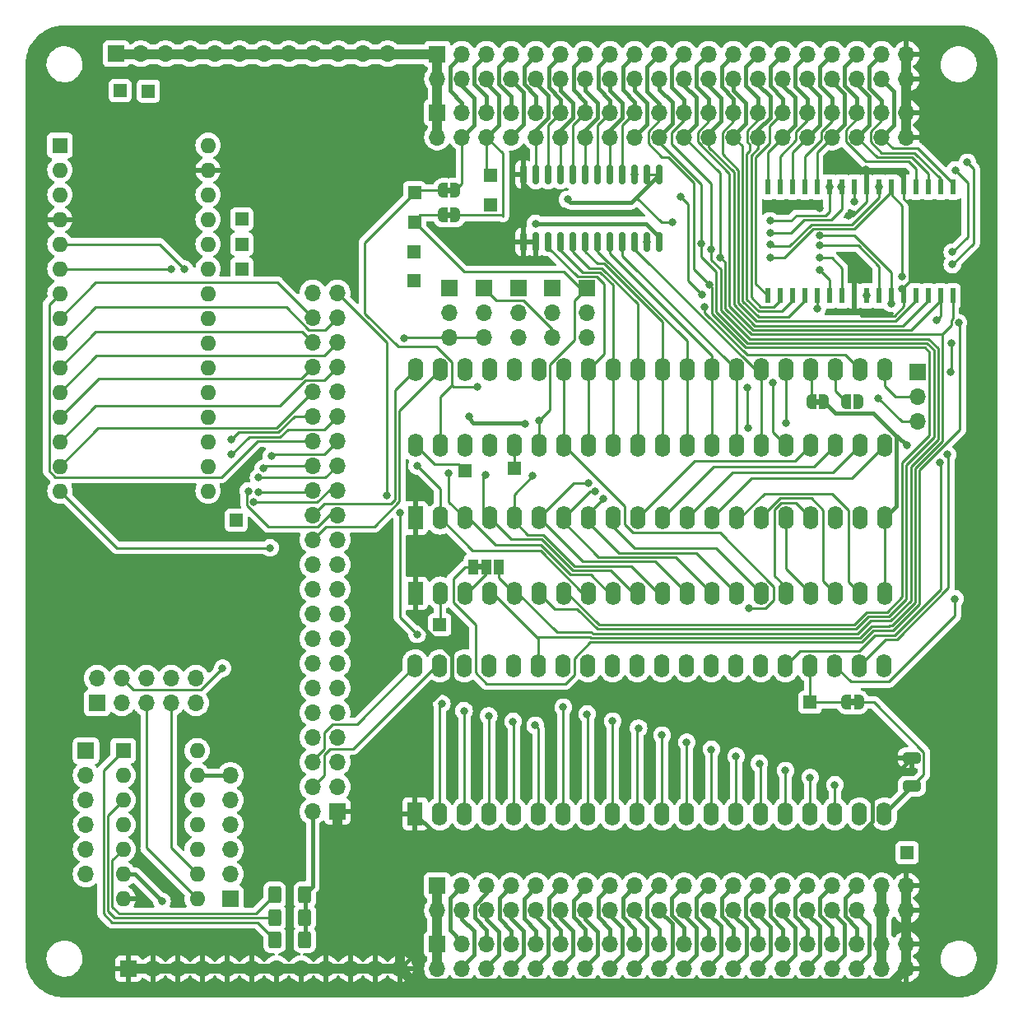
<source format=gbr>
%TF.GenerationSoftware,KiCad,Pcbnew,7.0.7-7.0.7~ubuntu20.04.1*%
%TF.CreationDate,2023-08-26T19:10:28+02:00*%
%TF.ProjectId,MOS_MultiParallel_2,4d4f535f-4d75-46c7-9469-506172616c6c,rev?*%
%TF.SameCoordinates,Original*%
%TF.FileFunction,Copper,L2,Bot*%
%TF.FilePolarity,Positive*%
%FSLAX46Y46*%
G04 Gerber Fmt 4.6, Leading zero omitted, Abs format (unit mm)*
G04 Created by KiCad (PCBNEW 7.0.7-7.0.7~ubuntu20.04.1) date 2023-08-26 19:10:28*
%MOMM*%
%LPD*%
G01*
G04 APERTURE LIST*
G04 Aperture macros list*
%AMRoundRect*
0 Rectangle with rounded corners*
0 $1 Rounding radius*
0 $2 $3 $4 $5 $6 $7 $8 $9 X,Y pos of 4 corners*
0 Add a 4 corners polygon primitive as box body*
4,1,4,$2,$3,$4,$5,$6,$7,$8,$9,$2,$3,0*
0 Add four circle primitives for the rounded corners*
1,1,$1+$1,$2,$3*
1,1,$1+$1,$4,$5*
1,1,$1+$1,$6,$7*
1,1,$1+$1,$8,$9*
0 Add four rect primitives between the rounded corners*
20,1,$1+$1,$2,$3,$4,$5,0*
20,1,$1+$1,$4,$5,$6,$7,0*
20,1,$1+$1,$6,$7,$8,$9,0*
20,1,$1+$1,$8,$9,$2,$3,0*%
%AMFreePoly0*
4,1,19,0.500000,-0.750000,0.000000,-0.750000,0.000000,-0.744911,-0.071157,-0.744911,-0.207708,-0.704816,-0.327430,-0.627875,-0.420627,-0.520320,-0.479746,-0.390866,-0.500000,-0.250000,-0.500000,0.250000,-0.479746,0.390866,-0.420627,0.520320,-0.327430,0.627875,-0.207708,0.704816,-0.071157,0.744911,0.000000,0.744911,0.000000,0.750000,0.500000,0.750000,0.500000,-0.750000,0.500000,-0.750000,
$1*%
%AMFreePoly1*
4,1,19,0.000000,0.744911,0.071157,0.744911,0.207708,0.704816,0.327430,0.627875,0.420627,0.520320,0.479746,0.390866,0.500000,0.250000,0.500000,-0.250000,0.479746,-0.390866,0.420627,-0.520320,0.327430,-0.627875,0.207708,-0.704816,0.071157,-0.744911,0.000000,-0.744911,0.000000,-0.750000,-0.500000,-0.750000,-0.500000,0.750000,0.000000,0.750000,0.000000,0.744911,0.000000,0.744911,
$1*%
G04 Aperture macros list end*
%TA.AperFunction,ComponentPad*%
%ADD10R,1.700000X1.700000*%
%TD*%
%TA.AperFunction,ComponentPad*%
%ADD11O,1.700000X1.700000*%
%TD*%
%TA.AperFunction,ComponentPad*%
%ADD12R,1.350000X1.350000*%
%TD*%
%TA.AperFunction,ComponentPad*%
%ADD13R,1.600000X2.400000*%
%TD*%
%TA.AperFunction,ComponentPad*%
%ADD14O,1.600000X2.400000*%
%TD*%
%TA.AperFunction,ComponentPad*%
%ADD15R,1.600000X1.600000*%
%TD*%
%TA.AperFunction,ComponentPad*%
%ADD16O,1.600000X1.600000*%
%TD*%
%TA.AperFunction,SMDPad,CuDef*%
%ADD17RoundRect,0.250000X0.650000X-0.325000X0.650000X0.325000X-0.650000X0.325000X-0.650000X-0.325000X0*%
%TD*%
%TA.AperFunction,SMDPad,CuDef*%
%ADD18FreePoly0,180.000000*%
%TD*%
%TA.AperFunction,SMDPad,CuDef*%
%ADD19FreePoly1,180.000000*%
%TD*%
%TA.AperFunction,SMDPad,CuDef*%
%ADD20R,0.600000X1.600000*%
%TD*%
%TA.AperFunction,SMDPad,CuDef*%
%ADD21R,1.000000X1.500000*%
%TD*%
%TA.AperFunction,SMDPad,CuDef*%
%ADD22FreePoly0,0.000000*%
%TD*%
%TA.AperFunction,SMDPad,CuDef*%
%ADD23FreePoly1,0.000000*%
%TD*%
%TA.AperFunction,SMDPad,CuDef*%
%ADD24RoundRect,0.250000X0.400000X0.625000X-0.400000X0.625000X-0.400000X-0.625000X0.400000X-0.625000X0*%
%TD*%
%TA.AperFunction,SMDPad,CuDef*%
%ADD25RoundRect,0.150000X0.150000X-0.837500X0.150000X0.837500X-0.150000X0.837500X-0.150000X-0.837500X0*%
%TD*%
%TA.AperFunction,ViaPad*%
%ADD26C,0.800000*%
%TD*%
%TA.AperFunction,Conductor*%
%ADD27C,0.250000*%
%TD*%
%TA.AperFunction,Conductor*%
%ADD28C,0.400000*%
%TD*%
%TA.AperFunction,Conductor*%
%ADD29C,1.000000*%
%TD*%
G04 APERTURE END LIST*
%TA.AperFunction,EtchedComponent*%
%TO.C,JP12*%
G36*
X182662400Y-115260400D02*
G01*
X182162400Y-115260400D01*
X182162400Y-114660400D01*
X182662400Y-114660400D01*
X182662400Y-115260400D01*
G37*
%TD.AperFunction*%
%TA.AperFunction,EtchedComponent*%
%TO.C,JP9*%
G36*
X141137000Y-62623400D02*
G01*
X140637000Y-62623400D01*
X140637000Y-62023400D01*
X141137000Y-62023400D01*
X141137000Y-62623400D01*
G37*
%TD.AperFunction*%
%TA.AperFunction,EtchedComponent*%
%TO.C,JP10*%
G36*
X144324600Y-101341200D02*
G01*
X143824600Y-101341200D01*
X143824600Y-100741200D01*
X144324600Y-100741200D01*
X144324600Y-101341200D01*
G37*
%TD.AperFunction*%
%TA.AperFunction,EtchedComponent*%
%TO.C,JP7*%
G36*
X179091400Y-84389000D02*
G01*
X178591400Y-84389000D01*
X178591400Y-83789000D01*
X179091400Y-83789000D01*
X179091400Y-84389000D01*
G37*
%TD.AperFunction*%
%TA.AperFunction,EtchedComponent*%
%TO.C,JP8*%
G36*
X141152000Y-65163400D02*
G01*
X140652000Y-65163400D01*
X140652000Y-64563400D01*
X141152000Y-64563400D01*
X141152000Y-65163400D01*
G37*
%TD.AperFunction*%
%TD*%
D10*
%TO.P,J31,1,Pin_1*%
%TO.N,GND*%
X129413000Y-126212600D03*
D11*
%TO.P,J31,2,Pin_2*%
%TO.N,+5V*%
X126873000Y-126212600D03*
%TO.P,J31,3,Pin_3*%
%TO.N,/CD2*%
X129413000Y-123672600D03*
%TO.P,J31,4,Pin_4*%
%TO.N,/CC2*%
X126873000Y-123672600D03*
%TO.P,J31,5,Pin_5*%
%TO.N,/CD1*%
X129413000Y-121132600D03*
%TO.P,J31,6,Pin_6*%
%TO.N,/CC1*%
X126873000Y-121132600D03*
%TO.P,J31,7,Pin_7*%
%TO.N,/PD7*%
X129413000Y-118592600D03*
%TO.P,J31,8,Pin_8*%
%TO.N,/PD6*%
X126873000Y-118592600D03*
%TO.P,J31,9,Pin_9*%
%TO.N,/PD5*%
X129413000Y-116052600D03*
%TO.P,J31,10,Pin_10*%
%TO.N,/PD4*%
X126873000Y-116052600D03*
%TO.P,J31,11,Pin_11*%
%TO.N,/PD3*%
X129413000Y-113512600D03*
%TO.P,J31,12,Pin_12*%
%TO.N,/PD2*%
X126873000Y-113512600D03*
%TO.P,J31,13,Pin_13*%
%TO.N,/PD1*%
X129413000Y-110972600D03*
%TO.P,J31,14,Pin_14*%
%TO.N,/PD0*%
X126873000Y-110972600D03*
%TO.P,J31,15,Pin_15*%
%TO.N,/PC7*%
X129413000Y-108432600D03*
%TO.P,J31,16,Pin_16*%
%TO.N,/PC6*%
X126873000Y-108432600D03*
%TO.P,J31,17,Pin_17*%
%TO.N,/PC5*%
X129413000Y-105892600D03*
%TO.P,J31,18,Pin_18*%
%TO.N,/PC4*%
X126873000Y-105892600D03*
%TO.P,J31,19,Pin_19*%
%TO.N,/PC3*%
X129413000Y-103352600D03*
%TO.P,J31,20,Pin_20*%
%TO.N,/PC2*%
X126873000Y-103352600D03*
%TO.P,J31,21,Pin_21*%
%TO.N,/PC1*%
X129413000Y-100812600D03*
%TO.P,J31,22,Pin_22*%
%TO.N,/PC0*%
X126873000Y-100812600D03*
%TO.P,J31,23,Pin_23*%
%TO.N,/CB2*%
X129413000Y-98272600D03*
%TO.P,J31,24,Pin_24*%
%TO.N,/CA2*%
X126873000Y-98272600D03*
%TO.P,J31,25,Pin_25*%
%TO.N,/CB1*%
X129413000Y-95732600D03*
%TO.P,J31,26,Pin_26*%
%TO.N,/CA1*%
X126873000Y-95732600D03*
%TO.P,J31,27,Pin_27*%
%TO.N,/PB7*%
X129413000Y-93192600D03*
%TO.P,J31,28,Pin_28*%
%TO.N,/PB6*%
X126873000Y-93192600D03*
%TO.P,J31,29,Pin_29*%
%TO.N,/PB5*%
X129413000Y-90652600D03*
%TO.P,J31,30,Pin_30*%
%TO.N,/PB4*%
X126873000Y-90652600D03*
%TO.P,J31,31,Pin_31*%
%TO.N,/PB3*%
X129413000Y-88112600D03*
%TO.P,J31,32,Pin_32*%
%TO.N,/PB2*%
X126873000Y-88112600D03*
%TO.P,J31,33,Pin_33*%
%TO.N,/PB1*%
X129413000Y-85572600D03*
%TO.P,J31,34,Pin_34*%
%TO.N,/PB0*%
X126873000Y-85572600D03*
%TO.P,J31,35,Pin_35*%
%TO.N,/PA7*%
X129413000Y-83032600D03*
%TO.P,J31,36,Pin_36*%
%TO.N,/PA6*%
X126873000Y-83032600D03*
%TO.P,J31,37,Pin_37*%
%TO.N,/PA5*%
X129413000Y-80492600D03*
%TO.P,J31,38,Pin_38*%
%TO.N,/PA4*%
X126873000Y-80492600D03*
%TO.P,J31,39,Pin_39*%
%TO.N,/PA3*%
X129413000Y-77952600D03*
%TO.P,J31,40,Pin_40*%
%TO.N,/PA2*%
X126873000Y-77952600D03*
%TO.P,J31,41,Pin_41*%
%TO.N,/PA1*%
X129413000Y-75412600D03*
%TO.P,J31,42,Pin_42*%
%TO.N,/PA0*%
X126873000Y-75412600D03*
%TO.P,J31,43,Pin_43*%
%TO.N,/~{IRQ2}*%
X129413000Y-72872600D03*
%TO.P,J31,44,Pin_44*%
%TO.N,/~{IRQ}*%
X126873000Y-72872600D03*
%TD*%
D12*
%TO.P,J14,1,Pin_1*%
%TO.N,Net-(J14-Pin_1)*%
X139954000Y-106984800D03*
%TD*%
D13*
%TO.P,U11,1,VSS*%
%TO.N,GND*%
X137414000Y-126466600D03*
D14*
%TO.P,U11,2,PA0*%
%TO.N,/PC0*%
X139954000Y-126466600D03*
%TO.P,U11,3,PA1*%
%TO.N,/PC1*%
X142494000Y-126466600D03*
%TO.P,U11,4,PA2*%
%TO.N,/PC2*%
X145034000Y-126466600D03*
%TO.P,U11,5,PA3*%
%TO.N,/PC3*%
X147574000Y-126466600D03*
%TO.P,U11,6,PA4*%
%TO.N,/PC4*%
X150114000Y-126466600D03*
%TO.P,U11,7,PA5*%
%TO.N,/PC5*%
X152654000Y-126466600D03*
%TO.P,U11,8,PA6*%
%TO.N,/PC6*%
X155194000Y-126466600D03*
%TO.P,U11,9,PA7*%
%TO.N,/PC7*%
X157734000Y-126466600D03*
%TO.P,U11,10,PB0*%
%TO.N,/PD0*%
X160274000Y-126466600D03*
%TO.P,U11,11,PB1*%
%TO.N,/PD1*%
X162814000Y-126466600D03*
%TO.P,U11,12,PB2*%
%TO.N,/PD2*%
X165354000Y-126466600D03*
%TO.P,U11,13,PB3*%
%TO.N,/PD3*%
X167894000Y-126466600D03*
%TO.P,U11,14,PB4*%
%TO.N,/PD4*%
X170434000Y-126466600D03*
%TO.P,U11,15,PB5*%
%TO.N,/PD5*%
X172974000Y-126466600D03*
%TO.P,U11,16,PB6*%
%TO.N,/PD6*%
X175514000Y-126466600D03*
%TO.P,U11,17,PB7*%
%TO.N,/PD7*%
X178054000Y-126466600D03*
%TO.P,U11,18,CB1*%
%TO.N,/CD1*%
X180594000Y-126466600D03*
%TO.P,U11,19,CB2*%
%TO.N,/CD2*%
X183134000Y-126466600D03*
%TO.P,U11,20,VCC*%
%TO.N,+5V*%
X185674000Y-126466600D03*
%TO.P,U11,21,~{IRQ}*%
%TO.N,/~{IRQ2}*%
X185674000Y-111226600D03*
%TO.P,U11,22,R/~{W}*%
%TO.N,/RW*%
X183134000Y-111226600D03*
%TO.P,U11,23,~{CS2}*%
%TO.N,/~{CSPIA2}*%
X180594000Y-111226600D03*
%TO.P,U11,24,CS1*%
%TO.N,Net-(J25-Pin_1)*%
X178054000Y-111226600D03*
%TO.P,U11,25,\u03D52*%
%TO.N,/E*%
X175514000Y-111226600D03*
%TO.P,U11,26,D7*%
%TO.N,/D7*%
X172974000Y-111226600D03*
%TO.P,U11,27,D6*%
%TO.N,/D6*%
X170434000Y-111226600D03*
%TO.P,U11,28,D5*%
%TO.N,/D5*%
X167894000Y-111226600D03*
%TO.P,U11,29,D4*%
%TO.N,/D4*%
X165354000Y-111226600D03*
%TO.P,U11,30,D3*%
%TO.N,/D3*%
X162814000Y-111226600D03*
%TO.P,U11,31,D2*%
%TO.N,/D2*%
X160274000Y-111226600D03*
%TO.P,U11,32,D1*%
%TO.N,/D1*%
X157734000Y-111226600D03*
%TO.P,U11,33,D0*%
%TO.N,/D0*%
X155194000Y-111226600D03*
%TO.P,U11,34,~{RES}*%
%TO.N,/~{RST}*%
X152654000Y-111226600D03*
%TO.P,U11,35,RS3*%
%TO.N,/A3*%
X150114000Y-111226600D03*
%TO.P,U11,36,RS2*%
%TO.N,/A2*%
X147574000Y-111226600D03*
%TO.P,U11,37,RS1*%
%TO.N,/A1*%
X145034000Y-111226600D03*
%TO.P,U11,38,RS0*%
%TO.N,/A0*%
X142494000Y-111226600D03*
%TO.P,U11,39,CA2*%
%TO.N,/CC2*%
X139954000Y-111226600D03*
%TO.P,U11,40,CA1*%
%TO.N,/CC1*%
X137414000Y-111226600D03*
%TD*%
D13*
%TO.P,U4,1,VSS*%
%TO.N,GND*%
X137439400Y-96027000D03*
D14*
%TO.P,U4,2,PA0*%
%TO.N,/PA0*%
X139979400Y-96027000D03*
%TO.P,U4,3,PA1*%
%TO.N,/PA1*%
X142519400Y-96027000D03*
%TO.P,U4,4,PA2*%
%TO.N,/PA2*%
X145059400Y-96027000D03*
%TO.P,U4,5,PA3*%
%TO.N,/PA3*%
X147599400Y-96027000D03*
%TO.P,U4,6,PA4*%
%TO.N,/PA4*%
X150139400Y-96027000D03*
%TO.P,U4,7,PA5*%
%TO.N,/PA5*%
X152679400Y-96027000D03*
%TO.P,U4,8,PA6*%
%TO.N,/PA6*%
X155219400Y-96027000D03*
%TO.P,U4,9,PA7*%
%TO.N,/PA7*%
X157759400Y-96027000D03*
%TO.P,U4,10,PB0*%
%TO.N,/PB0*%
X160299400Y-96027000D03*
%TO.P,U4,11,PB1*%
%TO.N,/PB1*%
X162839400Y-96027000D03*
%TO.P,U4,12,PB2*%
%TO.N,/PB2*%
X165379400Y-96027000D03*
%TO.P,U4,13,PB3*%
%TO.N,/PB3*%
X167919400Y-96027000D03*
%TO.P,U4,14,PB4*%
%TO.N,/PB4*%
X170459400Y-96027000D03*
%TO.P,U4,15,PB5*%
%TO.N,/PB5*%
X172999400Y-96027000D03*
%TO.P,U4,16,PB6*%
%TO.N,/PB6*%
X175539400Y-96027000D03*
%TO.P,U4,17,PB7*%
%TO.N,/PB7*%
X178079400Y-96027000D03*
%TO.P,U4,18,CB1*%
%TO.N,/CB1*%
X180619400Y-96027000D03*
%TO.P,U4,19,CB2*%
%TO.N,/CB2*%
X183159400Y-96027000D03*
%TO.P,U4,20,VCC*%
%TO.N,+5V*%
X185699400Y-96027000D03*
%TO.P,U4,21,~{IRQ}*%
%TO.N,Net-(JP6-C)*%
X185699400Y-80787000D03*
%TO.P,U4,22,R/~{W}*%
%TO.N,Net-(JP5-C)*%
X183159400Y-80787000D03*
%TO.P,U4,23,~{CS2}*%
%TO.N,/~{CSPIA}*%
X180619400Y-80787000D03*
%TO.P,U4,24,CS1*%
%TO.N,Net-(J13-Pin_1)*%
X178079400Y-80787000D03*
%TO.P,U4,25,\u03D52*%
%TO.N,/E*%
X175539400Y-80787000D03*
%TO.P,U4,26,D7*%
%TO.N,/D7*%
X172999400Y-80787000D03*
%TO.P,U4,27,D6*%
%TO.N,/D6*%
X170459400Y-80787000D03*
%TO.P,U4,28,D5*%
%TO.N,/D5*%
X167919400Y-80787000D03*
%TO.P,U4,29,D4*%
%TO.N,/D4*%
X165379400Y-80787000D03*
%TO.P,U4,30,D3*%
%TO.N,/D3*%
X162839400Y-80787000D03*
%TO.P,U4,31,D2*%
%TO.N,/D2*%
X160299400Y-80787000D03*
%TO.P,U4,32,D1*%
%TO.N,/D1*%
X157759400Y-80787000D03*
%TO.P,U4,33,D0*%
%TO.N,/D0*%
X155219400Y-80787000D03*
%TO.P,U4,34,~{RES}*%
%TO.N,/~{RST}*%
X152679400Y-80787000D03*
%TO.P,U4,35,RS3*%
%TO.N,Net-(JP4-C)*%
X150139400Y-80787000D03*
%TO.P,U4,36,RS2*%
%TO.N,Net-(JP3-C)*%
X147599400Y-80787000D03*
%TO.P,U4,37,RS1*%
%TO.N,Net-(JP2-C)*%
X145059400Y-80787000D03*
%TO.P,U4,38,RS0*%
%TO.N,Net-(JP1-C)*%
X142519400Y-80787000D03*
%TO.P,U4,39,CA2*%
%TO.N,/CA2*%
X139979400Y-80787000D03*
%TO.P,U4,40,CA1*%
%TO.N,/CA1*%
X137439400Y-80787000D03*
%TD*%
D12*
%TO.P,J6,1,Pin_1*%
%TO.N,Net-(A1-A7)*%
X119583200Y-67843400D03*
%TD*%
D10*
%TO.P,J1,1,Pin_1*%
%TO.N,+5V*%
X139700000Y-48303005D03*
D11*
%TO.P,J1,2,Pin_2*%
X139700000Y-50843005D03*
%TO.P,J1,3,Pin_3*%
%TO.N,/PHI1_e*%
X142240000Y-48303005D03*
%TO.P,J1,4,Pin_4*%
%TO.N,/PHI2_e*%
X142240000Y-50843005D03*
%TO.P,J1,5,Pin_5*%
%TO.N,/~{IORD}*%
X144780000Y-48303005D03*
%TO.P,J1,6,Pin_6*%
%TO.N,/R{slash}~{W}_e*%
X144780000Y-50843005D03*
%TO.P,J1,7,Pin_7*%
%TO.N,/~{MRD}*%
X147320000Y-48303005D03*
%TO.P,J1,8,Pin_8*%
%TO.N,/~{MWR}*%
X147320000Y-50843005D03*
%TO.P,J1,9,Pin_9*%
%TO.N,/~{IOWR}*%
X149860000Y-48303005D03*
%TO.P,J1,10,Pin_10*%
%TO.N,/Bus/DB0*%
X149860000Y-50843005D03*
%TO.P,J1,11,Pin_11*%
%TO.N,/Bus/DB1*%
X152400000Y-48303005D03*
%TO.P,J1,12,Pin_12*%
%TO.N,/Bus/DB2*%
X152400000Y-50843005D03*
%TO.P,J1,13,Pin_13*%
%TO.N,/Bus/DB3*%
X154940000Y-48303005D03*
%TO.P,J1,14,Pin_14*%
%TO.N,/Bus/DB4*%
X154940000Y-50843005D03*
%TO.P,J1,15,Pin_15*%
%TO.N,/Bus/DB5*%
X157480000Y-48303005D03*
%TO.P,J1,16,Pin_16*%
%TO.N,/Bus/DB6*%
X157480000Y-50843005D03*
%TO.P,J1,17,Pin_17*%
%TO.N,/Bus/DB7*%
X160020000Y-48303005D03*
%TO.P,J1,18,Pin_18*%
%TO.N,/~{RST}*%
X160020000Y-50843005D03*
%TO.P,J1,19,Pin_19*%
%TO.N,/A0*%
X162560000Y-48303005D03*
%TO.P,J1,20,Pin_20*%
%TO.N,/A1*%
X162560000Y-50843005D03*
%TO.P,J1,21,Pin_21*%
%TO.N,/A2*%
X165100000Y-48303005D03*
%TO.P,J1,22,Pin_22*%
%TO.N,/A3*%
X165100000Y-50843005D03*
%TO.P,J1,23,Pin_23*%
%TO.N,/A4*%
X167640000Y-48303005D03*
%TO.P,J1,24,Pin_24*%
%TO.N,/A5*%
X167640000Y-50843005D03*
%TO.P,J1,25,Pin_25*%
%TO.N,/A6*%
X170180000Y-48303005D03*
%TO.P,J1,26,Pin_26*%
%TO.N,/A7*%
X170180000Y-50843005D03*
%TO.P,J1,27,Pin_27*%
%TO.N,/A8*%
X172720000Y-48303005D03*
%TO.P,J1,28,Pin_28*%
%TO.N,/A9*%
X172720000Y-50843005D03*
%TO.P,J1,29,Pin_29*%
%TO.N,/A10*%
X175260000Y-48303005D03*
%TO.P,J1,30,Pin_30*%
%TO.N,/A11*%
X175260000Y-50843005D03*
%TO.P,J1,31,Pin_31*%
%TO.N,/A12*%
X177800000Y-48303005D03*
%TO.P,J1,32,Pin_32*%
%TO.N,/A13*%
X177800000Y-50843005D03*
%TO.P,J1,33,Pin_33*%
%TO.N,/A14*%
X180340000Y-48303005D03*
%TO.P,J1,34,Pin_34*%
%TO.N,/A15*%
X180340000Y-50843005D03*
%TO.P,J1,35,Pin_35*%
%TO.N,/A16*%
X182880000Y-48303005D03*
%TO.P,J1,36,Pin_36*%
%TO.N,/A17*%
X182880000Y-50843005D03*
%TO.P,J1,37,Pin_37*%
%TO.N,/A18*%
X185420000Y-48303005D03*
%TO.P,J1,38,Pin_38*%
%TO.N,/A19*%
X185420000Y-50843005D03*
%TO.P,J1,39,Pin_39*%
%TO.N,GND*%
X187960000Y-48303005D03*
%TO.P,J1,40,Pin_40*%
X187960000Y-50843005D03*
%TD*%
D12*
%TO.P,J17,1,Pin_1*%
%TO.N,/R{slash}~{W}_e*%
X145135600Y-60756800D03*
%TD*%
D10*
%TO.P,J27,1,Pin_1*%
%TO.N,/~{RX1}'*%
X104698800Y-115040331D03*
D11*
%TO.P,J27,2,Pin_2*%
%TO.N,/PB4*%
X104698800Y-112500331D03*
%TO.P,J27,3,Pin_3*%
%TO.N,/RX1#*%
X107238800Y-115040331D03*
%TO.P,J27,4,Pin_4*%
%TO.N,/PB0*%
X107238800Y-112500331D03*
%TO.P,J27,5,Pin_5*%
%TO.N,/TX1#*%
X109778800Y-115040331D03*
%TO.P,J27,6,Pin_6*%
%TO.N,/PA7*%
X109778800Y-112500331D03*
%TO.P,J27,7,Pin_7*%
%TO.N,/~{TX1}*%
X112318800Y-115040331D03*
%TO.P,J27,8,Pin_8*%
%TO.N,/PB7*%
X112318800Y-112500331D03*
%TO.P,J27,9,Pin_9*%
%TO.N,Net-(J27-Pin_9)*%
X114858800Y-115040331D03*
%TO.P,J27,10,Pin_10*%
%TO.N,/PB7*%
X114858800Y-112500331D03*
%TD*%
D12*
%TO.P,J12,1,Pin_1*%
%TO.N,/RW*%
X137346000Y-65625400D03*
%TD*%
%TO.P,J26,1,Pin_1*%
%TO.N,/~{CSPIA}*%
X137312400Y-71602600D03*
%TD*%
D10*
%TO.P,JP3,1,A*%
%TO.N,/A2*%
X148031200Y-72364600D03*
D11*
%TO.P,JP3,2,C*%
%TO.N,Net-(JP3-C)*%
X148031200Y-74904600D03*
%TO.P,JP3,3,B*%
%TO.N,/A0*%
X148031200Y-77444600D03*
%TD*%
D10*
%TO.P,J4,1,Pin_1*%
%TO.N,+5V*%
X139700000Y-133849005D03*
D11*
%TO.P,J4,2,Pin_2*%
X139700000Y-136389005D03*
%TO.P,J4,3,Pin_3*%
%TO.N,/RX2*%
X142240000Y-133849005D03*
%TO.P,J4,4,Pin_4*%
%TO.N,/TX2*%
X142240000Y-136389005D03*
%TO.P,J4,5,Pin_5*%
%TO.N,/RX3*%
X144780000Y-133849005D03*
%TO.P,J4,6,Pin_6*%
%TO.N,/TX3*%
X144780000Y-136389005D03*
%TO.P,J4,7,Pin_7*%
%TO.N,/RES0*%
X147320000Y-133849005D03*
%TO.P,J4,8,Pin_8*%
%TO.N,/TX1*%
X147320000Y-136389005D03*
%TO.P,J4,9,Pin_9*%
%TO.N,/RES1*%
X149860000Y-133849005D03*
%TO.P,J4,10,Pin_10*%
%TO.N,/RX1*%
X149860000Y-136389005D03*
%TO.P,J4,11,Pin_11*%
%TO.N,/PH0*%
X152400000Y-133849005D03*
%TO.P,J4,12,Pin_12*%
%TO.N,/~{PH0}*%
X152400000Y-136389005D03*
%TO.P,J4,13,Pin_13*%
%TO.N,/CLKS*%
X154940000Y-133849005D03*
%TO.P,J4,14,Pin_14*%
%TO.N,/CLKF*%
X154940000Y-136389005D03*
%TO.P,J4,15,Pin_15*%
%TO.N,/~{BUSFREE}*%
X157480000Y-133849005D03*
%TO.P,J4,16,Pin_16*%
%TO.N,/~{RAMWE13}*%
X157480000Y-136389005D03*
%TO.P,J4,17,Pin_17*%
%TO.N,/~{RAMWE12}*%
X160020000Y-133849005D03*
%TO.P,J4,18,Pin_18*%
%TO.N,/~{RAMWE11}*%
X160020000Y-136389005D03*
%TO.P,J4,19,Pin_19*%
%TO.N,/~{RAMWE10}*%
X162560000Y-133849005D03*
%TO.P,J4,20,Pin_20*%
%TO.N,/~{RAMWE9}*%
X162560000Y-136389005D03*
%TO.P,J4,21,Pin_21*%
%TO.N,/~{RAMWE8}*%
X165100000Y-133849005D03*
%TO.P,J4,22,Pin_22*%
%TO.N,/~{RAMWE7}*%
X165100000Y-136389005D03*
%TO.P,J4,23,Pin_23*%
%TO.N,/~{RAMWE6}*%
X167640000Y-133849005D03*
%TO.P,J4,24,Pin_24*%
%TO.N,/~{RAMWE5}*%
X167640000Y-136389005D03*
%TO.P,J4,25,Pin_25*%
%TO.N,/~{RAMWE4}*%
X170180000Y-133849005D03*
%TO.P,J4,26,Pin_26*%
%TO.N,/~{RAMWE3}*%
X170180000Y-136389005D03*
%TO.P,J4,27,Pin_27*%
%TO.N,/~{RAMWE2}*%
X172720000Y-133849005D03*
%TO.P,J4,28,Pin_28*%
%TO.N,/~{RAMWE1}*%
X172720000Y-136389005D03*
%TO.P,J4,29,Pin_29*%
%TO.N,/~{RAMWE0}*%
X175260000Y-133849005D03*
%TO.P,J4,30,Pin_30*%
%TO.N,/MOSI*%
X175260000Y-136389005D03*
%TO.P,J4,31,Pin_31*%
%TO.N,/SCK*%
X177800000Y-133849005D03*
%TO.P,J4,32,Pin_32*%
%TO.N,/Bus/TDRTN*%
X177800000Y-136389005D03*
%TO.P,J4,33,Pin_33*%
%TO.N,/TMS*%
X180340000Y-133849005D03*
%TO.P,J4,34,Pin_34*%
%TO.N,/TDO*%
X180340000Y-136389005D03*
%TO.P,J4,35,Pin_35*%
%TO.N,/TCK*%
X182880000Y-133849005D03*
%TO.P,J4,36,Pin_36*%
%TO.N,/TDI*%
X182880000Y-136389005D03*
%TO.P,J4,37,Pin_37*%
%TO.N,+3V3*%
X185420000Y-133849005D03*
%TO.P,J4,38,Pin_38*%
X185420000Y-136389005D03*
%TO.P,J4,39,Pin_39*%
%TO.N,GND*%
X187960000Y-133849005D03*
%TO.P,J4,40,Pin_40*%
X187960000Y-136389005D03*
%TD*%
D12*
%TO.P,J13,1,Pin_1*%
%TO.N,Net-(J13-Pin_1)*%
X137312400Y-68630800D03*
%TD*%
%TO.P,J16,1,Pin_1*%
%TO.N,Net-(J16-Pin_1)*%
X147624800Y-90932000D03*
%TD*%
D10*
%TO.P,JP4,1,A*%
%TO.N,/A3*%
X151561800Y-72364600D03*
D11*
%TO.P,JP4,2,C*%
%TO.N,Net-(JP4-C)*%
X151561800Y-74904600D03*
%TO.P,JP4,3,B*%
%TO.N,/A1*%
X151561800Y-77444600D03*
%TD*%
D12*
%TO.P,J18,1,Pin_1*%
%TO.N,/Bus/~{DOE}*%
X145135600Y-63779400D03*
%TD*%
%TO.P,J28,1,Pin_1*%
%TO.N,Net-(A1-D0{slash}RX)*%
X109982000Y-52095400D03*
%TD*%
%TO.P,J5,1,Pin_1*%
%TO.N,Net-(A1-A6)*%
X119583200Y-70383400D03*
%TD*%
D10*
%TO.P,J10,1,Pin_1*%
%TO.N,/TX1#*%
X118417300Y-135204200D03*
D11*
%TO.P,J10,2,Pin_2*%
%TO.N,/~{TX1}*%
X118417300Y-132664200D03*
%TO.P,J10,3,Pin_3*%
X118417300Y-130124200D03*
%TO.P,J10,4,Pin_4*%
%TO.N,/TX1*%
X118417300Y-127584200D03*
%TO.P,J10,5,Pin_5*%
%TO.N,Net-(J10-Pin_5)*%
X118417300Y-125044200D03*
%TO.P,J10,6,Pin_6*%
%TO.N,/CB2*%
X118417300Y-122504200D03*
%TD*%
D12*
%TO.P,J29,1,Pin_1*%
%TO.N,Net-(A1-D1{slash}TX)*%
X107086400Y-52070000D03*
%TD*%
D10*
%TO.P,J20,1,Pin_1*%
%TO.N,GND*%
X107917000Y-142389005D03*
D11*
%TO.P,J20,2,Pin_2*%
X110457000Y-142389005D03*
%TO.P,J20,3,Pin_3*%
X112997000Y-142389005D03*
%TO.P,J20,4,Pin_4*%
X115537000Y-142389005D03*
%TO.P,J20,5,Pin_5*%
X118077000Y-142389005D03*
%TO.P,J20,6,Pin_6*%
X120617000Y-142389005D03*
%TO.P,J20,7,Pin_7*%
X123157000Y-142389005D03*
%TO.P,J20,8,Pin_8*%
X125697000Y-142389005D03*
%TO.P,J20,9,Pin_9*%
X128237000Y-142389005D03*
%TO.P,J20,10,Pin_10*%
X130777000Y-142389005D03*
%TO.P,J20,11,Pin_11*%
X133317000Y-142389005D03*
%TO.P,J20,12,Pin_12*%
X135857000Y-142389005D03*
%TD*%
D10*
%TO.P,JP5,1,A*%
%TO.N,/RW*%
X155067000Y-72379600D03*
D11*
%TO.P,JP5,2,C*%
%TO.N,Net-(JP5-C)*%
X155067000Y-74919600D03*
%TO.P,JP5,3,B*%
%TO.N,+5V*%
X155067000Y-77459600D03*
%TD*%
D10*
%TO.P,J11,1,Pin_1*%
%TO.N,Net-(J11-Pin_1)*%
X103555800Y-119964200D03*
D11*
%TO.P,J11,2,Pin_2*%
%TO.N,Net-(J11-Pin_2)*%
X103555800Y-122504200D03*
%TO.P,J11,3,Pin_3*%
%TO.N,/RX1#*%
X103555800Y-125044200D03*
%TO.P,J11,4,Pin_4*%
%TO.N,/~{RX1}*%
X103555800Y-127584200D03*
%TO.P,J11,5,Pin_5*%
%TO.N,/~{RX1}'*%
X103555800Y-130124200D03*
%TO.P,J11,6,Pin_6*%
%TO.N,/RX1*%
X103555800Y-132664200D03*
%TD*%
D12*
%TO.P,J7,1,Pin_1*%
%TO.N,Net-(A1-D13)*%
X119024400Y-96240600D03*
%TD*%
%TO.P,J25,1,Pin_1*%
%TO.N,Net-(J25-Pin_1)*%
X178054000Y-114985800D03*
%TD*%
D10*
%TO.P,J2,1,Pin_1*%
%TO.N,+5V*%
X139700000Y-139849005D03*
D11*
%TO.P,J2,2,Pin_2*%
X139700000Y-142389005D03*
%TO.P,J2,3,Pin_3*%
%TO.N,/RX2*%
X142240000Y-139849005D03*
%TO.P,J2,4,Pin_4*%
%TO.N,/TX2*%
X142240000Y-142389005D03*
%TO.P,J2,5,Pin_5*%
%TO.N,/RX3*%
X144780000Y-139849005D03*
%TO.P,J2,6,Pin_6*%
%TO.N,/TX3*%
X144780000Y-142389005D03*
%TO.P,J2,7,Pin_7*%
%TO.N,/RES0*%
X147320000Y-139849005D03*
%TO.P,J2,8,Pin_8*%
%TO.N,/TX1*%
X147320000Y-142389005D03*
%TO.P,J2,9,Pin_9*%
%TO.N,/RES1*%
X149860000Y-139849005D03*
%TO.P,J2,10,Pin_10*%
%TO.N,/RX1*%
X149860000Y-142389005D03*
%TO.P,J2,11,Pin_11*%
%TO.N,/PH0*%
X152400000Y-139849005D03*
%TO.P,J2,12,Pin_12*%
%TO.N,/~{PH0}*%
X152400000Y-142389005D03*
%TO.P,J2,13,Pin_13*%
%TO.N,/CLKS*%
X154940000Y-139849005D03*
%TO.P,J2,14,Pin_14*%
%TO.N,/CLKF*%
X154940000Y-142389005D03*
%TO.P,J2,15,Pin_15*%
%TO.N,/~{BUSFREE}*%
X157480000Y-139849005D03*
%TO.P,J2,16,Pin_16*%
%TO.N,/~{RAMWE13}*%
X157480000Y-142389005D03*
%TO.P,J2,17,Pin_17*%
%TO.N,/~{RAMWE12}*%
X160020000Y-139849005D03*
%TO.P,J2,18,Pin_18*%
%TO.N,/~{RAMWE11}*%
X160020000Y-142389005D03*
%TO.P,J2,19,Pin_19*%
%TO.N,/~{RAMWE10}*%
X162560000Y-139849005D03*
%TO.P,J2,20,Pin_20*%
%TO.N,/~{RAMWE9}*%
X162560000Y-142389005D03*
%TO.P,J2,21,Pin_21*%
%TO.N,/~{RAMWE8}*%
X165100000Y-139849005D03*
%TO.P,J2,22,Pin_22*%
%TO.N,/~{RAMWE7}*%
X165100000Y-142389005D03*
%TO.P,J2,23,Pin_23*%
%TO.N,/~{RAMWE6}*%
X167640000Y-139849005D03*
%TO.P,J2,24,Pin_24*%
%TO.N,/~{RAMWE5}*%
X167640000Y-142389005D03*
%TO.P,J2,25,Pin_25*%
%TO.N,/~{RAMWE4}*%
X170180000Y-139849005D03*
%TO.P,J2,26,Pin_26*%
%TO.N,/~{RAMWE3}*%
X170180000Y-142389005D03*
%TO.P,J2,27,Pin_27*%
%TO.N,/~{RAMWE2}*%
X172720000Y-139849005D03*
%TO.P,J2,28,Pin_28*%
%TO.N,/~{RAMWE1}*%
X172720000Y-142389005D03*
%TO.P,J2,29,Pin_29*%
%TO.N,/~{RAMWE0}*%
X175260000Y-139849005D03*
%TO.P,J2,30,Pin_30*%
%TO.N,/MOSI*%
X175260000Y-142389005D03*
%TO.P,J2,31,Pin_31*%
%TO.N,/SCK*%
X177800000Y-139849005D03*
%TO.P,J2,32,Pin_32*%
%TO.N,/Bus/TDRTN*%
X177800000Y-142389005D03*
%TO.P,J2,33,Pin_33*%
%TO.N,/TMS*%
X180340000Y-139849005D03*
%TO.P,J2,34,Pin_34*%
%TO.N,/TDO*%
X180340000Y-142389005D03*
%TO.P,J2,35,Pin_35*%
%TO.N,/TCK*%
X182880000Y-139849005D03*
%TO.P,J2,36,Pin_36*%
%TO.N,/TDI*%
X182880000Y-142389005D03*
%TO.P,J2,37,Pin_37*%
%TO.N,+3V3*%
X185420000Y-139849005D03*
%TO.P,J2,38,Pin_38*%
X185420000Y-142389005D03*
%TO.P,J2,39,Pin_39*%
%TO.N,GND*%
X187960000Y-139849005D03*
%TO.P,J2,40,Pin_40*%
X187960000Y-142389005D03*
%TD*%
D12*
%TO.P,J30,1,Pin_1*%
%TO.N,Net-(A1-+5V)*%
X119583200Y-65278000D03*
%TD*%
D10*
%TO.P,J3,1,Pin_1*%
%TO.N,+5V*%
X139700000Y-54303005D03*
D11*
%TO.P,J3,2,Pin_2*%
X139700000Y-56843005D03*
%TO.P,J3,3,Pin_3*%
%TO.N,/PHI1_e*%
X142240000Y-54303005D03*
%TO.P,J3,4,Pin_4*%
%TO.N,/PHI2_e*%
X142240000Y-56843005D03*
%TO.P,J3,5,Pin_5*%
%TO.N,/~{IORD}*%
X144780000Y-54303005D03*
%TO.P,J3,6,Pin_6*%
%TO.N,/R{slash}~{W}_e*%
X144780000Y-56843005D03*
%TO.P,J3,7,Pin_7*%
%TO.N,/~{MRD}*%
X147320000Y-54303005D03*
%TO.P,J3,8,Pin_8*%
%TO.N,/~{MWR}*%
X147320000Y-56843005D03*
%TO.P,J3,9,Pin_9*%
%TO.N,/~{IOWR}*%
X149860000Y-54303005D03*
%TO.P,J3,10,Pin_10*%
%TO.N,/Bus/DB0*%
X149860000Y-56843005D03*
%TO.P,J3,11,Pin_11*%
%TO.N,/Bus/DB1*%
X152400000Y-54303005D03*
%TO.P,J3,12,Pin_12*%
%TO.N,/Bus/DB2*%
X152400000Y-56843005D03*
%TO.P,J3,13,Pin_13*%
%TO.N,/Bus/DB3*%
X154940000Y-54303005D03*
%TO.P,J3,14,Pin_14*%
%TO.N,/Bus/DB4*%
X154940000Y-56843005D03*
%TO.P,J3,15,Pin_15*%
%TO.N,/Bus/DB5*%
X157480000Y-54303005D03*
%TO.P,J3,16,Pin_16*%
%TO.N,/Bus/DB6*%
X157480000Y-56843005D03*
%TO.P,J3,17,Pin_17*%
%TO.N,/Bus/DB7*%
X160020000Y-54303005D03*
%TO.P,J3,18,Pin_18*%
%TO.N,/~{RST}*%
X160020000Y-56843005D03*
%TO.P,J3,19,Pin_19*%
%TO.N,/A0*%
X162560000Y-54303005D03*
%TO.P,J3,20,Pin_20*%
%TO.N,/A1*%
X162560000Y-56843005D03*
%TO.P,J3,21,Pin_21*%
%TO.N,/A2*%
X165100000Y-54303005D03*
%TO.P,J3,22,Pin_22*%
%TO.N,/A3*%
X165100000Y-56843005D03*
%TO.P,J3,23,Pin_23*%
%TO.N,/A4*%
X167640000Y-54303005D03*
%TO.P,J3,24,Pin_24*%
%TO.N,/A5*%
X167640000Y-56843005D03*
%TO.P,J3,25,Pin_25*%
%TO.N,/A6*%
X170180000Y-54303005D03*
%TO.P,J3,26,Pin_26*%
%TO.N,/A7*%
X170180000Y-56843005D03*
%TO.P,J3,27,Pin_27*%
%TO.N,/A8*%
X172720000Y-54303005D03*
%TO.P,J3,28,Pin_28*%
%TO.N,/A9*%
X172720000Y-56843005D03*
%TO.P,J3,29,Pin_29*%
%TO.N,/A10*%
X175260000Y-54303005D03*
%TO.P,J3,30,Pin_30*%
%TO.N,/A11*%
X175260000Y-56843005D03*
%TO.P,J3,31,Pin_31*%
%TO.N,/A12*%
X177800000Y-54303005D03*
%TO.P,J3,32,Pin_32*%
%TO.N,/A13*%
X177800000Y-56843005D03*
%TO.P,J3,33,Pin_33*%
%TO.N,/A14*%
X180340000Y-54303005D03*
%TO.P,J3,34,Pin_34*%
%TO.N,/A15*%
X180340000Y-56843005D03*
%TO.P,J3,35,Pin_35*%
%TO.N,/A16*%
X182880000Y-54303005D03*
%TO.P,J3,36,Pin_36*%
%TO.N,/A17*%
X182880000Y-56843005D03*
%TO.P,J3,37,Pin_37*%
%TO.N,/A18*%
X185420000Y-54303005D03*
%TO.P,J3,38,Pin_38*%
%TO.N,/A19*%
X185420000Y-56843005D03*
%TO.P,J3,39,Pin_39*%
%TO.N,GND*%
X187960000Y-54303005D03*
%TO.P,J3,40,Pin_40*%
X187960000Y-56843005D03*
%TD*%
D13*
%TO.P,U3,1,VSS*%
%TO.N,GND*%
X137439400Y-103759000D03*
D14*
%TO.P,U3,2,A5*%
%TO.N,Net-(J14-Pin_1)*%
X139979400Y-103759000D03*
%TO.P,U3,3,A4*%
%TO.N,Net-(JP10-C)*%
X142519400Y-103759000D03*
%TO.P,U3,4,A3*%
%TO.N,/A3*%
X145059400Y-103759000D03*
%TO.P,U3,5,A2*%
%TO.N,/A2*%
X147599400Y-103759000D03*
%TO.P,U3,6,A1*%
%TO.N,/A1*%
X150139400Y-103759000D03*
%TO.P,U3,7,A0*%
%TO.N,/A0*%
X152679400Y-103759000D03*
%TO.P,U3,8,PA0*%
%TO.N,/PA0*%
X155219400Y-103759000D03*
%TO.P,U3,9,PA1*%
%TO.N,/PA1*%
X157759400Y-103759000D03*
%TO.P,U3,10,PA2*%
%TO.N,/PA2*%
X160299400Y-103759000D03*
%TO.P,U3,11,PA3*%
%TO.N,/PA3*%
X162839400Y-103759000D03*
%TO.P,U3,12,PA4*%
%TO.N,/PA4*%
X165379400Y-103759000D03*
%TO.P,U3,13,PA5*%
%TO.N,/PA5*%
X167919400Y-103759000D03*
%TO.P,U3,14,PA6*%
%TO.N,/PA6*%
X170459400Y-103759000D03*
%TO.P,U3,15,PA7*%
%TO.N,/PA7*%
X172999400Y-103759000D03*
%TO.P,U3,16,PB7*%
%TO.N,/PB7*%
X175539400Y-103759000D03*
%TO.P,U3,17,PB6*%
%TO.N,/PB6*%
X178079400Y-103759000D03*
%TO.P,U3,18,PB5*%
%TO.N,/PB5*%
X180619400Y-103759000D03*
%TO.P,U3,19,PB4*%
%TO.N,/PB4*%
X183159400Y-103759000D03*
%TO.P,U3,20,VCC*%
%TO.N,+5V*%
X185699400Y-103759000D03*
%TO.P,U3,21,PB3*%
%TO.N,/PB3*%
X185699400Y-88519000D03*
%TO.P,U3,22,PB2*%
%TO.N,/PB2*%
X183159400Y-88519000D03*
%TO.P,U3,23,PB1*%
%TO.N,/PB1*%
X180619400Y-88519000D03*
%TO.P,U3,24,PB0*%
%TO.N,/PB0*%
X178079400Y-88519000D03*
%TO.P,U3,25,~{IRQ}*%
%TO.N,/~{IRQ}*%
X175539400Y-88519000D03*
%TO.P,U3,26,D7*%
%TO.N,/D7*%
X172999400Y-88519000D03*
%TO.P,U3,27,D6*%
%TO.N,/D6*%
X170459400Y-88519000D03*
%TO.P,U3,28,D5*%
%TO.N,/D5*%
X167919400Y-88519000D03*
%TO.P,U3,29,D4*%
%TO.N,/D4*%
X165379400Y-88519000D03*
%TO.P,U3,30,D3*%
%TO.N,/D3*%
X162839400Y-88519000D03*
%TO.P,U3,31,D2*%
%TO.N,/D2*%
X160299400Y-88519000D03*
%TO.P,U3,32,D1*%
%TO.N,/D1*%
X157759400Y-88519000D03*
%TO.P,U3,33,D0*%
%TO.N,/D0*%
X155219400Y-88519000D03*
%TO.P,U3,34,~{RES}*%
%TO.N,/~{RST}*%
X152679400Y-88519000D03*
%TO.P,U3,35,R/~{W}*%
%TO.N,/RW*%
X150139400Y-88519000D03*
%TO.P,U3,36,~{RS}*%
%TO.N,Net-(J16-Pin_1)*%
X147599400Y-88519000D03*
%TO.P,U3,37,~{CS2}*%
%TO.N,/~{CSPIA}*%
X145059400Y-88519000D03*
%TO.P,U3,38,CS1*%
%TO.N,Net-(J13-Pin_1)*%
X142519400Y-88519000D03*
%TO.P,U3,39,\u03D52*%
%TO.N,/E*%
X139979400Y-88519000D03*
%TO.P,U3,40,A6*%
%TO.N,Net-(J15-Pin_1)*%
X137439400Y-88519000D03*
%TD*%
D12*
%TO.P,J9,1,Pin_1*%
%TO.N,/E*%
X137346000Y-62577400D03*
%TD*%
D10*
%TO.P,JP6,1,A*%
%TO.N,/~{IRQ}*%
X189128400Y-81041000D03*
D11*
%TO.P,JP6,2,C*%
%TO.N,Net-(JP6-C)*%
X189128400Y-83581000D03*
%TO.P,JP6,3,B*%
%TO.N,/RW*%
X189128400Y-86121000D03*
%TD*%
D12*
%TO.P,J15,1,Pin_1*%
%TO.N,Net-(J15-Pin_1)*%
X142570200Y-91160600D03*
%TD*%
%TO.P,J8,1,Pin_1*%
%TO.N,/~{RAM_WE}*%
X188036200Y-130454400D03*
%TD*%
D10*
%TO.P,JP2,1,A*%
%TO.N,/A1*%
X144500600Y-72364600D03*
D11*
%TO.P,JP2,2,C*%
%TO.N,Net-(JP2-C)*%
X144500600Y-74904600D03*
%TO.P,JP2,3,B*%
%TO.N,/~{IRQ}*%
X144500600Y-77444600D03*
%TD*%
D10*
%TO.P,J21,1,Pin_1*%
%TO.N,+5V*%
X106680000Y-48260000D03*
D11*
%TO.P,J21,2,Pin_2*%
X109220000Y-48260000D03*
%TO.P,J21,3,Pin_3*%
X111760000Y-48260000D03*
%TO.P,J21,4,Pin_4*%
X114300000Y-48260000D03*
%TO.P,J21,5,Pin_5*%
X116840000Y-48260000D03*
%TO.P,J21,6,Pin_6*%
X119380000Y-48260000D03*
%TO.P,J21,7,Pin_7*%
X121920000Y-48260000D03*
%TO.P,J21,8,Pin_8*%
X124460000Y-48260000D03*
%TO.P,J21,9,Pin_9*%
X127000000Y-48260000D03*
%TO.P,J21,10,Pin_10*%
X129540000Y-48260000D03*
%TO.P,J21,11,Pin_11*%
X132080000Y-48260000D03*
%TO.P,J21,12,Pin_12*%
X134620000Y-48260000D03*
%TD*%
D15*
%TO.P,A1,1,D1/TX*%
%TO.N,Net-(A1-D1{slash}TX)*%
X100873400Y-57683400D03*
D16*
%TO.P,A1,2,D0/RX*%
%TO.N,Net-(A1-D0{slash}RX)*%
X100873400Y-60223400D03*
%TO.P,A1,3,~{RESET}*%
%TO.N,unconnected-(A1-~{RESET}-Pad3)*%
X100873400Y-62763400D03*
%TO.P,A1,4,GND*%
%TO.N,GND*%
X100873400Y-65303400D03*
%TO.P,A1,5,D2*%
%TO.N,/PB0*%
X100873400Y-67843400D03*
%TO.P,A1,6,D3*%
%TO.N,/PB1*%
X100873400Y-70383400D03*
%TO.P,A1,7,D4*%
%TO.N,/PB2*%
X100873400Y-72923400D03*
%TO.P,A1,8,D5*%
%TO.N,/PA0*%
X100873400Y-75463400D03*
%TO.P,A1,9,D6*%
%TO.N,/PA1*%
X100873400Y-78003400D03*
%TO.P,A1,10,D7*%
%TO.N,/PA2*%
X100873400Y-80543400D03*
%TO.P,A1,11,D8*%
%TO.N,/PA3*%
X100873400Y-83083400D03*
%TO.P,A1,12,D9*%
%TO.N,/PA4*%
X100873400Y-85623400D03*
%TO.P,A1,13,D10*%
%TO.N,/PA5*%
X100873400Y-88163400D03*
%TO.P,A1,14,D11*%
%TO.N,/PA6*%
X100873400Y-90703400D03*
%TO.P,A1,15,D12*%
%TO.N,/CA1*%
X100873400Y-93243400D03*
%TO.P,A1,16,D13*%
%TO.N,Net-(A1-D13)*%
X116113400Y-93243400D03*
%TO.P,A1,17,3V3*%
%TO.N,unconnected-(A1-3V3-Pad17)*%
X116113400Y-90703400D03*
%TO.P,A1,18,AREF*%
%TO.N,unconnected-(A1-AREF-Pad18)*%
X116113400Y-88163400D03*
%TO.P,A1,19,A0*%
%TO.N,/PB7*%
X116113400Y-85623400D03*
%TO.P,A1,20,A1*%
%TO.N,/CB1*%
X116113400Y-83083400D03*
%TO.P,A1,21,A2*%
%TO.N,/PB6*%
X116113400Y-80543400D03*
%TO.P,A1,22,A3*%
%TO.N,/PB5*%
X116113400Y-78003400D03*
%TO.P,A1,23,A4*%
%TO.N,/PB4*%
X116113400Y-75463400D03*
%TO.P,A1,24,A5*%
%TO.N,/PB3*%
X116113400Y-72923400D03*
%TO.P,A1,25,A6*%
%TO.N,Net-(A1-A6)*%
X116113400Y-70383400D03*
%TO.P,A1,26,A7*%
%TO.N,Net-(A1-A7)*%
X116113400Y-67843400D03*
%TO.P,A1,27,+5V*%
%TO.N,Net-(A1-+5V)*%
X116113400Y-65303400D03*
%TO.P,A1,28,~{RESET}*%
%TO.N,unconnected-(A1-~{RESET}-Pad28)*%
X116113400Y-62763400D03*
%TO.P,A1,29,GND*%
%TO.N,GND*%
X116113400Y-60223400D03*
%TO.P,A1,30,VIN*%
%TO.N,unconnected-(A1-VIN-Pad30)*%
X116113400Y-57683400D03*
%TD*%
D10*
%TO.P,JP1,1,A*%
%TO.N,/A0*%
X140970000Y-72364600D03*
D11*
%TO.P,JP1,2,C*%
%TO.N,Net-(JP1-C)*%
X140970000Y-74904600D03*
%TO.P,JP1,3,B*%
%TO.N,/~{IRQ}*%
X140970000Y-77444600D03*
%TD*%
D15*
%TO.P,U2,1*%
%TO.N,Net-(J11-Pin_1)*%
X107375800Y-119959200D03*
D16*
%TO.P,U2,2*%
%TO.N,Net-(J11-Pin_2)*%
X107375800Y-122499200D03*
%TO.P,U2,3*%
%TO.N,/RX1#*%
X107375800Y-125039200D03*
%TO.P,U2,4*%
%TO.N,/~{RX1}*%
X107375800Y-127579200D03*
%TO.P,U2,5*%
%TO.N,/~{RX1}'*%
X107375800Y-130119200D03*
%TO.P,U2,6*%
%TO.N,/RX1*%
X107375800Y-132659200D03*
%TO.P,U2,7,GND*%
%TO.N,GND*%
X107375800Y-135199200D03*
%TO.P,U2,8*%
%TO.N,/TX1#*%
X114995800Y-135199200D03*
%TO.P,U2,9*%
%TO.N,/~{TX1}*%
X114995800Y-132659200D03*
%TO.P,U2,10*%
X114995800Y-130119200D03*
%TO.P,U2,11*%
%TO.N,/TX1*%
X114995800Y-127579200D03*
%TO.P,U2,12*%
%TO.N,Net-(J10-Pin_5)*%
X114995800Y-125039200D03*
%TO.P,U2,13*%
%TO.N,/CB2*%
X114995800Y-122499200D03*
%TO.P,U2,14,VCC*%
%TO.N,+3V3*%
X114995800Y-119959200D03*
%TD*%
D17*
%TO.P,C2,1*%
%TO.N,+5V*%
X188518800Y-123625400D03*
%TO.P,C2,2*%
%TO.N,GND*%
X188518800Y-120675400D03*
%TD*%
D18*
%TO.P,JP12,1,A*%
%TO.N,+5V*%
X183062400Y-114960400D03*
D19*
%TO.P,JP12,2,B*%
%TO.N,Net-(J25-Pin_1)*%
X181762400Y-114960400D03*
%TD*%
D18*
%TO.P,JP9,1,A*%
%TO.N,/PHI2_e*%
X141537000Y-62323400D03*
D19*
%TO.P,JP9,2,B*%
%TO.N,/E*%
X140237000Y-62323400D03*
%TD*%
D20*
%TO.P,U5,1,A0*%
%TO.N,/A3*%
X192746800Y-73166071D03*
%TO.P,U5,2,A1*%
%TO.N,/A4*%
X191476800Y-73166071D03*
%TO.P,U5,3,A2*%
%TO.N,/A5*%
X190206800Y-73166071D03*
%TO.P,U5,4,A3*%
%TO.N,/A6*%
X188936800Y-73166071D03*
%TO.P,U5,5,~{CE}*%
%TO.N,GND*%
X187666800Y-73166071D03*
%TO.P,U5,6,I/O0*%
%TO.N,Net-(U5-I{slash}O0)*%
X186396800Y-73166071D03*
%TO.P,U5,7,I/O1*%
%TO.N,Net-(U5-I{slash}O1)*%
X185126800Y-73166071D03*
%TO.P,U5,8,VDD*%
%TO.N,+3V3*%
X183846800Y-73166071D03*
%TO.P,U5,9,GND*%
%TO.N,GND*%
X182596800Y-73166071D03*
%TO.P,U5,10,I/O2*%
%TO.N,Net-(U5-I{slash}O2)*%
X181316800Y-73166071D03*
%TO.P,U5,11,I/O3*%
%TO.N,Net-(U5-I{slash}O3)*%
X180046800Y-73166071D03*
%TO.P,U5,12,~{WE}*%
%TO.N,/~{RAM_WE}*%
X178776800Y-73166071D03*
%TO.P,U5,13,A4*%
%TO.N,/A7*%
X177506800Y-73166071D03*
%TO.P,U5,14,A5*%
%TO.N,/A8*%
X176236800Y-73166071D03*
%TO.P,U5,15,A6*%
%TO.N,/A9*%
X174966800Y-73166071D03*
%TO.P,U5,16,A7*%
%TO.N,/A10*%
X173696800Y-73166071D03*
%TO.P,U5,17,A8*%
%TO.N,/A11*%
X173696800Y-61966071D03*
%TO.P,U5,18,A9*%
%TO.N,/A12*%
X174966800Y-61966071D03*
%TO.P,U5,19,A10*%
%TO.N,/A13*%
X176236800Y-61966071D03*
%TO.P,U5,20,A11*%
%TO.N,/A14*%
X177506800Y-61966071D03*
%TO.P,U5,21,A12*%
%TO.N,/A15*%
X178776800Y-61966071D03*
%TO.P,U5,22,I/O4*%
%TO.N,Net-(U5-I{slash}O4)*%
X180046800Y-61966071D03*
%TO.P,U5,23,I/O5*%
%TO.N,Net-(U5-I{slash}O5)*%
X181316800Y-61966071D03*
%TO.P,U5,24,VDD*%
%TO.N,+3V3*%
X182596800Y-61966071D03*
%TO.P,U5,25,GND*%
%TO.N,GND*%
X183846800Y-61966071D03*
%TO.P,U5,26,I/O6*%
%TO.N,Net-(U5-I{slash}O6)*%
X185126800Y-61966071D03*
%TO.P,U5,27,I/O7*%
%TO.N,Net-(U5-I{slash}O7)*%
X186396800Y-61966071D03*
%TO.P,U5,28,~{OE}*%
%TO.N,GND*%
X187666800Y-61966071D03*
%TO.P,U5,29,A13*%
%TO.N,/A16*%
X188936800Y-61966071D03*
%TO.P,U5,30,A14*%
%TO.N,/A17*%
X190206800Y-61966071D03*
%TO.P,U5,31,A15*%
%TO.N,/A18*%
X191476800Y-61966071D03*
%TO.P,U5,32,A16*%
%TO.N,/A19*%
X192746800Y-61966071D03*
%TD*%
D21*
%TO.P,JP10,1,A*%
%TO.N,/A4*%
X143424600Y-101041200D03*
%TO.P,JP10,2,C*%
%TO.N,Net-(JP10-C)*%
X144724600Y-101041200D03*
%TO.P,JP10,3,B*%
%TO.N,/A2*%
X146024600Y-101041200D03*
%TD*%
D22*
%TO.P,JP11,1,A*%
%TO.N,/~{CSPIA}*%
X181732400Y-84074000D03*
D23*
%TO.P,JP11,2,B*%
%TO.N,unconnected-(JP11-B-Pad2)*%
X183032400Y-84074000D03*
%TD*%
D18*
%TO.P,JP7,1,A*%
%TO.N,+5V*%
X179491400Y-84089000D03*
D19*
%TO.P,JP7,2,B*%
%TO.N,Net-(J13-Pin_1)*%
X178191400Y-84089000D03*
%TD*%
D24*
%TO.P,R2,1*%
%TO.N,+5V*%
X126061400Y-139420600D03*
%TO.P,R2,2*%
%TO.N,Net-(J11-Pin_1)*%
X122961400Y-139420600D03*
%TD*%
%TO.P,R3,1*%
%TO.N,+5V*%
X126060200Y-137109200D03*
%TO.P,R3,2*%
%TO.N,/RX1#*%
X122960200Y-137109200D03*
%TD*%
D18*
%TO.P,JP8,1,A*%
%TO.N,/R{slash}~{W}_e*%
X141552000Y-64863400D03*
D19*
%TO.P,JP8,2,B*%
%TO.N,/RW*%
X140252000Y-64863400D03*
%TD*%
D25*
%TO.P,U1,1,VCCA*%
%TO.N,+5V*%
X162509200Y-67605600D03*
%TO.P,U1,2,A->B*%
%TO.N,/R{slash}~{W}_e*%
X161239200Y-67605600D03*
%TO.P,U1,3,A0*%
%TO.N,/D7*%
X159969200Y-67605600D03*
%TO.P,U1,4,A1*%
%TO.N,/D6*%
X158699200Y-67605600D03*
%TO.P,U1,5,A2*%
%TO.N,/D5*%
X157429200Y-67605600D03*
%TO.P,U1,6,A3*%
%TO.N,/D4*%
X156159200Y-67605600D03*
%TO.P,U1,7,A4*%
%TO.N,/D3*%
X154889200Y-67605600D03*
%TO.P,U1,8,A5*%
%TO.N,/D2*%
X153619200Y-67605600D03*
%TO.P,U1,9,A6*%
%TO.N,/D1*%
X152349200Y-67605600D03*
%TO.P,U1,10,A7*%
%TO.N,/D0*%
X151079200Y-67605600D03*
%TO.P,U1,11,GND*%
%TO.N,GND*%
X149809200Y-67605600D03*
%TO.P,U1,12,GND*%
X148539200Y-67605600D03*
%TO.P,U1,13,GND*%
X148539200Y-60680600D03*
%TO.P,U1,14,B7*%
%TO.N,/Bus/DB0*%
X149809200Y-60680600D03*
%TO.P,U1,15,B6*%
%TO.N,/Bus/DB1*%
X151079200Y-60680600D03*
%TO.P,U1,16,B5*%
%TO.N,/Bus/DB2*%
X152349200Y-60680600D03*
%TO.P,U1,17,B4*%
%TO.N,/Bus/DB3*%
X153619200Y-60680600D03*
%TO.P,U1,18,B3*%
%TO.N,/Bus/DB4*%
X154889200Y-60680600D03*
%TO.P,U1,19,B2*%
%TO.N,/Bus/DB5*%
X156159200Y-60680600D03*
%TO.P,U1,20,B1*%
%TO.N,/Bus/DB6*%
X157429200Y-60680600D03*
%TO.P,U1,21,B0*%
%TO.N,/Bus/DB7*%
X158699200Y-60680600D03*
%TO.P,U1,22,CE*%
%TO.N,/Bus/~{DOE}*%
X159969200Y-60680600D03*
%TO.P,U1,23,VCCB*%
%TO.N,+3V3*%
X161239200Y-60680600D03*
%TO.P,U1,24,VCCB*%
X162509200Y-60680600D03*
%TD*%
D24*
%TO.P,R4,1*%
%TO.N,+5V*%
X126061400Y-134797800D03*
%TO.P,R4,2*%
%TO.N,/~{RX1}'*%
X122961400Y-134797800D03*
%TD*%
D26*
%TO.N,/~{RST}*%
X171754800Y-105283000D03*
X164693600Y-62941200D03*
X166954200Y-73050400D03*
%TO.N,GND*%
X150137599Y-63246001D03*
X181991000Y-64922400D03*
X182470434Y-70488166D03*
X175717200Y-64185800D03*
X187530200Y-72493693D03*
X179065800Y-64187871D03*
X183819800Y-60172600D03*
%TO.N,+5V*%
X187985400Y-88569800D03*
X171584400Y-82593400D03*
X142975400Y-85598000D03*
X171678600Y-86803800D03*
X179491400Y-84089016D03*
X148767800Y-86309200D03*
X149809200Y-65735204D03*
%TO.N,/A4*%
X191063453Y-75687347D03*
X193305600Y-75946000D03*
%TO.N,/A3*%
X168808400Y-69215000D03*
%TO.N,/A2*%
X167894000Y-68376800D03*
%TO.N,/A1*%
X166878000Y-67818000D03*
%TO.N,/A0*%
X167653800Y-72009000D03*
%TO.N,+3V3*%
X163855400Y-65633600D03*
X153087600Y-63246012D03*
X183846800Y-73166093D03*
X182596800Y-63476671D03*
%TO.N,/SCK*%
X194229147Y-59440653D03*
X192680200Y-69953671D03*
%TO.N,/R{slash}~{W}_e*%
X161239200Y-67605600D03*
%TO.N,/RX1*%
X111379000Y-135483600D03*
%TO.N,Net-(U7-RCLK)*%
X192680200Y-68683671D03*
X192983680Y-60233590D03*
%TO.N,/E*%
X191414400Y-90297000D03*
X175564798Y-86297600D03*
X143840200Y-82524600D03*
%TO.N,/RW*%
X192156186Y-89503377D03*
X150139400Y-86003800D03*
X185064400Y-83693000D03*
%TO.N,/PA0*%
X137609161Y-90643538D03*
%TO.N,/PA1*%
X140893800Y-91389200D03*
%TO.N,/PA2*%
X144678400Y-91567000D03*
%TO.N,/PA3*%
X149529800Y-91694000D03*
%TO.N,/PA4*%
X155270200Y-92405200D03*
%TO.N,/PA5*%
X155956000Y-93268800D03*
%TO.N,/PA6*%
X156794200Y-94030800D03*
%TO.N,/PB0*%
X113690400Y-70434200D03*
X117602000Y-111480600D03*
X118477200Y-87985600D03*
%TO.N,/PB1*%
X112344200Y-70383400D03*
X118477200Y-89509600D03*
%TO.N,/PB3*%
X122631200Y-89636600D03*
%TO.N,/PB4*%
X121793000Y-90906600D03*
%TO.N,/PB5*%
X121302355Y-91879845D03*
%TO.N,/PB6*%
X121285000Y-93370400D03*
%TO.N,/PB7*%
X120827800Y-94411800D03*
%TO.N,/CA1*%
X122478800Y-99085400D03*
%TO.N,/CB1*%
X120262103Y-93255000D03*
%TO.N,/~{IRQ}*%
X136296400Y-77495400D03*
X174208571Y-82093516D03*
%TO.N,Net-(JP5-C)*%
X167178147Y-74299653D03*
%TO.N,/~{CSPIA}*%
X192608200Y-78054200D03*
X192506600Y-80975200D03*
%TO.N,Net-(U5-I{slash}O0)*%
X179065800Y-66987871D03*
X186396800Y-73953071D03*
%TO.N,Net-(U5-I{slash}O1)*%
X179065808Y-67997869D03*
%TO.N,Net-(U5-I{slash}O2)*%
X179065799Y-69267872D03*
%TO.N,Net-(U5-I{slash}O3)*%
X179065800Y-70537873D03*
%TO.N,/~{RAM_WE}*%
X178776800Y-74474875D03*
%TO.N,Net-(U5-I{slash}O4)*%
X180046800Y-61938871D03*
X173915801Y-65457869D03*
%TO.N,Net-(U5-I{slash}O5)*%
X173915800Y-66727873D03*
X181256800Y-61915671D03*
%TO.N,Net-(U5-I{slash}O6)*%
X185126796Y-61966067D03*
X173915800Y-67923869D03*
%TO.N,Net-(U5-I{slash}O7)*%
X187530200Y-71223659D03*
X173915800Y-69267859D03*
%TO.N,/PC0*%
X140157200Y-115124400D03*
%TO.N,/PC1*%
X142443200Y-115849400D03*
%TO.N,/PC2*%
X144979853Y-116380815D03*
%TO.N,/PC3*%
X147494453Y-116965015D03*
%TO.N,/PC4*%
X149768047Y-117357647D03*
%TO.N,/PC5*%
X152654000Y-115497000D03*
%TO.N,/PC6*%
X155117800Y-116200588D03*
%TO.N,/PC7*%
X157734000Y-116925594D03*
%TO.N,/PD0*%
X160401000Y-117650594D03*
%TO.N,/PD1*%
X162814000Y-118375594D03*
%TO.N,/PD2*%
X165354002Y-119100600D03*
%TO.N,/PD3*%
X167894000Y-119832794D03*
%TO.N,/PD4*%
X170434000Y-120557798D03*
%TO.N,/PD5*%
X172821600Y-121282798D03*
%TO.N,/PD6*%
X175514000Y-122007800D03*
%TO.N,/PD7*%
X178054000Y-122732800D03*
%TO.N,/CD1*%
X180594000Y-123469400D03*
%TO.N,/~{CSPIA2}*%
X192938400Y-104343200D03*
%TO.N,/~{IRQ2}*%
X134463000Y-93722093D03*
X135890000Y-95478600D03*
X137617200Y-107975400D03*
%TO.N,/Bus/~{DOE}*%
X159969200Y-60680600D03*
%TD*%
D27*
%TO.N,/~{RST}*%
X159833410Y-97552000D02*
X158953200Y-96671790D01*
X174294800Y-104454590D02*
X174294800Y-103063410D01*
D28*
X161273253Y-53298339D02*
X161273253Y-55505419D01*
D27*
X173465390Y-105284000D02*
X174294800Y-104454590D01*
X171754800Y-105283000D02*
X172532410Y-105283000D01*
D28*
X161273253Y-55505419D02*
X160020000Y-56758672D01*
D27*
X164693600Y-62941200D02*
X165481000Y-63728600D01*
D28*
X160020000Y-50843005D02*
X160020000Y-52045086D01*
D27*
X152679400Y-88519000D02*
X152679400Y-80787000D01*
X158953200Y-96671790D02*
X158953200Y-94792800D01*
X172532410Y-105283000D02*
X172533410Y-105284000D01*
X172533410Y-105284000D02*
X173465390Y-105284000D01*
D28*
X160020000Y-52045086D02*
X161273253Y-53298339D01*
D27*
X158953200Y-94792800D02*
X152679400Y-88519000D01*
X168783390Y-97552000D02*
X159833410Y-97552000D01*
X174294800Y-103063410D02*
X168783390Y-97552000D01*
X165481000Y-63728600D02*
X165481000Y-64185800D01*
X165481000Y-64185800D02*
X165481000Y-71577200D01*
X165481000Y-71577200D02*
X166954200Y-73050400D01*
D28*
%TO.N,/~{BUSFREE}*%
X156230000Y-135099005D02*
X156230000Y-137053000D01*
X156230000Y-137053000D02*
X157480000Y-138303000D01*
X157480000Y-133849005D02*
X156230000Y-135099005D01*
X157480000Y-138303000D02*
X157480000Y-139700000D01*
%TO.N,/~{RAMWE13}*%
X157480000Y-142240000D02*
X158730000Y-140990000D01*
X158730000Y-138156000D02*
X157480000Y-136906000D01*
X158730000Y-140990000D02*
X158730000Y-138156000D01*
%TO.N,/~{RAMWE12}*%
X160020000Y-138303000D02*
X158770000Y-137053000D01*
X160020000Y-139700000D02*
X160020000Y-138303000D01*
X158770000Y-135099005D02*
X160020000Y-133849005D01*
X158770000Y-137053000D02*
X158770000Y-135099005D01*
%TO.N,/~{RAMWE11}*%
X160020000Y-136906000D02*
X161270000Y-138156000D01*
X161270000Y-140990000D02*
X160020000Y-142240000D01*
X161270000Y-138156000D02*
X161270000Y-140990000D01*
%TO.N,/~{RAMWE10}*%
X162560000Y-138303000D02*
X161290000Y-137033000D01*
X161290000Y-137033000D02*
X161290000Y-135119005D01*
X162560000Y-139700000D02*
X162560000Y-138303000D01*
X161290000Y-135119005D02*
X162560000Y-133849005D01*
D29*
%TO.N,GND*%
X187960000Y-48260000D02*
X187960000Y-50800000D01*
X129438400Y-128778000D02*
X129413000Y-128752600D01*
D27*
X182612200Y-73150671D02*
X182612200Y-72650671D01*
X183846800Y-61966071D02*
X183846800Y-60199600D01*
D28*
X150137600Y-63246000D02*
X148539200Y-64844400D01*
D27*
X186715400Y-75209400D02*
X183388000Y-75209400D01*
X187666800Y-61124000D02*
X186842400Y-60299600D01*
D28*
X183326056Y-128371600D02*
X184467500Y-127230156D01*
D29*
X151384000Y-143939005D02*
X138430000Y-143939005D01*
X135857000Y-138574800D02*
X129438400Y-132156200D01*
D28*
X149809200Y-67605600D02*
X148539200Y-67605600D01*
D27*
X183388000Y-75209400D02*
X182596800Y-74418200D01*
X179063729Y-64185800D02*
X179065800Y-64187871D01*
D29*
X187960000Y-142389005D02*
X186410000Y-143939005D01*
D27*
X183846800Y-60199600D02*
X183819800Y-60172600D01*
X187666800Y-73166071D02*
X187666800Y-72630293D01*
D28*
X137414000Y-129844800D02*
X137414000Y-126466600D01*
X137439400Y-140806605D02*
X135857000Y-142389005D01*
X137439400Y-103759000D02*
X137439400Y-106470200D01*
D29*
X186410000Y-143939005D02*
X151384000Y-143939005D01*
X107917000Y-142389005D02*
X135857000Y-142389005D01*
D28*
X148539200Y-64844400D02*
X148539200Y-67605600D01*
D27*
X187666800Y-73166071D02*
X187666800Y-74258000D01*
X187666800Y-61466071D02*
X187666800Y-61124000D01*
X187666800Y-72630293D02*
X187530200Y-72493693D01*
X182596800Y-70614532D02*
X182470434Y-70488166D01*
D28*
X139319000Y-128371600D02*
X183326056Y-128371600D01*
D27*
X187666800Y-63156000D02*
X188290200Y-63779400D01*
X188290200Y-63779400D02*
X188290200Y-71733693D01*
X186842400Y-60299600D02*
X184874871Y-60299600D01*
D29*
X135857000Y-142389005D02*
X137407000Y-143939005D01*
D28*
X141173200Y-112750600D02*
X137414000Y-116509800D01*
D27*
X182596800Y-74418200D02*
X182596800Y-73166071D01*
D29*
X187963253Y-56849864D02*
X187963253Y-54309864D01*
D27*
X182596800Y-73166071D02*
X182596800Y-70614532D01*
D28*
X137414000Y-116509800D02*
X137414000Y-126466600D01*
D29*
X129413000Y-128752600D02*
X129413000Y-126212600D01*
D27*
X187666800Y-61966071D02*
X187666800Y-63156000D01*
D29*
X129438400Y-132156200D02*
X129438400Y-128778000D01*
D27*
X184874871Y-60299600D02*
X183946800Y-60299600D01*
X187666800Y-74258000D02*
X186715400Y-75209400D01*
X183846800Y-61966071D02*
X183846800Y-63512071D01*
D28*
X148539200Y-60680600D02*
X148539200Y-61647600D01*
D27*
X183846800Y-63512071D02*
X182436471Y-64922400D01*
D28*
X148539200Y-61647600D02*
X150137600Y-63246000D01*
D27*
X175717200Y-64185800D02*
X179063729Y-64185800D01*
D29*
X135857000Y-142389005D02*
X135857000Y-138574800D01*
D28*
X141173200Y-110204000D02*
X141173200Y-112750600D01*
X184467500Y-124726700D02*
X188518800Y-120675400D01*
D29*
X137407000Y-143939005D02*
X138430000Y-143939005D01*
D27*
X188290200Y-71733693D02*
X187530200Y-72493693D01*
D28*
X184467500Y-127230156D02*
X184467500Y-124726700D01*
X137414000Y-126466600D02*
X139319000Y-128371600D01*
X137439400Y-129870200D02*
X137414000Y-129844800D01*
D29*
X187960000Y-133849005D02*
X187960000Y-142389005D01*
X187963253Y-54309864D02*
X187963253Y-48309864D01*
D28*
X137439400Y-129870200D02*
X137439400Y-140806605D01*
D27*
X182436471Y-64922400D02*
X181991000Y-64922400D01*
D28*
X137439400Y-96027000D02*
X137439400Y-103759000D01*
D27*
X183946800Y-60299600D02*
X183819800Y-60172600D01*
D28*
X137439400Y-106470200D02*
X141173200Y-110204000D01*
D27*
%TO.N,/D7*%
X172450390Y-80787000D02*
X172999400Y-80787000D01*
X172999400Y-88519000D02*
X172999400Y-80787000D01*
X160020000Y-67462400D02*
X160020000Y-68356610D01*
X160020000Y-68356610D02*
X172450390Y-80787000D01*
%TO.N,/D6*%
X170459400Y-80787000D02*
X170459400Y-88519000D01*
X158750000Y-67462400D02*
X158750000Y-69077600D01*
X158750000Y-69077600D02*
X170459400Y-80787000D01*
%TO.N,/D5*%
X157480000Y-67462400D02*
X157480000Y-68854220D01*
X167919400Y-88519000D02*
X167919400Y-80787000D01*
X167919400Y-79293620D02*
X167919400Y-80787000D01*
X157480000Y-68854220D02*
X167919400Y-79293620D01*
%TO.N,/D4*%
X165379400Y-80787000D02*
X165379400Y-88519000D01*
X165379400Y-77774800D02*
X165379400Y-80787000D01*
X156210000Y-67462400D02*
X156210000Y-68605400D01*
X156210000Y-68605400D02*
X165379400Y-77774800D01*
%TO.N,/D3*%
X154940000Y-67462400D02*
X154940000Y-68605400D01*
X156189200Y-69854600D02*
X156822804Y-69854600D01*
X162839400Y-75871196D02*
X162839400Y-80787000D01*
X162839400Y-88519000D02*
X162839400Y-80787000D01*
X154940000Y-68605400D02*
X156189200Y-69854600D01*
X156822804Y-69854600D02*
X162839400Y-75871196D01*
%TO.N,/D2*%
X155343800Y-70304600D02*
X156636408Y-70304600D01*
X160299400Y-73967592D02*
X160299400Y-80787000D01*
X156636408Y-70304600D02*
X160299400Y-73967592D01*
X153670000Y-68630800D02*
X155343800Y-70304600D01*
X160299400Y-80787000D02*
X160299400Y-88519000D01*
X153670000Y-67462400D02*
X153670000Y-68630800D01*
%TO.N,/D1*%
X156450012Y-70754600D02*
X157759400Y-72063988D01*
X152400000Y-67462400D02*
X152400000Y-68503800D01*
X157759400Y-88519000D02*
X157759400Y-80787000D01*
X157759400Y-72063988D02*
X157759400Y-80787000D01*
X152400000Y-68503800D02*
X154650800Y-70754600D01*
X154650800Y-70754600D02*
X156450012Y-70754600D01*
%TO.N,/D0*%
X156091400Y-71204600D02*
X156845000Y-71958200D01*
X156845000Y-79161400D02*
X155219400Y-80787000D01*
X154135600Y-71204600D02*
X156091400Y-71204600D01*
X151130000Y-68199000D02*
X154135600Y-71204600D01*
X156845000Y-71958200D02*
X156845000Y-79161400D01*
X155219400Y-80787000D02*
X155219400Y-88519000D01*
X151130000Y-67462400D02*
X151130000Y-68199000D01*
%TO.N,+5V*%
X184591973Y-114960400D02*
X189743800Y-120112227D01*
D28*
X186899400Y-87621944D02*
X187037544Y-87621944D01*
D27*
X171584400Y-86709600D02*
X171678600Y-86803800D01*
X189743800Y-120112227D02*
X189743800Y-122400400D01*
D28*
X126085600Y-139395200D02*
X126085600Y-134823200D01*
X187037544Y-87621944D02*
X187985400Y-88569800D01*
X161134121Y-65735204D02*
X149809200Y-65735204D01*
X126873000Y-133934200D02*
X126873000Y-126212600D01*
X142975400Y-85775800D02*
X143432600Y-86233000D01*
X185699400Y-96027000D02*
X186899400Y-94827000D01*
D29*
X139703253Y-54309864D02*
X139703253Y-48309864D01*
D28*
X126034800Y-134772400D02*
X126873000Y-133934200D01*
X186899400Y-87621944D02*
X184545256Y-85267800D01*
X180670200Y-85267800D02*
X179491400Y-84089000D01*
D29*
X139700000Y-48303005D02*
X106723005Y-48303005D01*
D27*
X183062400Y-114960400D02*
X184591973Y-114960400D01*
D29*
X139700000Y-139700000D02*
X139700000Y-133700000D01*
D28*
X148691600Y-86233000D02*
X148767800Y-86309200D01*
D27*
X171584400Y-82593400D02*
X171584400Y-86709600D01*
D28*
X143432600Y-86233000D02*
X148691600Y-86233000D01*
D27*
X189743800Y-122400400D02*
X188518800Y-123625400D01*
D28*
X186899400Y-94827000D02*
X186899400Y-87621944D01*
X184545256Y-85267800D02*
X180670200Y-85267800D01*
D29*
X139703253Y-54309864D02*
X139703253Y-56849864D01*
X139700000Y-139700000D02*
X139700000Y-142240000D01*
D28*
X162509200Y-67605600D02*
X162509200Y-67110283D01*
D27*
X185699400Y-103759000D02*
X185699400Y-96027000D01*
D28*
X162509200Y-67110283D02*
X161134121Y-65735204D01*
X188515200Y-123625400D02*
X185674000Y-126466600D01*
%TO.N,/A15*%
X180343253Y-51137276D02*
X181593253Y-52387276D01*
X181593253Y-52387276D02*
X181593253Y-55509885D01*
X181593253Y-55509885D02*
X180343253Y-56759885D01*
D27*
X178776800Y-61966071D02*
X178776800Y-58406205D01*
X178776800Y-58406205D02*
X180340000Y-56843005D01*
D28*
%TO.N,/A14*%
X179070000Y-51512611D02*
X179070000Y-49573005D01*
X180343253Y-52785864D02*
X179070000Y-51512611D01*
D27*
X180340000Y-55143400D02*
X180340000Y-54303005D01*
X179165000Y-57139706D02*
X179165000Y-56318400D01*
X179165000Y-56318400D02*
X180340000Y-55143400D01*
X177506800Y-58797906D02*
X179165000Y-57139706D01*
D28*
X179070000Y-49573005D02*
X180340000Y-48303005D01*
D27*
X177506800Y-61966071D02*
X177506800Y-58797906D01*
D28*
X180343253Y-54458869D02*
X180343253Y-52785864D01*
%TO.N,/A13*%
X177803253Y-51388864D02*
X179053253Y-52638864D01*
D27*
X177800000Y-56843005D02*
X176236800Y-58406205D01*
D28*
X179053253Y-55599864D02*
X177803253Y-56849864D01*
D27*
X176236800Y-58406205D02*
X176236800Y-61966071D01*
D28*
X179053253Y-52638864D02*
X179053253Y-55599864D01*
%TO.N,/A12*%
X177803253Y-52912864D02*
X176513253Y-51622864D01*
X176513253Y-49599864D02*
X177803253Y-48309864D01*
D27*
X176606200Y-57158506D02*
X174966800Y-58797906D01*
X177800000Y-54303005D02*
X177800000Y-55092600D01*
X176606200Y-56286400D02*
X176606200Y-57158506D01*
D28*
X177803253Y-54309864D02*
X177803253Y-52912864D01*
D27*
X177800000Y-55092600D02*
X176606200Y-56286400D01*
D28*
X176513253Y-51622864D02*
X176513253Y-49599864D01*
D27*
X174966800Y-58797906D02*
X174966800Y-61966071D01*
D28*
%TO.N,/A11*%
X176513253Y-52765864D02*
X176513253Y-55599864D01*
D27*
X175260000Y-56843005D02*
X173696800Y-58406205D01*
D28*
X176513253Y-55599864D02*
X175263253Y-56849864D01*
X175263253Y-51515864D02*
X176513253Y-52765864D01*
D27*
X173696800Y-58406205D02*
X173696800Y-61966071D01*
D28*
X175263253Y-50966159D02*
X175263253Y-51515864D01*
D27*
%TO.N,/A10*%
X172440600Y-58928000D02*
X173895000Y-57473600D01*
D28*
X175263253Y-54309864D02*
X175263253Y-52874059D01*
D27*
X173696800Y-73166071D02*
X172440600Y-71909871D01*
X173895000Y-55668005D02*
X175260000Y-54303005D01*
X172440600Y-71909871D02*
X172440600Y-58928000D01*
D28*
X175263253Y-52874059D02*
X173973253Y-51584059D01*
X173973253Y-51584059D02*
X173973253Y-49589752D01*
D27*
X173895000Y-57473600D02*
X173895000Y-55668005D01*
D28*
X173973253Y-49589752D02*
X175260000Y-48303005D01*
D27*
%TO.N,/A9*%
X171990600Y-73326854D02*
X171990600Y-58741604D01*
X174966800Y-73666071D02*
X174334871Y-74298000D01*
X172720000Y-58012204D02*
X172720000Y-56843005D01*
X171990600Y-58741604D02*
X172720000Y-58012204D01*
D28*
X173970000Y-54820772D02*
X172723253Y-56067519D01*
X173970000Y-52678875D02*
X173970000Y-54820772D01*
X172723253Y-56067519D02*
X172723253Y-56763457D01*
D27*
X172961746Y-74298000D02*
X171990600Y-73326854D01*
X174334871Y-74298000D02*
X172961746Y-74298000D01*
D28*
X172723253Y-51432128D02*
X173970000Y-52678875D01*
D27*
%TO.N,/A8*%
X172775350Y-74748000D02*
X171540600Y-73513250D01*
D28*
X172723253Y-52835253D02*
X171433253Y-51545253D01*
D27*
X171849600Y-57634306D02*
X171545000Y-57329706D01*
X171545000Y-57329706D02*
X171545000Y-56166000D01*
X176236800Y-73666071D02*
X175154871Y-74748000D01*
X171545000Y-56166000D02*
X172720000Y-54991000D01*
X171849600Y-58246208D02*
X171849600Y-57634306D01*
D28*
X171433253Y-49589752D02*
X172720000Y-48303005D01*
D27*
X175154871Y-74748000D02*
X172775350Y-74748000D01*
X171540600Y-73513250D02*
X171540600Y-58555208D01*
D28*
X172723253Y-54309864D02*
X172723253Y-52835253D01*
D27*
X171540600Y-58555208D02*
X171849600Y-58246208D01*
D28*
X171433253Y-51545253D02*
X171433253Y-49589752D01*
D27*
%TO.N,/A7*%
X172734154Y-75343200D02*
X171090600Y-73699646D01*
D28*
X171430000Y-55476710D02*
X170180000Y-56726710D01*
D27*
X175829671Y-75343200D02*
X172734154Y-75343200D01*
D28*
X171430000Y-53320000D02*
X171430000Y-55476710D01*
X170180000Y-52070000D02*
X171430000Y-53320000D01*
X170180000Y-50843005D02*
X170180000Y-52070000D01*
D27*
X171090600Y-73699646D02*
X171090600Y-57753605D01*
X171090600Y-57753605D02*
X170180000Y-56843005D01*
X177506800Y-73666071D02*
X175829671Y-75343200D01*
%TO.N,/A6*%
X169005000Y-56356304D02*
X170180000Y-55181304D01*
X170180000Y-55181304D02*
X170180000Y-54303005D01*
D28*
X168930000Y-51668528D02*
X170180000Y-52918528D01*
D27*
X176016067Y-75793200D02*
X172547758Y-75793200D01*
X176022867Y-75786400D02*
X176016067Y-75793200D01*
X170640600Y-60232514D02*
X169005000Y-58596914D01*
D28*
X170180000Y-48303005D02*
X168930000Y-49553005D01*
X170180000Y-52918528D02*
X170180000Y-54303005D01*
X168930000Y-49553005D02*
X168930000Y-51668528D01*
D27*
X169005000Y-58596914D02*
X169005000Y-56356304D01*
X188936800Y-73666071D02*
X186816471Y-75786400D01*
X172547758Y-75793200D02*
X170640600Y-73886042D01*
X170640600Y-73886042D02*
X170640600Y-60232514D01*
X186816471Y-75786400D02*
X176022867Y-75786400D01*
%TO.N,/A5*%
X170190600Y-74072438D02*
X170190600Y-60418910D01*
X170190600Y-60418910D02*
X167640000Y-57868310D01*
D28*
X167643253Y-50926159D02*
X167643253Y-51524781D01*
X167643253Y-51524781D02*
X168893253Y-52774781D01*
X168893253Y-52774781D02*
X168893253Y-55185547D01*
D27*
X190206800Y-73666071D02*
X187629671Y-76243200D01*
D28*
X168893253Y-55185547D02*
X167643253Y-56435547D01*
D27*
X167640000Y-57868310D02*
X167640000Y-56843005D01*
X187629671Y-76243200D02*
X172361362Y-76243200D01*
X172361362Y-76243200D02*
X170190600Y-74072438D01*
%TO.N,/A4*%
X193471800Y-86934751D02*
X193471800Y-76112200D01*
X142524600Y-101041200D02*
X141319400Y-102246400D01*
X155400600Y-108810200D02*
X183337808Y-108810200D01*
X183337808Y-108810200D02*
X184539208Y-107608800D01*
D28*
X167643253Y-54309864D02*
X167643253Y-52912864D01*
D27*
X143619000Y-107017600D02*
X143619000Y-111945200D01*
X169740600Y-74258834D02*
X169740600Y-60605306D01*
X189306200Y-104899208D02*
X189306200Y-91100351D01*
X191476800Y-73166071D02*
X191476800Y-75274000D01*
D28*
X166373253Y-49526747D02*
X167596995Y-48303005D01*
D27*
X188449671Y-76693200D02*
X172174966Y-76693200D01*
X191476800Y-73666071D02*
X188449671Y-76693200D01*
X193471800Y-76112200D02*
X193305600Y-75946000D01*
X152882600Y-113055400D02*
X153779000Y-112159000D01*
X143619000Y-111945200D02*
X144729200Y-113055400D01*
X141319400Y-104718000D02*
X143619000Y-107017600D01*
X144729200Y-113055400D02*
X152882600Y-113055400D01*
X189306200Y-91100351D02*
X193471800Y-86934751D01*
X172174966Y-76693200D02*
X169740600Y-74258834D01*
X191476800Y-75274000D02*
X191063453Y-75687347D01*
X153779000Y-110431800D02*
X155400600Y-108810200D01*
D28*
X166373253Y-51642864D02*
X166373253Y-49526747D01*
D27*
X186596608Y-107608800D02*
X189306200Y-104899208D01*
X143424600Y-101041200D02*
X142524600Y-101041200D01*
X167640000Y-55181304D02*
X167640000Y-54303005D01*
X166465000Y-57329706D02*
X166465000Y-56356304D01*
D28*
X167643253Y-52912864D02*
X166373253Y-51642864D01*
D27*
X184539208Y-107608800D02*
X186596608Y-107608800D01*
X141319400Y-102246400D02*
X141319400Y-104718000D01*
X153779000Y-112159000D02*
X153779000Y-110431800D01*
X169740600Y-60605306D02*
X166465000Y-57329706D01*
X166465000Y-56356304D02*
X167640000Y-55181304D01*
%TO.N,/A3*%
X191638204Y-77143200D02*
X171988570Y-77143200D01*
X184352812Y-107158800D02*
X186130812Y-107158800D01*
D28*
X165103253Y-51515864D02*
X166353253Y-52765864D01*
D27*
X191799200Y-76982204D02*
X192580600Y-76200804D01*
X155507464Y-108360200D02*
X183151412Y-108360200D01*
X149948000Y-108247600D02*
X155394864Y-108247600D01*
X191668400Y-88101755D02*
X191668400Y-77113004D01*
X183151412Y-108360200D02*
X184352812Y-107158800D01*
X149948000Y-108247600D02*
X150114000Y-108413600D01*
D28*
X166353253Y-55513457D02*
X165103253Y-56763457D01*
X166353253Y-52765864D02*
X166353253Y-55513457D01*
D27*
X192580600Y-76200804D02*
X192580600Y-75645695D01*
X192580600Y-75645695D02*
X192746800Y-75479495D01*
D28*
X165103253Y-50926159D02*
X165103253Y-51515864D01*
D27*
X150114000Y-108413600D02*
X150114000Y-111226600D01*
X186130812Y-107158800D02*
X186224812Y-107064800D01*
X188856200Y-90913955D02*
X191668400Y-88101755D01*
X188856200Y-104712812D02*
X188856200Y-90913955D01*
X165100000Y-56843005D02*
X168808400Y-60551405D01*
X186504212Y-107064800D02*
X188856200Y-104712812D01*
X149948000Y-108247600D02*
X145459400Y-103759000D01*
X191799200Y-76982204D02*
X191638204Y-77143200D01*
X168808400Y-60551405D02*
X168808400Y-69215000D01*
X155394864Y-108247600D02*
X155507464Y-108360200D01*
X191668400Y-77113004D02*
X191799200Y-76982204D01*
X169290600Y-74445230D02*
X169290600Y-69697200D01*
X186224812Y-107064800D02*
X186504212Y-107064800D01*
X169290600Y-69697200D02*
X168808400Y-69215000D01*
X171988570Y-77143200D02*
X169290600Y-74445230D01*
X192746800Y-75479495D02*
X192746800Y-73166071D01*
%TO.N,/A2*%
X167894000Y-69469000D02*
X167894000Y-68376800D01*
X191218400Y-87915359D02*
X191218400Y-78569400D01*
X146024600Y-101041200D02*
X146024600Y-102184200D01*
X152038000Y-107797600D02*
X155581260Y-107797600D01*
X146024600Y-102184200D02*
X147599400Y-103759000D01*
X171802174Y-77593200D02*
X168840600Y-74631626D01*
X188406200Y-90727559D02*
X191218400Y-87915359D01*
X165100000Y-54303005D02*
X165100000Y-55075238D01*
X188406200Y-104526416D02*
X188406200Y-90727559D01*
X190242200Y-77593200D02*
X171802174Y-77593200D01*
X155693860Y-107910200D02*
X182965016Y-107910200D01*
X182965016Y-107910200D02*
X184260416Y-106614800D01*
X168840600Y-74631626D02*
X168840600Y-70415600D01*
X163810000Y-56365238D02*
X163810000Y-57561800D01*
X165100000Y-55075238D02*
X163810000Y-56365238D01*
D28*
X163830000Y-49573005D02*
X165100000Y-48303005D01*
X165103253Y-54309864D02*
X165103253Y-53001059D01*
D27*
X163810000Y-57561800D02*
X167894000Y-61645800D01*
X184260416Y-106614800D02*
X186317816Y-106614800D01*
X186317816Y-106614800D02*
X188406200Y-104526416D01*
X168840600Y-70415600D02*
X167894000Y-69469000D01*
X147999400Y-103759000D02*
X152038000Y-107797600D01*
X191218400Y-78569400D02*
X190242200Y-77593200D01*
D28*
X165103253Y-53001059D02*
X163830000Y-51727806D01*
D27*
X155581260Y-107797600D02*
X155693860Y-107910200D01*
D28*
X163830000Y-51727806D02*
X163830000Y-49573005D01*
D27*
X167894000Y-61645800D02*
X167894000Y-68376800D01*
%TO.N,/A1*%
X187956200Y-104340020D02*
X187956200Y-90541163D01*
X186131420Y-106164800D02*
X187956200Y-104340020D01*
X162560000Y-57375808D02*
X166878000Y-61693808D01*
X184074020Y-106164800D02*
X186131420Y-106164800D01*
D28*
X163850000Y-55476710D02*
X162560000Y-56766710D01*
D27*
X151743000Y-105362600D02*
X154046604Y-105362600D01*
X168390600Y-70676800D02*
X166878000Y-69164200D01*
X182778620Y-107460200D02*
X184074020Y-106164800D01*
X144500600Y-72364600D02*
X145776000Y-73640000D01*
X162560000Y-56843005D02*
X162560000Y-57375808D01*
X154046604Y-105362600D02*
X156144204Y-107460200D01*
X166878000Y-61693808D02*
X166878000Y-67818000D01*
X151561800Y-76631800D02*
X151561800Y-77444600D01*
X168390600Y-74818022D02*
X168390600Y-70676800D01*
X171615778Y-78043200D02*
X168390600Y-74818022D01*
X148570000Y-73640000D02*
X151561800Y-76631800D01*
D28*
X163850000Y-53233000D02*
X163850000Y-55476710D01*
X162560000Y-51943000D02*
X163850000Y-53233000D01*
D27*
X166878000Y-69164200D02*
X166878000Y-67818000D01*
X150139400Y-103759000D02*
X151743000Y-105362600D01*
X190768400Y-87728963D02*
X190768400Y-78755796D01*
X187956200Y-90541163D02*
X190768400Y-87728963D01*
X190768400Y-78755796D02*
X190055804Y-78043200D01*
X156144204Y-107460200D02*
X182778620Y-107460200D01*
X145776000Y-73640000D02*
X148570000Y-73640000D01*
D28*
X162560000Y-50843005D02*
X162560000Y-51943000D01*
D27*
X190055804Y-78043200D02*
X171615778Y-78043200D01*
%TO.N,/A0*%
X182592224Y-107010200D02*
X183887624Y-105714800D01*
X167940600Y-72295800D02*
X167653800Y-72009000D01*
X171429382Y-78493200D02*
X167940600Y-75004418D01*
X162560000Y-55067200D02*
X161385000Y-56242200D01*
X167940600Y-75004418D02*
X167940600Y-72295800D01*
X166058000Y-70413200D02*
X167653800Y-72009000D01*
X189869408Y-78493200D02*
X171429382Y-78493200D01*
X162802704Y-58918100D02*
X163465896Y-58918100D01*
D28*
X162563253Y-54309864D02*
X162563253Y-53387019D01*
D27*
X183887624Y-105714800D02*
X185945024Y-105714800D01*
X161385000Y-57500396D02*
X162802704Y-58918100D01*
X163465896Y-58918100D02*
X166058000Y-61510204D01*
X190318400Y-78942192D02*
X189869408Y-78493200D01*
X162560000Y-54303005D02*
X162560000Y-55067200D01*
X153079400Y-103759000D02*
X156330600Y-107010200D01*
X161385000Y-56242200D02*
X161385000Y-57500396D01*
D28*
X162563253Y-53387019D02*
X161293253Y-52117019D01*
X161293253Y-49569752D02*
X162560000Y-48303005D01*
X161293253Y-52117019D02*
X161293253Y-49569752D01*
D27*
X185945024Y-105714800D02*
X187506200Y-104153624D01*
X187506200Y-104153624D02*
X187506200Y-90354767D01*
X166058000Y-61510204D02*
X166058000Y-70413200D01*
X190318400Y-87542567D02*
X190318400Y-78942192D01*
X187506200Y-90354767D02*
X190318400Y-87542567D01*
X156330600Y-107010200D02*
X182592224Y-107010200D01*
D28*
%TO.N,/~{RAMWE9}*%
X162560000Y-136484528D02*
X163850000Y-137774528D01*
X163850000Y-137774528D02*
X163850000Y-140950000D01*
X163850000Y-140950000D02*
X162560000Y-142240000D01*
%TO.N,/~{RAMWE8}*%
X163810000Y-135139005D02*
X165100000Y-133849005D01*
X165100000Y-138176000D02*
X163810000Y-136886000D01*
X165100000Y-139700000D02*
X165100000Y-138176000D01*
X163810000Y-136886000D02*
X163810000Y-135139005D01*
%TO.N,/~{RAMWE7}*%
X165100000Y-136906000D02*
X166350000Y-138156000D01*
X166350000Y-138156000D02*
X166350000Y-140990000D01*
X166350000Y-140990000D02*
X165100000Y-142240000D01*
%TO.N,/~{RAMWE6}*%
X166370000Y-137033000D02*
X166370000Y-135119005D01*
X167640000Y-139700000D02*
X167640000Y-138303000D01*
X166370000Y-135119005D02*
X167640000Y-133849005D01*
X167640000Y-138303000D02*
X166370000Y-137033000D01*
%TO.N,/~{RAMWE5}*%
X168890000Y-140990000D02*
X167640000Y-142240000D01*
X168890000Y-138029000D02*
X168890000Y-140990000D01*
X167640000Y-136779000D02*
X168890000Y-138029000D01*
%TO.N,/~{RAMWE4}*%
X168930000Y-136989500D02*
X168930000Y-135099005D01*
X168930000Y-135099005D02*
X170180000Y-133849005D01*
X170180000Y-139700000D02*
X170180000Y-138239500D01*
X170180000Y-138239500D02*
X168930000Y-136989500D01*
%TO.N,/TDI*%
X182880000Y-136652000D02*
X184130000Y-137902000D01*
X184130000Y-137902000D02*
X184130000Y-140990000D01*
X184130000Y-140990000D02*
X182880000Y-142240000D01*
%TO.N,/TMS*%
X180340000Y-138176000D02*
X179070000Y-136906000D01*
X179070000Y-135119005D02*
X180340000Y-133849005D01*
X180340000Y-139849005D02*
X180340000Y-138176000D01*
X179070000Y-136906000D02*
X179070000Y-135119005D01*
%TO.N,/TCK*%
X181630000Y-135099005D02*
X182880000Y-133849005D01*
X181630000Y-136968884D02*
X181630000Y-135099005D01*
X182880000Y-138218884D02*
X181630000Y-136968884D01*
X182880000Y-139700000D02*
X182880000Y-138218884D01*
D27*
%TO.N,+3V3*%
X163855400Y-65633600D02*
X162788600Y-65633600D01*
X161239200Y-60680600D02*
X162509200Y-60680600D01*
D29*
X185420000Y-133849005D02*
X185420000Y-142389005D01*
D28*
X160172400Y-63017400D02*
X159613600Y-63576200D01*
X162509200Y-60680600D02*
X160172400Y-63017400D01*
X159613600Y-63576200D02*
X153417788Y-63576200D01*
D27*
X182596800Y-61966071D02*
X182596800Y-63476671D01*
X162788600Y-65633600D02*
X160172400Y-63017400D01*
D28*
X153417788Y-63576200D02*
X153087600Y-63246012D01*
%TO.N,/TDO*%
X180340000Y-136527412D02*
X181590000Y-137777412D01*
X181590000Y-137777412D02*
X181590000Y-140990000D01*
X181590000Y-140990000D02*
X180340000Y-142240000D01*
%TO.N,/CLKF*%
X154940000Y-136017000D02*
X154940000Y-137287000D01*
X156210000Y-140970000D02*
X154940000Y-142240000D01*
X156210000Y-138557000D02*
X156210000Y-140970000D01*
X154940000Y-137287000D02*
X156210000Y-138557000D01*
%TO.N,/~{RAMWE3}*%
X171470000Y-140950000D02*
X170180000Y-142240000D01*
X171470000Y-138196000D02*
X171470000Y-140950000D01*
X170180000Y-136906000D02*
X171470000Y-138196000D01*
%TO.N,/~{RAMWE2}*%
X172720000Y-138303000D02*
X171430000Y-137013000D01*
X171430000Y-137013000D02*
X171430000Y-135139005D01*
X171430000Y-135139005D02*
X172720000Y-133849005D01*
X172720000Y-139700000D02*
X172720000Y-138303000D01*
%TO.N,/~{RAMWE1}*%
X172720000Y-136822264D02*
X173970000Y-138072264D01*
X173970000Y-138072264D02*
X173970000Y-140990000D01*
X173970000Y-140990000D02*
X172720000Y-142240000D01*
%TO.N,/~{RAMWE0}*%
X175260000Y-138303000D02*
X173970000Y-137013000D01*
X173970000Y-135139005D02*
X175260000Y-133849005D01*
X175260000Y-139700000D02*
X175260000Y-138303000D01*
X173970000Y-137013000D02*
X173970000Y-135139005D01*
%TO.N,/CLKS*%
X153690000Y-135372233D02*
X153690000Y-137053000D01*
X154940000Y-138303000D02*
X154940000Y-139700000D01*
X153690000Y-137053000D02*
X154940000Y-138303000D01*
X154940000Y-134122233D02*
X153690000Y-135372233D01*
%TO.N,/MOSI*%
X175260000Y-136906000D02*
X176510000Y-138156000D01*
X176510000Y-140990000D02*
X175260000Y-142240000D01*
X176510000Y-138156000D02*
X176510000Y-140990000D01*
%TO.N,/SCK*%
X176510000Y-135139005D02*
X177800000Y-133849005D01*
X176510000Y-137013000D02*
X176510000Y-135139005D01*
X177800000Y-138303000D02*
X176510000Y-137013000D01*
X177800000Y-139700000D02*
X177800000Y-138303000D01*
D27*
X194876000Y-60087506D02*
X194229147Y-59440653D01*
X194876000Y-67757871D02*
X192680200Y-69953671D01*
X194876000Y-67757871D02*
X194876000Y-60087506D01*
D28*
%TO.N,/~{IOWR}*%
X148610000Y-51360772D02*
X149860000Y-52610772D01*
X148610000Y-49553005D02*
X148610000Y-51360772D01*
X149860000Y-52610772D02*
X149860000Y-54303005D01*
X149860000Y-48303005D02*
X148610000Y-49553005D01*
%TO.N,/~{MWR}*%
X148593253Y-55493457D02*
X147323253Y-56763457D01*
X147320000Y-50919300D02*
X148593253Y-52192553D01*
X148593253Y-52192553D02*
X148593253Y-55493457D01*
%TO.N,/~{MRD}*%
X147320000Y-52610772D02*
X146050000Y-51340772D01*
X147320000Y-54303005D02*
X147320000Y-52610772D01*
X146050000Y-49573005D02*
X147320000Y-48303005D01*
X146050000Y-51340772D02*
X146050000Y-49573005D01*
%TO.N,/R{slash}~{W}_e*%
X146053253Y-55579864D02*
X144783253Y-56849864D01*
D27*
X144780000Y-56843005D02*
X144780000Y-60401200D01*
X144780000Y-60401200D02*
X145135600Y-60756800D01*
X146456400Y-58519405D02*
X146456400Y-64973200D01*
X146346600Y-64863400D02*
X141552000Y-64863400D01*
X144780000Y-56843005D02*
X146456400Y-58519405D01*
D28*
X144780000Y-51308000D02*
X146053253Y-52581253D01*
D27*
X146456400Y-64973200D02*
X146346600Y-64863400D01*
D28*
X146053253Y-52581253D02*
X146053253Y-55579864D01*
%TO.N,/~{IORD}*%
X144780000Y-52610772D02*
X143510000Y-51340772D01*
X143510000Y-49573005D02*
X144780000Y-48303005D01*
X144780000Y-54303005D02*
X144780000Y-52610772D01*
X143510000Y-51340772D02*
X143510000Y-49573005D01*
%TO.N,/PHI2_e*%
X143493253Y-55599864D02*
X142243253Y-56849864D01*
X142240000Y-50843005D02*
X142240000Y-51562000D01*
X142240000Y-51562000D02*
X143493253Y-52815253D01*
D27*
X142240000Y-61620400D02*
X142240000Y-56843005D01*
X141537000Y-62323400D02*
X142240000Y-61620400D01*
D28*
X143493253Y-52815253D02*
X143493253Y-55599864D01*
%TO.N,/PHI1_e*%
X140990000Y-52090000D02*
X142240000Y-53340000D01*
X140990000Y-49553005D02*
X140990000Y-52090000D01*
X142240000Y-53340000D02*
X142240000Y-54303005D01*
X142240000Y-48303005D02*
X140990000Y-49553005D01*
%TO.N,/~{PH0}*%
X152400000Y-136017000D02*
X152400000Y-137219081D01*
X153670000Y-138489081D02*
X153670000Y-140970000D01*
X152400000Y-137219081D02*
X153670000Y-138489081D01*
X153670000Y-140970000D02*
X152400000Y-142240000D01*
%TO.N,/PH0*%
X152400000Y-138430000D02*
X152400000Y-139849005D01*
X152400000Y-133849005D02*
X151150000Y-135099005D01*
X151150000Y-137180000D02*
X152400000Y-138430000D01*
X151150000Y-135099005D02*
X151150000Y-137180000D01*
%TO.N,/RX1*%
X151110000Y-138242528D02*
X149860000Y-136992528D01*
X107375800Y-132659200D02*
X108554600Y-132659200D01*
X151110000Y-140990000D02*
X151110000Y-138242528D01*
X108554600Y-132659200D02*
X111379000Y-135483600D01*
X149860000Y-142240000D02*
X151110000Y-140990000D01*
%TO.N,/RES1*%
X149860000Y-133925300D02*
X148610000Y-135175300D01*
X148610000Y-137247919D02*
X149860000Y-138497919D01*
X148610000Y-135175300D02*
X148610000Y-137247919D01*
X149860000Y-138497919D02*
X149860000Y-139700000D01*
%TO.N,/TX1*%
X147320000Y-137219081D02*
X148590000Y-138489081D01*
X147320000Y-136017000D02*
X147320000Y-137219081D01*
X148590000Y-140970000D02*
X147320000Y-142240000D01*
X148590000Y-138489081D02*
X148590000Y-140970000D01*
%TO.N,/RES0*%
X147320000Y-138497919D02*
X146070000Y-137247919D01*
X146070000Y-137247919D02*
X146070000Y-135099005D01*
X146070000Y-135099005D02*
X147320000Y-133849005D01*
X147320000Y-139700000D02*
X147320000Y-138497919D01*
%TO.N,/TX3*%
X144780000Y-136017000D02*
X144780000Y-137287000D01*
X146050000Y-138557000D02*
X146050000Y-140970000D01*
X146050000Y-140970000D02*
X144780000Y-142240000D01*
X144780000Y-137287000D02*
X146050000Y-138557000D01*
%TO.N,/RX3*%
X144780000Y-134621238D02*
X144780000Y-133849005D01*
X143530000Y-137180000D02*
X143530000Y-135871238D01*
X143530000Y-135871238D02*
X144780000Y-134621238D01*
X144780000Y-138430000D02*
X143530000Y-137180000D01*
X144780000Y-139623705D02*
X144780000Y-138430000D01*
%TO.N,/TX2*%
X143490000Y-140990000D02*
X142240000Y-142240000D01*
X143490000Y-138537000D02*
X143490000Y-140990000D01*
X142240000Y-136017000D02*
X142240000Y-137287000D01*
X142240000Y-137287000D02*
X143490000Y-138537000D01*
%TO.N,/RX2*%
X140990000Y-138450000D02*
X140990000Y-135099005D01*
X140990000Y-135099005D02*
X142240000Y-133849005D01*
X142240000Y-139700000D02*
X140990000Y-138450000D01*
%TO.N,/Bus/TDRTN*%
X177800000Y-136779000D02*
X179050000Y-138029000D01*
X179050000Y-138029000D02*
X179050000Y-140990000D01*
X179050000Y-140990000D02*
X177800000Y-142240000D01*
D27*
%TO.N,Net-(U7-RCLK)*%
X194259200Y-67104671D02*
X194259200Y-61509110D01*
X192680200Y-68683671D02*
X194259200Y-67104671D01*
X194259200Y-61509110D02*
X192983680Y-60233590D01*
%TO.N,/E*%
X132244557Y-67678843D02*
X137346000Y-62577400D01*
X135665895Y-78423600D02*
X132244557Y-75002262D01*
X141198600Y-80002895D02*
X139619305Y-78423600D01*
X175539400Y-86272202D02*
X175564798Y-86297600D01*
X140237000Y-62323400D02*
X137600000Y-62323400D01*
X139619305Y-78423600D02*
X135665895Y-78423600D01*
X141198600Y-82321400D02*
X141198600Y-80002895D01*
X175514000Y-111226600D02*
X177039000Y-109701600D01*
X191490600Y-90373200D02*
X191414400Y-90297000D01*
X141198600Y-82321400D02*
X139979400Y-83540600D01*
X175539400Y-80787000D02*
X175539400Y-86272202D01*
X132244557Y-75002262D02*
X132244557Y-67678843D01*
X191490600Y-103351204D02*
X191490600Y-90373200D01*
X141198600Y-82321400D02*
X141401800Y-82524600D01*
X141401800Y-82524600D02*
X143840200Y-82524600D01*
X183082804Y-109701600D02*
X184725604Y-108058800D01*
X177039000Y-109701600D02*
X183082804Y-109701600D01*
X184725604Y-108058800D02*
X186783004Y-108058800D01*
X186783004Y-108058800D02*
X191490600Y-103351204D01*
X139979400Y-83540600D02*
X139979400Y-88519000D01*
%TO.N,/RW*%
X142427000Y-70706400D02*
X137346000Y-65625400D01*
X150139400Y-88519000D02*
X150139400Y-86003800D01*
X151264400Y-84878800D02*
X150139400Y-86003800D01*
X151264400Y-80211010D02*
X151264400Y-84878800D01*
X155067000Y-72379600D02*
X154373400Y-72379600D01*
X154373400Y-72379600D02*
X152700200Y-70706400D01*
X152700200Y-70706400D02*
X142427000Y-70706400D01*
X153804400Y-77671010D02*
X151264400Y-80211010D01*
X140252000Y-64863400D02*
X137894472Y-64863400D01*
X153804400Y-73642200D02*
X153804400Y-77671010D01*
X192278000Y-103200200D02*
X192278000Y-89625191D01*
X187492400Y-86121000D02*
X185064400Y-83693000D01*
X189128400Y-86121000D02*
X187492400Y-86121000D01*
X137894472Y-64863400D02*
X137346000Y-65411872D01*
X155067000Y-72379600D02*
X153804400Y-73642200D01*
X186969400Y-108508800D02*
X192278000Y-103200200D01*
X183134000Y-111226600D02*
X185851800Y-108508800D01*
X192278000Y-89625191D02*
X192156186Y-89503377D01*
X185851800Y-108508800D02*
X186969400Y-108508800D01*
%TO.N,Net-(J13-Pin_1)*%
X178191400Y-84089000D02*
X178191400Y-80899000D01*
%TO.N,Net-(J14-Pin_1)*%
X139979400Y-103759000D02*
X139979400Y-106959400D01*
%TO.N,Net-(J15-Pin_1)*%
X142570200Y-91160600D02*
X141884400Y-90474800D01*
X139395200Y-90474800D02*
X137439400Y-88519000D01*
X141884400Y-90474800D02*
X139395200Y-90474800D01*
%TO.N,Net-(J16-Pin_1)*%
X147599400Y-88519000D02*
X147599400Y-90906600D01*
%TO.N,/PA0*%
X104538400Y-71798400D02*
X123258800Y-71798400D01*
X150301590Y-99390200D02*
X143342600Y-99390200D01*
X154819400Y-103759000D02*
X154670390Y-103759000D01*
X100873400Y-75463400D02*
X104538400Y-71798400D01*
X123258800Y-71798400D02*
X126873000Y-75412600D01*
X139979400Y-93013777D02*
X137609161Y-90643538D01*
X139979400Y-96027000D02*
X139979400Y-93013777D01*
X143342600Y-99390200D02*
X139979400Y-96027000D01*
X154670390Y-103759000D02*
X150301590Y-99390200D01*
%TO.N,/PA1*%
X145654800Y-98762400D02*
X142919400Y-96027000D01*
X126455899Y-76657200D02*
X128168400Y-76657200D01*
X128168400Y-76657200D02*
X129413000Y-75412600D01*
X124137099Y-74338400D02*
X126455899Y-76657200D01*
X104538400Y-74338400D02*
X124137099Y-74338400D01*
X142919400Y-96027000D02*
X142519400Y-96027000D01*
X155462000Y-101861600D02*
X153409386Y-101861600D01*
X142519400Y-96027000D02*
X140868400Y-94376000D01*
X100873400Y-78003400D02*
X104538400Y-74338400D01*
X157359400Y-103759000D02*
X155462000Y-101861600D01*
X150310186Y-98762400D02*
X145654800Y-98762400D01*
X153409386Y-101861600D02*
X150310186Y-98762400D01*
X140868400Y-94376000D02*
X140868400Y-91414600D01*
X140868400Y-91414600D02*
X140893800Y-91389200D01*
%TO.N,/PA2*%
X159899400Y-103759000D02*
X157552000Y-101411600D01*
X125798800Y-76878400D02*
X126873000Y-77952600D01*
X100873400Y-80543400D02*
X104538400Y-76878400D01*
X153595782Y-101411600D02*
X150411182Y-98227000D01*
X147259400Y-98227000D02*
X145059400Y-96027000D01*
X157552000Y-101411600D02*
X153595782Y-101411600D01*
X150411182Y-98227000D02*
X147259400Y-98227000D01*
X144380800Y-91864600D02*
X144678400Y-91567000D01*
X145059400Y-96027000D02*
X144380800Y-95348400D01*
X144380800Y-95348400D02*
X144380800Y-91864600D01*
X104538400Y-76878400D02*
X125798800Y-76878400D01*
%TO.N,/PA3*%
X159642000Y-100961600D02*
X153782178Y-100961600D01*
X104639200Y-79317600D02*
X128048000Y-79317600D01*
X150597578Y-97777000D02*
X149008800Y-97777000D01*
X147599400Y-93624400D02*
X149529800Y-91694000D01*
X100873400Y-83083400D02*
X104639200Y-79317600D01*
X147599400Y-96027000D02*
X147599400Y-93624400D01*
X128048000Y-79317600D02*
X129413000Y-77952600D01*
X149008800Y-97777000D02*
X147599400Y-96367600D01*
X153782178Y-100961600D02*
X150597578Y-97777000D01*
X147599400Y-96367600D02*
X147599400Y-96027000D01*
X162439400Y-103759000D02*
X159642000Y-100961600D01*
%TO.N,/PA4*%
X150139400Y-96027000D02*
X153761200Y-92405200D01*
X165379400Y-103759000D02*
X162132000Y-100511600D01*
X125697200Y-81668400D02*
X126873000Y-80492600D01*
X153761200Y-92405200D02*
X155270200Y-92405200D01*
X154624000Y-100511600D02*
X150139400Y-96027000D01*
X100873400Y-85623400D02*
X104828400Y-81668400D01*
X104828400Y-81668400D02*
X125697200Y-81668400D01*
X162132000Y-100511600D02*
X154624000Y-100511600D01*
%TO.N,/PA5*%
X156297200Y-100061600D02*
X152679400Y-96443800D01*
X152679400Y-96443800D02*
X152679400Y-96027000D01*
X167919400Y-103759000D02*
X164222000Y-100061600D01*
X126144396Y-81857600D02*
X128048000Y-81857600D01*
X152679400Y-96027000D02*
X155437600Y-93268800D01*
X104538400Y-84498400D02*
X123503596Y-84498400D01*
X164222000Y-100061600D02*
X156297200Y-100061600D01*
X155437600Y-93268800D02*
X155956000Y-93268800D01*
X128048000Y-81857600D02*
X129413000Y-80492600D01*
X100873400Y-88163400D02*
X104538400Y-84498400D01*
X123503596Y-84498400D02*
X126144396Y-81857600D01*
%TO.N,/PA6*%
X104814200Y-86762600D02*
X123143000Y-86762600D01*
X155219400Y-95605600D02*
X156794200Y-94030800D01*
X166312000Y-99611600D02*
X158361800Y-99611600D01*
X170459400Y-103759000D02*
X166312000Y-99611600D01*
X123143000Y-86762600D02*
X126873000Y-83032600D01*
X158361800Y-99611600D02*
X155219400Y-96469200D01*
X155219400Y-96469200D02*
X155219400Y-96027000D01*
X100873400Y-90703400D02*
X104814200Y-86762600D01*
%TO.N,/PA7*%
X159994600Y-99161600D02*
X157759400Y-96926400D01*
X157759400Y-96926400D02*
X157759400Y-96027000D01*
X168402000Y-99161600D02*
X159994600Y-99161600D01*
X172999400Y-103759000D02*
X168402000Y-99161600D01*
%TO.N,/PB0*%
X166207400Y-90119000D02*
X160299400Y-96027000D01*
X126873000Y-85572600D02*
X124990608Y-85572600D01*
X108428869Y-113690400D02*
X115392200Y-113690400D01*
X107238800Y-112500331D02*
X108428869Y-113690400D01*
X115392200Y-113690400D02*
X117602000Y-111480600D01*
X124990608Y-85572600D02*
X123350608Y-87212600D01*
X111099600Y-67843400D02*
X113690400Y-70434200D01*
X176479400Y-90119000D02*
X166207400Y-90119000D01*
X178079400Y-88519000D02*
X176479400Y-90119000D01*
X123350608Y-87212600D02*
X119250200Y-87212600D01*
X119250200Y-87212600D02*
X118477200Y-87985600D01*
X100873400Y-67843400D02*
X111099600Y-67843400D01*
%TO.N,/PB1*%
X168147400Y-90719000D02*
X178419400Y-90719000D01*
X178419400Y-90719000D02*
X180619400Y-88519000D01*
X123537004Y-87662600D02*
X120324200Y-87662600D01*
X129413000Y-85572600D02*
X128092200Y-86893400D01*
X100873400Y-70383400D02*
X112344200Y-70383400D01*
X128092200Y-86893400D02*
X124306204Y-86893400D01*
X124306204Y-86893400D02*
X123537004Y-87662600D01*
X162839400Y-96027000D02*
X168147400Y-90719000D01*
X120324200Y-87662600D02*
X118477200Y-89509600D01*
%TO.N,/PB2*%
X165379400Y-96027000D02*
X170087400Y-91319000D01*
X180359400Y-91319000D02*
X183159400Y-88519000D01*
X117467800Y-91828200D02*
X121183400Y-88112600D01*
X121183400Y-88112600D02*
X126873000Y-88112600D01*
X100873400Y-72923400D02*
X99748400Y-74048400D01*
X100388000Y-91828200D02*
X117467800Y-91828200D01*
X99748400Y-91188600D02*
X100388000Y-91828200D01*
X99748400Y-74048400D02*
X99748400Y-91188600D01*
X170087400Y-91319000D02*
X180359400Y-91319000D01*
%TO.N,/PB3*%
X122631200Y-89636600D02*
X122790200Y-89477600D01*
X122790200Y-89477600D02*
X128048000Y-89477600D01*
X172027400Y-91919000D02*
X182299400Y-91919000D01*
X182299400Y-91919000D02*
X185699400Y-88519000D01*
X128048000Y-89477600D02*
X129413000Y-88112600D01*
X167919400Y-96027000D02*
X172027400Y-91919000D01*
%TO.N,/PB4*%
X126873000Y-90652600D02*
X122047000Y-90652600D01*
X170859400Y-96027000D02*
X173338200Y-93548200D01*
X173338200Y-93548200D02*
X180314600Y-93548200D01*
X181959400Y-102559000D02*
X183159400Y-103759000D01*
X180314600Y-93548200D02*
X181959400Y-95193000D01*
X122047000Y-90652600D02*
X121793000Y-90906600D01*
X181959400Y-95193000D02*
X181959400Y-102559000D01*
%TO.N,/PB5*%
X178147656Y-93998200D02*
X179349400Y-95199944D01*
X179349400Y-95199944D02*
X179349400Y-102489000D01*
X172999400Y-95939614D02*
X174940814Y-93998200D01*
X128185755Y-91879845D02*
X121302355Y-91879845D01*
X174940814Y-93998200D02*
X178147656Y-93998200D01*
X179349400Y-102489000D02*
X180619400Y-103759000D01*
X129413000Y-90652600D02*
X128185755Y-91879845D01*
%TO.N,/PB6*%
X175539400Y-101219000D02*
X178079400Y-103759000D01*
X175539400Y-96027000D02*
X175539400Y-101219000D01*
X126695200Y-93370400D02*
X121285000Y-93370400D01*
%TO.N,/PB7*%
X175073410Y-94502000D02*
X176554400Y-94502000D01*
X127315501Y-94411800D02*
X120827800Y-94411800D01*
X175539400Y-103759000D02*
X175539400Y-103109000D01*
X175539400Y-103109000D02*
X174414400Y-101984000D01*
X128534701Y-93192600D02*
X127315501Y-94411800D01*
X129413000Y-93192600D02*
X128534701Y-93192600D01*
X174414400Y-101984000D02*
X174414400Y-95161010D01*
X174414400Y-95161010D02*
X175073410Y-94502000D01*
X176554400Y-94502000D02*
X178079400Y-96027000D01*
%TO.N,/CA1*%
X135338400Y-82888000D02*
X135338400Y-94149204D01*
X100873400Y-93243400D02*
X106715400Y-99085400D01*
X106715400Y-99085400D02*
X122478800Y-99085400D01*
X128066800Y-94538800D02*
X126873000Y-95732600D01*
X137439400Y-80787000D02*
X135338400Y-82888000D01*
X134948804Y-94538800D02*
X128066800Y-94538800D01*
X135338400Y-94149204D02*
X134948804Y-94538800D01*
%TO.N,/CB1*%
X129413000Y-95732600D02*
X128534701Y-95732600D01*
X127359701Y-96907600D02*
X122298295Y-96907600D01*
X120102800Y-94712105D02*
X120102800Y-93414303D01*
X128534701Y-95732600D02*
X127359701Y-96907600D01*
X120102800Y-93414303D02*
X120262103Y-93255000D01*
X122298295Y-96907600D02*
X120102800Y-94712105D01*
%TO.N,/CA2*%
X135788400Y-94335600D02*
X135788400Y-84978000D01*
X126873000Y-98272600D02*
X128238000Y-96907600D01*
X128238000Y-96907600D02*
X133216400Y-96907600D01*
X135788400Y-84978000D02*
X139979400Y-80787000D01*
X133216400Y-96907600D02*
X135788400Y-94335600D01*
D28*
%TO.N,/CB2*%
X118417300Y-122504200D02*
X115000800Y-122504200D01*
D27*
%TO.N,/~{IRQ}*%
X140995400Y-77470000D02*
X140970000Y-77444600D01*
X140970000Y-77444600D02*
X140944600Y-77470000D01*
X175539400Y-88519000D02*
X174208571Y-87188171D01*
X144500600Y-77444600D02*
X144475200Y-77470000D01*
X136321800Y-77470000D02*
X136296400Y-77495400D01*
X174208571Y-87188171D02*
X174208571Y-82093516D01*
X144475200Y-77470000D02*
X140995400Y-77470000D01*
X140944600Y-77470000D02*
X136321800Y-77470000D01*
%TO.N,Net-(JP5-C)*%
X167178147Y-74878361D02*
X167178147Y-74299653D01*
X181634400Y-79262000D02*
X171561786Y-79262000D01*
X171561786Y-79262000D02*
X167178147Y-74878361D01*
X183159400Y-80787000D02*
X181634400Y-79262000D01*
%TO.N,Net-(JP10-C)*%
X144724600Y-101041200D02*
X144724600Y-101791200D01*
X144724600Y-101791200D02*
X142756800Y-103759000D01*
%TO.N,/~{CSPIA}*%
X180619400Y-82961000D02*
X181732400Y-84074000D01*
X192608200Y-80873600D02*
X192506600Y-80975200D01*
X192608200Y-78054200D02*
X192608200Y-80873600D01*
X180619400Y-80787000D02*
X180619400Y-82961000D01*
%TO.N,Net-(JP6-C)*%
X185699400Y-80787000D02*
X185699400Y-82423000D01*
X186857400Y-83581000D02*
X189128400Y-83581000D01*
X185699400Y-82423000D02*
X186857400Y-83581000D01*
%TO.N,/TX1#*%
X109778800Y-129982200D02*
X109778800Y-115040331D01*
X114995800Y-135199200D02*
X109778800Y-129982200D01*
%TO.N,Net-(U5-I{slash}O0)*%
X182610067Y-66987871D02*
X179065800Y-66987871D01*
X186396800Y-70774604D02*
X182610067Y-66987871D01*
X186396800Y-73166071D02*
X186396800Y-73953071D01*
X186396800Y-73166071D02*
X186396800Y-70774604D01*
%TO.N,Net-(U5-I{slash}O1)*%
X185126800Y-70141000D02*
X182983669Y-67997869D01*
X185126800Y-72666071D02*
X185126800Y-70141000D01*
X182983669Y-67997869D02*
X179065808Y-67997869D01*
%TO.N,Net-(U5-I{slash}O2)*%
X181316800Y-70309271D02*
X180275401Y-69267872D01*
X180275401Y-69267872D02*
X179065799Y-69267872D01*
X181316800Y-73166071D02*
X181316800Y-70309271D01*
%TO.N,Net-(U5-I{slash}O3)*%
X180046800Y-73166071D02*
X180046800Y-71518873D01*
X180046800Y-71518873D02*
X179065800Y-70537873D01*
%TO.N,/~{RAM_WE}*%
X178776800Y-73166071D02*
X178776800Y-74474875D01*
%TO.N,Net-(U5-I{slash}O4)*%
X173915801Y-65457869D02*
X176096131Y-65457869D01*
X176641129Y-64912871D02*
X179636933Y-64912871D01*
X180046800Y-64503004D02*
X180046800Y-61938871D01*
X176096131Y-65457869D02*
X176641129Y-64912871D01*
X179636933Y-64912871D02*
X180046800Y-64503004D01*
%TO.N,Net-(U5-I{slash}O5)*%
X176096127Y-66727873D02*
X173915800Y-66727873D01*
X180204329Y-65362871D02*
X177461129Y-65362871D01*
X181316800Y-61966071D02*
X181316800Y-64250400D01*
X181316800Y-64250400D02*
X180204329Y-65362871D01*
X177461129Y-65362871D02*
X176096127Y-66727873D01*
%TO.N,Net-(U5-I{slash}O6)*%
X182364200Y-65812871D02*
X178195992Y-65812871D01*
X175934792Y-68074071D02*
X173773000Y-68074071D01*
X178195992Y-65812871D02*
X175934792Y-68074071D01*
X185126800Y-63050271D02*
X182364200Y-65812871D01*
X185126800Y-61966071D02*
X185126800Y-63050271D01*
%TO.N,Net-(U5-I{slash}O7)*%
X186396800Y-62466071D02*
X182600000Y-66262871D01*
X175377400Y-69267859D02*
X173915800Y-69267859D01*
X178382388Y-66262871D02*
X175377400Y-69267859D01*
X187530200Y-63873471D02*
X187530200Y-71223659D01*
X182600000Y-66262871D02*
X178382388Y-66262871D01*
X186396800Y-62740071D02*
X187530200Y-63873471D01*
X186396800Y-61966071D02*
X186396800Y-62740071D01*
D28*
%TO.N,/A16*%
X182883253Y-52828748D02*
X181610000Y-51555495D01*
D27*
X183743299Y-59368005D02*
X188171405Y-59368005D01*
X188936800Y-60133400D02*
X188936800Y-61966071D01*
X181705000Y-57329706D02*
X183743299Y-59368005D01*
X188171405Y-59368005D02*
X188936800Y-60133400D01*
X181705000Y-56140600D02*
X181705000Y-57329706D01*
D28*
X182883253Y-54309864D02*
X182883253Y-52828748D01*
X181610000Y-51555495D02*
X181610000Y-49573005D01*
D27*
X182880000Y-54965600D02*
X181705000Y-56140600D01*
D28*
X181610000Y-49573005D02*
X182880000Y-48303005D01*
D27*
%TO.N,/A17*%
X184955000Y-58918005D02*
X188559605Y-58918005D01*
X188559605Y-58918005D02*
X190206800Y-60565200D01*
X182880000Y-56843005D02*
X184955000Y-58918005D01*
D28*
X182883253Y-51397781D02*
X184133253Y-52647781D01*
X184133253Y-55599864D02*
X182883253Y-56849864D01*
X184133253Y-52647781D02*
X184133253Y-55599864D01*
D27*
X190206800Y-60565200D02*
X190206800Y-61966071D01*
%TO.N,/A18*%
X184245000Y-57329706D02*
X185383299Y-58468005D01*
X191476800Y-61149400D02*
X191476800Y-61966071D01*
X188795405Y-58468005D02*
X191476800Y-61149400D01*
X184245000Y-56242200D02*
X184245000Y-57329706D01*
D28*
X184150000Y-51816000D02*
X185420000Y-53086000D01*
D27*
X185383299Y-58468005D02*
X188795405Y-58468005D01*
X185420000Y-55067200D02*
X184245000Y-56242200D01*
D28*
X184150000Y-49573005D02*
X184150000Y-51816000D01*
X185420000Y-53086000D02*
X185420000Y-54303005D01*
X185420000Y-48303005D02*
X184150000Y-49573005D01*
D27*
X185420000Y-54303005D02*
X185420000Y-55067200D01*
D28*
%TO.N,/A19*%
X186670000Y-55593005D02*
X185420000Y-56843005D01*
D27*
X189132805Y-58018005D02*
X192746800Y-61632000D01*
D28*
X185420000Y-50843005D02*
X186670000Y-52093005D01*
D27*
X186595000Y-58018005D02*
X189132805Y-58018005D01*
D28*
X186670000Y-52093005D02*
X186670000Y-55593005D01*
D27*
X185420000Y-56843005D02*
X186595000Y-58018005D01*
%TO.N,Net-(J25-Pin_1)*%
X181737000Y-114985800D02*
X178054000Y-114985800D01*
X178054000Y-114985800D02*
X178054000Y-111226600D01*
%TO.N,/PC0*%
X139954000Y-126466600D02*
X139954000Y-115327600D01*
X139954000Y-115327600D02*
X140157200Y-115124400D01*
%TO.N,/PC1*%
X142494000Y-126466600D02*
X142494000Y-115900200D01*
X142494000Y-115900200D02*
X142443200Y-115849400D01*
%TO.N,/PC2*%
X145034000Y-126466600D02*
X145034000Y-116434962D01*
X145034000Y-116434962D02*
X144979853Y-116380815D01*
%TO.N,/PC3*%
X147574000Y-126466600D02*
X147574000Y-117044562D01*
X147574000Y-117044562D02*
X147494453Y-116965015D01*
%TO.N,/PC4*%
X150114000Y-126466600D02*
X150114000Y-117703600D01*
X150114000Y-117703600D02*
X149768047Y-117357647D01*
%TO.N,/PC5*%
X152654000Y-126466600D02*
X152654000Y-115497000D01*
%TO.N,/PC6*%
X155194000Y-126466600D02*
X155194000Y-116276788D01*
X155194000Y-116276788D02*
X155117800Y-116200588D01*
%TO.N,/PC7*%
X157734000Y-126466600D02*
X157734000Y-116925594D01*
%TO.N,/PD0*%
X160274000Y-117777594D02*
X160401000Y-117650594D01*
X160274000Y-126466600D02*
X160274000Y-117777594D01*
%TO.N,/PD1*%
X162814000Y-126466600D02*
X162814000Y-118375594D01*
%TO.N,/PD2*%
X165354000Y-119100602D02*
X165354002Y-119100600D01*
X165354000Y-126466600D02*
X165354000Y-119100602D01*
%TO.N,/PD3*%
X167894000Y-126466600D02*
X167894000Y-119832794D01*
%TO.N,/PD4*%
X170434000Y-126466600D02*
X170434000Y-120557798D01*
%TO.N,/PD5*%
X172974000Y-126466600D02*
X172974000Y-121435198D01*
X172974000Y-121435198D02*
X172821600Y-121282798D01*
%TO.N,/PD6*%
X175514000Y-126466600D02*
X175514000Y-122007800D01*
%TO.N,/PD7*%
X178054000Y-126466600D02*
X178054000Y-122732800D01*
%TO.N,/CD1*%
X180594000Y-126466600D02*
X180594000Y-123469400D01*
%TO.N,/CC2*%
X126873000Y-123672600D02*
X128048000Y-122497600D01*
X131013000Y-119767600D02*
X139554000Y-111226600D01*
X128048000Y-120389400D02*
X128669800Y-119767600D01*
X128669800Y-119767600D02*
X131013000Y-119767600D01*
X128048000Y-122497600D02*
X128048000Y-120389400D01*
%TO.N,/CC1*%
X128048000Y-118052600D02*
X128048000Y-119753004D01*
X131413000Y-117227600D02*
X128873000Y-117227600D01*
X128873000Y-117227600D02*
X128048000Y-118052600D01*
X128048000Y-119753004D02*
X126873000Y-120928004D01*
X137414000Y-111226600D02*
X131413000Y-117227600D01*
%TO.N,/~{CSPIA2}*%
X180594000Y-111226600D02*
X182219600Y-112852200D01*
X182219600Y-112852200D02*
X186186200Y-112852200D01*
X192938400Y-106100000D02*
X192938400Y-104343200D01*
X186186200Y-112852200D02*
X192938400Y-106100000D01*
%TO.N,/~{IRQ2}*%
X135839200Y-106197400D02*
X135839200Y-95529400D01*
X135839200Y-95529400D02*
X135890000Y-95478600D01*
X129413000Y-72872600D02*
X134463000Y-77922600D01*
X137617200Y-107975400D02*
X135839200Y-106197400D01*
X134463000Y-77922600D02*
X134463000Y-93722093D01*
%TO.N,/RX1#*%
X105800800Y-136484000D02*
X105800800Y-126614200D01*
X122891200Y-137178200D02*
X106495000Y-137178200D01*
X105800800Y-126614200D02*
X107375800Y-125039200D01*
X106495000Y-137178200D02*
X105800800Y-136484000D01*
%TO.N,Net-(J11-Pin_1)*%
X122961400Y-139420600D02*
X121169000Y-137628200D01*
X121169000Y-137628200D02*
X106259200Y-137628200D01*
X106259200Y-137628200D02*
X105350800Y-136719800D01*
X105350800Y-136719800D02*
X105350800Y-121984200D01*
X105350800Y-121984200D02*
X107375800Y-119959200D01*
%TO.N,/~{TX1}*%
X112318800Y-129982200D02*
X112318800Y-115040331D01*
X114995800Y-132659200D02*
X112318800Y-129982200D01*
%TO.N,/~{RX1}'*%
X121031000Y-136728200D02*
X106952800Y-136728200D01*
X122961400Y-134797800D02*
X121031000Y-136728200D01*
X106250800Y-136026200D02*
X106250800Y-131244200D01*
X106952800Y-136728200D02*
X106250800Y-136026200D01*
X106250800Y-131244200D02*
X107375800Y-130119200D01*
D28*
%TO.N,/Bus/DB0*%
X149863253Y-56097290D02*
X151113253Y-54847290D01*
D27*
X149860000Y-60537400D02*
X149860000Y-56843005D01*
D28*
X151113253Y-54847290D02*
X151113253Y-52520781D01*
X149863253Y-56723457D02*
X149863253Y-56097290D01*
X151113253Y-52520781D02*
X149860000Y-51267528D01*
%TO.N,/Bus/DB1*%
X152400000Y-52959000D02*
X152400000Y-54303005D01*
D27*
X151130000Y-55573005D02*
X152400000Y-54303005D01*
X151130000Y-60537400D02*
X151130000Y-55573005D01*
D28*
X152403253Y-48458869D02*
X151150000Y-49712122D01*
X151150000Y-49712122D02*
X151150000Y-51709000D01*
X151150000Y-51709000D02*
X152400000Y-52959000D01*
%TO.N,/Bus/DB2*%
X153673253Y-54827290D02*
X153673253Y-53318339D01*
X152400000Y-52045086D02*
X152400000Y-50843005D01*
D27*
X152400000Y-60537400D02*
X152400000Y-56843005D01*
D28*
X152403253Y-56763457D02*
X152403253Y-56097290D01*
X153673253Y-53318339D02*
X152400000Y-52045086D01*
X152403253Y-56097290D02*
X153673253Y-54827290D01*
%TO.N,/Bus/DB3*%
X154940000Y-53213000D02*
X154940000Y-54303005D01*
X153690000Y-49553005D02*
X153690000Y-51963000D01*
D27*
X153670000Y-60537400D02*
X153670000Y-55573005D01*
X153670000Y-55573005D02*
X154940000Y-54303005D01*
D28*
X154940000Y-48303005D02*
X153690000Y-49553005D01*
X153690000Y-51963000D02*
X154940000Y-53213000D01*
%TO.N,/Bus/DB4*%
X156213253Y-53318339D02*
X156213253Y-54827290D01*
X154940000Y-52045086D02*
X156213253Y-53318339D01*
X154943253Y-56097290D02*
X154943253Y-56763457D01*
D27*
X154940000Y-60537400D02*
X154940000Y-56843005D01*
D28*
X156213253Y-54827290D02*
X154943253Y-56097290D01*
X154940000Y-50843005D02*
X154940000Y-52045086D01*
%TO.N,/Bus/DB5*%
X156230000Y-49553005D02*
X156230000Y-51836000D01*
X157480000Y-53086000D02*
X157480000Y-54303005D01*
D27*
X156210000Y-60537400D02*
X156210000Y-55573005D01*
X156210000Y-55573005D02*
X157480000Y-54303005D01*
D28*
X157480000Y-48303005D02*
X156230000Y-49553005D01*
X156230000Y-51836000D02*
X157480000Y-53086000D01*
%TO.N,/Bus/DB6*%
X158733253Y-53298339D02*
X157480000Y-52045086D01*
X157483253Y-56638747D02*
X157483253Y-56097290D01*
X157480000Y-52045086D02*
X157480000Y-50843005D01*
D27*
X157480000Y-60537400D02*
X157480000Y-56843005D01*
D28*
X157483253Y-56097290D02*
X158733253Y-54847290D01*
X158733253Y-54847290D02*
X158733253Y-53298339D01*
%TO.N,/Bus/DB7*%
X158770000Y-51963000D02*
X160020000Y-53213000D01*
X158770000Y-49553005D02*
X158770000Y-51963000D01*
X160020000Y-53213000D02*
X160020000Y-54303005D01*
X160020000Y-48303005D02*
X158770000Y-49553005D01*
D27*
X158750000Y-60537400D02*
X158750000Y-55573005D01*
X158750000Y-55573005D02*
X160020000Y-54303005D01*
%TD*%
%TA.AperFunction,Conductor*%
%TO.N,GND*%
G36*
X187924237Y-140349005D02*
G01*
X187995763Y-140349005D01*
X188026583Y-140344573D01*
X188070067Y-140338322D01*
X188140341Y-140348425D01*
X188193997Y-140394918D01*
X188213999Y-140463039D01*
X188214000Y-140991005D01*
X188213999Y-141774970D01*
X188193997Y-141843091D01*
X188140341Y-141889584D01*
X188070069Y-141899688D01*
X188008665Y-141890860D01*
X187995763Y-141889005D01*
X187924237Y-141889005D01*
X187924231Y-141889005D01*
X187849932Y-141899688D01*
X187779658Y-141889585D01*
X187726002Y-141843092D01*
X187706000Y-141774971D01*
X187706000Y-140463038D01*
X187726002Y-140394917D01*
X187779658Y-140348424D01*
X187849926Y-140338320D01*
X187924237Y-140349005D01*
G37*
%TD.AperFunction*%
%TA.AperFunction,Conductor*%
G36*
X187924237Y-134349005D02*
G01*
X187995763Y-134349005D01*
X188026583Y-134344573D01*
X188070067Y-134338322D01*
X188140341Y-134348425D01*
X188193997Y-134394918D01*
X188213999Y-134463039D01*
X188214000Y-134991005D01*
X188213999Y-135774970D01*
X188193997Y-135843091D01*
X188140341Y-135889584D01*
X188070069Y-135899688D01*
X188008665Y-135890860D01*
X187995763Y-135889005D01*
X187924237Y-135889005D01*
X187924231Y-135889005D01*
X187849932Y-135899688D01*
X187779658Y-135889585D01*
X187726002Y-135843092D01*
X187706000Y-135774971D01*
X187706000Y-134463038D01*
X187726002Y-134394917D01*
X187779658Y-134348424D01*
X187849926Y-134338320D01*
X187924237Y-134349005D01*
G37*
%TD.AperFunction*%
%TA.AperFunction,Conductor*%
G36*
X109910277Y-142155007D02*
G01*
X109956770Y-142208663D01*
X109966874Y-142278937D01*
X109963052Y-142296501D01*
X109957000Y-142317116D01*
X109957000Y-142460894D01*
X109959925Y-142470856D01*
X109963053Y-142481509D01*
X109963052Y-142552505D01*
X109924667Y-142612231D01*
X109860086Y-142641723D01*
X109842156Y-142643005D01*
X108531844Y-142643005D01*
X108463723Y-142623003D01*
X108417230Y-142569347D01*
X108407126Y-142499073D01*
X108410947Y-142481509D01*
X108414075Y-142470856D01*
X108417000Y-142460894D01*
X108417000Y-142317116D01*
X108410946Y-142296501D01*
X108410948Y-142225505D01*
X108449333Y-142165779D01*
X108513914Y-142136287D01*
X108531844Y-142135005D01*
X109842156Y-142135005D01*
X109910277Y-142155007D01*
G37*
%TD.AperFunction*%
%TA.AperFunction,Conductor*%
G36*
X112450277Y-142155007D02*
G01*
X112496770Y-142208663D01*
X112506874Y-142278937D01*
X112503052Y-142296501D01*
X112497000Y-142317116D01*
X112497000Y-142460894D01*
X112499925Y-142470856D01*
X112503053Y-142481509D01*
X112503052Y-142552505D01*
X112464667Y-142612231D01*
X112400086Y-142641723D01*
X112382156Y-142643005D01*
X111071844Y-142643005D01*
X111003723Y-142623003D01*
X110957230Y-142569347D01*
X110947126Y-142499073D01*
X110950947Y-142481509D01*
X110954075Y-142470856D01*
X110957000Y-142460894D01*
X110957000Y-142317116D01*
X110950946Y-142296501D01*
X110950948Y-142225505D01*
X110989333Y-142165779D01*
X111053914Y-142136287D01*
X111071844Y-142135005D01*
X112382156Y-142135005D01*
X112450277Y-142155007D01*
G37*
%TD.AperFunction*%
%TA.AperFunction,Conductor*%
G36*
X114990277Y-142155007D02*
G01*
X115036770Y-142208663D01*
X115046874Y-142278937D01*
X115043052Y-142296501D01*
X115037000Y-142317116D01*
X115037000Y-142460894D01*
X115039925Y-142470856D01*
X115043053Y-142481509D01*
X115043052Y-142552505D01*
X115004667Y-142612231D01*
X114940086Y-142641723D01*
X114922156Y-142643005D01*
X113611844Y-142643005D01*
X113543723Y-142623003D01*
X113497230Y-142569347D01*
X113487126Y-142499073D01*
X113490947Y-142481509D01*
X113494075Y-142470856D01*
X113497000Y-142460894D01*
X113497000Y-142317116D01*
X113490946Y-142296501D01*
X113490948Y-142225505D01*
X113529333Y-142165779D01*
X113593914Y-142136287D01*
X113611844Y-142135005D01*
X114922156Y-142135005D01*
X114990277Y-142155007D01*
G37*
%TD.AperFunction*%
%TA.AperFunction,Conductor*%
G36*
X117530277Y-142155007D02*
G01*
X117576770Y-142208663D01*
X117586874Y-142278937D01*
X117583052Y-142296501D01*
X117577000Y-142317116D01*
X117577000Y-142460894D01*
X117579925Y-142470856D01*
X117583053Y-142481509D01*
X117583052Y-142552505D01*
X117544667Y-142612231D01*
X117480086Y-142641723D01*
X117462156Y-142643005D01*
X116151844Y-142643005D01*
X116083723Y-142623003D01*
X116037230Y-142569347D01*
X116027126Y-142499073D01*
X116030947Y-142481509D01*
X116034075Y-142470856D01*
X116037000Y-142460894D01*
X116037000Y-142317116D01*
X116030946Y-142296501D01*
X116030948Y-142225505D01*
X116069333Y-142165779D01*
X116133914Y-142136287D01*
X116151844Y-142135005D01*
X117462156Y-142135005D01*
X117530277Y-142155007D01*
G37*
%TD.AperFunction*%
%TA.AperFunction,Conductor*%
G36*
X120070277Y-142155007D02*
G01*
X120116770Y-142208663D01*
X120126874Y-142278937D01*
X120123052Y-142296501D01*
X120117000Y-142317116D01*
X120117000Y-142460894D01*
X120119925Y-142470856D01*
X120123053Y-142481509D01*
X120123052Y-142552505D01*
X120084667Y-142612231D01*
X120020086Y-142641723D01*
X120002156Y-142643005D01*
X118691844Y-142643005D01*
X118623723Y-142623003D01*
X118577230Y-142569347D01*
X118567126Y-142499073D01*
X118570947Y-142481509D01*
X118574075Y-142470856D01*
X118577000Y-142460894D01*
X118577000Y-142317116D01*
X118570946Y-142296501D01*
X118570948Y-142225505D01*
X118609333Y-142165779D01*
X118673914Y-142136287D01*
X118691844Y-142135005D01*
X120002156Y-142135005D01*
X120070277Y-142155007D01*
G37*
%TD.AperFunction*%
%TA.AperFunction,Conductor*%
G36*
X122610277Y-142155007D02*
G01*
X122656770Y-142208663D01*
X122666874Y-142278937D01*
X122663052Y-142296501D01*
X122657000Y-142317116D01*
X122657000Y-142460894D01*
X122659925Y-142470856D01*
X122663053Y-142481509D01*
X122663052Y-142552505D01*
X122624667Y-142612231D01*
X122560086Y-142641723D01*
X122542156Y-142643005D01*
X121231844Y-142643005D01*
X121163723Y-142623003D01*
X121117230Y-142569347D01*
X121107126Y-142499073D01*
X121110947Y-142481509D01*
X121114075Y-142470856D01*
X121117000Y-142460894D01*
X121117000Y-142317116D01*
X121110946Y-142296501D01*
X121110948Y-142225505D01*
X121149333Y-142165779D01*
X121213914Y-142136287D01*
X121231844Y-142135005D01*
X122542156Y-142135005D01*
X122610277Y-142155007D01*
G37*
%TD.AperFunction*%
%TA.AperFunction,Conductor*%
G36*
X125150277Y-142155007D02*
G01*
X125196770Y-142208663D01*
X125206874Y-142278937D01*
X125203052Y-142296501D01*
X125197000Y-142317116D01*
X125197000Y-142460894D01*
X125199925Y-142470856D01*
X125203053Y-142481509D01*
X125203052Y-142552505D01*
X125164667Y-142612231D01*
X125100086Y-142641723D01*
X125082156Y-142643005D01*
X123771844Y-142643005D01*
X123703723Y-142623003D01*
X123657230Y-142569347D01*
X123647126Y-142499073D01*
X123650947Y-142481509D01*
X123654075Y-142470856D01*
X123657000Y-142460894D01*
X123657000Y-142317116D01*
X123650946Y-142296501D01*
X123650948Y-142225505D01*
X123689333Y-142165779D01*
X123753914Y-142136287D01*
X123771844Y-142135005D01*
X125082156Y-142135005D01*
X125150277Y-142155007D01*
G37*
%TD.AperFunction*%
%TA.AperFunction,Conductor*%
G36*
X127690277Y-142155007D02*
G01*
X127736770Y-142208663D01*
X127746874Y-142278937D01*
X127743052Y-142296501D01*
X127737000Y-142317116D01*
X127737000Y-142460894D01*
X127739925Y-142470856D01*
X127743053Y-142481509D01*
X127743052Y-142552505D01*
X127704667Y-142612231D01*
X127640086Y-142641723D01*
X127622156Y-142643005D01*
X126311844Y-142643005D01*
X126243723Y-142623003D01*
X126197230Y-142569347D01*
X126187126Y-142499073D01*
X126190947Y-142481509D01*
X126194075Y-142470856D01*
X126197000Y-142460894D01*
X126197000Y-142317116D01*
X126190946Y-142296501D01*
X126190948Y-142225505D01*
X126229333Y-142165779D01*
X126293914Y-142136287D01*
X126311844Y-142135005D01*
X127622156Y-142135005D01*
X127690277Y-142155007D01*
G37*
%TD.AperFunction*%
%TA.AperFunction,Conductor*%
G36*
X130230277Y-142155007D02*
G01*
X130276770Y-142208663D01*
X130286874Y-142278937D01*
X130283052Y-142296501D01*
X130277000Y-142317116D01*
X130277000Y-142460894D01*
X130279925Y-142470856D01*
X130283053Y-142481509D01*
X130283052Y-142552505D01*
X130244667Y-142612231D01*
X130180086Y-142641723D01*
X130162156Y-142643005D01*
X128851844Y-142643005D01*
X128783723Y-142623003D01*
X128737230Y-142569347D01*
X128727126Y-142499073D01*
X128730947Y-142481509D01*
X128734075Y-142470856D01*
X128737000Y-142460894D01*
X128737000Y-142317116D01*
X128730946Y-142296501D01*
X128730948Y-142225505D01*
X128769333Y-142165779D01*
X128833914Y-142136287D01*
X128851844Y-142135005D01*
X130162156Y-142135005D01*
X130230277Y-142155007D01*
G37*
%TD.AperFunction*%
%TA.AperFunction,Conductor*%
G36*
X132770277Y-142155007D02*
G01*
X132816770Y-142208663D01*
X132826874Y-142278937D01*
X132823052Y-142296501D01*
X132817000Y-142317116D01*
X132817000Y-142460894D01*
X132819925Y-142470856D01*
X132823053Y-142481509D01*
X132823052Y-142552505D01*
X132784667Y-142612231D01*
X132720086Y-142641723D01*
X132702156Y-142643005D01*
X131391844Y-142643005D01*
X131323723Y-142623003D01*
X131277230Y-142569347D01*
X131267126Y-142499073D01*
X131270947Y-142481509D01*
X131274075Y-142470856D01*
X131277000Y-142460894D01*
X131277000Y-142317116D01*
X131270946Y-142296501D01*
X131270948Y-142225505D01*
X131309333Y-142165779D01*
X131373914Y-142136287D01*
X131391844Y-142135005D01*
X132702156Y-142135005D01*
X132770277Y-142155007D01*
G37*
%TD.AperFunction*%
%TA.AperFunction,Conductor*%
G36*
X135310277Y-142155007D02*
G01*
X135356770Y-142208663D01*
X135366874Y-142278937D01*
X135363052Y-142296501D01*
X135357000Y-142317116D01*
X135357000Y-142460894D01*
X135359925Y-142470856D01*
X135363053Y-142481509D01*
X135363052Y-142552505D01*
X135324667Y-142612231D01*
X135260086Y-142641723D01*
X135242156Y-142643005D01*
X133931844Y-142643005D01*
X133863723Y-142623003D01*
X133817230Y-142569347D01*
X133807126Y-142499073D01*
X133810947Y-142481509D01*
X133814075Y-142470856D01*
X133817000Y-142460894D01*
X133817000Y-142317116D01*
X133810946Y-142296501D01*
X133810948Y-142225505D01*
X133849333Y-142165779D01*
X133913914Y-142136287D01*
X133931844Y-142135005D01*
X135242156Y-142135005D01*
X135310277Y-142155007D01*
G37*
%TD.AperFunction*%
%TA.AperFunction,Conductor*%
G36*
X108433496Y-133556168D02*
G01*
X108478559Y-133585129D01*
X110444334Y-135550904D01*
X110478360Y-135613216D01*
X110480549Y-135626827D01*
X110485457Y-135673527D01*
X110498540Y-135713791D01*
X110544473Y-135855156D01*
X110544473Y-135855157D01*
X110544474Y-135855158D01*
X110573655Y-135905701D01*
X110590392Y-135974696D01*
X110567171Y-136041788D01*
X110511364Y-136085675D01*
X110464535Y-136094700D01*
X108587581Y-136094700D01*
X108519460Y-136074698D01*
X108472967Y-136021042D01*
X108462863Y-135950768D01*
X108484368Y-135896429D01*
X108512887Y-135855698D01*
X108609611Y-135648273D01*
X108609613Y-135648268D01*
X108661882Y-135453200D01*
X107888084Y-135453200D01*
X107819963Y-135433198D01*
X107773470Y-135379542D01*
X107763366Y-135309268D01*
X107763635Y-135307490D01*
X107769462Y-135270697D01*
X107780786Y-135199200D01*
X107763634Y-135090910D01*
X107772735Y-135020499D01*
X107818457Y-134966185D01*
X107886285Y-134945213D01*
X107888084Y-134945200D01*
X108661882Y-134945200D01*
X108609613Y-134750131D01*
X108609611Y-134750126D01*
X108512887Y-134542701D01*
X108381615Y-134355225D01*
X108381610Y-134355219D01*
X108219780Y-134193389D01*
X108219774Y-134193384D01*
X108032297Y-134062111D01*
X107992749Y-134043669D01*
X107939465Y-133996751D01*
X107920005Y-133928473D01*
X107940548Y-133860514D01*
X107992750Y-133815281D01*
X108032549Y-133796723D01*
X108220100Y-133665398D01*
X108300369Y-133585129D01*
X108362681Y-133551103D01*
X108433496Y-133556168D01*
G37*
%TD.AperFunction*%
%TA.AperFunction,Conductor*%
G36*
X135120741Y-96003327D02*
G01*
X135170347Y-96037075D01*
X135173338Y-96040397D01*
X135204054Y-96104405D01*
X135205700Y-96124705D01*
X135205700Y-106113546D01*
X135203951Y-106129388D01*
X135204244Y-106129416D01*
X135203498Y-106137307D01*
X135203498Y-106137309D01*
X135203953Y-106151794D01*
X135205700Y-106207357D01*
X135205700Y-106237251D01*
X135205701Y-106237272D01*
X135206578Y-106244220D01*
X135207044Y-106250132D01*
X135208526Y-106297288D01*
X135208527Y-106297293D01*
X135214177Y-106316739D01*
X135218186Y-106336097D01*
X135220725Y-106356193D01*
X135220726Y-106356199D01*
X135238093Y-106400062D01*
X135240016Y-106405679D01*
X135253182Y-106450993D01*
X135263494Y-106468431D01*
X135272188Y-106486179D01*
X135279644Y-106505009D01*
X135279650Y-106505020D01*
X135307377Y-106543183D01*
X135310637Y-106548146D01*
X135334660Y-106588765D01*
X135348979Y-106603084D01*
X135361817Y-106618114D01*
X135367720Y-106626238D01*
X135373728Y-106634507D01*
X135401994Y-106657891D01*
X135410086Y-106664585D01*
X135414467Y-106668571D01*
X136042430Y-107296534D01*
X136670077Y-107924181D01*
X136704103Y-107986493D01*
X136706292Y-108000105D01*
X136723657Y-108165327D01*
X136737596Y-108208224D01*
X136782673Y-108346956D01*
X136782676Y-108346961D01*
X136878158Y-108512341D01*
X136878165Y-108512351D01*
X137005944Y-108654264D01*
X137015638Y-108661307D01*
X137160448Y-108766518D01*
X137334912Y-108844194D01*
X137521713Y-108883900D01*
X137712687Y-108883900D01*
X137899488Y-108844194D01*
X138073952Y-108766518D01*
X138228453Y-108654266D01*
X138228455Y-108654264D01*
X138356234Y-108512351D01*
X138356235Y-108512349D01*
X138356240Y-108512344D01*
X138451727Y-108346956D01*
X138510742Y-108165328D01*
X138530704Y-107975400D01*
X138510742Y-107785472D01*
X138451727Y-107603844D01*
X138356240Y-107438456D01*
X138356238Y-107438454D01*
X138356234Y-107438448D01*
X138228455Y-107296535D01*
X138073952Y-107184282D01*
X137899488Y-107106606D01*
X137712687Y-107066900D01*
X137656794Y-107066900D01*
X137588673Y-107046898D01*
X137567699Y-107029995D01*
X136509605Y-105971900D01*
X136475579Y-105909588D01*
X136472700Y-105882805D01*
X136472700Y-105593000D01*
X136492702Y-105524879D01*
X136546358Y-105478386D01*
X136598700Y-105467000D01*
X137185400Y-105467000D01*
X137185400Y-104271284D01*
X137205402Y-104203163D01*
X137259058Y-104156670D01*
X137329332Y-104146566D01*
X137331113Y-104146835D01*
X137407919Y-104159000D01*
X137407921Y-104159000D01*
X137470879Y-104159000D01*
X137470881Y-104159000D01*
X137547690Y-104146835D01*
X137618101Y-104155935D01*
X137672415Y-104201657D01*
X137693387Y-104269486D01*
X137693400Y-104271284D01*
X137693400Y-105467000D01*
X138287985Y-105467000D01*
X138287997Y-105466999D01*
X138348493Y-105460494D01*
X138485364Y-105409444D01*
X138485365Y-105409444D01*
X138602304Y-105321904D01*
X138689844Y-105204965D01*
X138689844Y-105204964D01*
X138740894Y-105068093D01*
X138741961Y-105058175D01*
X138769130Y-104992583D01*
X138827448Y-104952092D01*
X138898400Y-104949558D01*
X138959458Y-104985786D01*
X138970451Y-104999372D01*
X138973197Y-105003293D01*
X138973202Y-105003300D01*
X139135100Y-105165198D01*
X139135103Y-105165200D01*
X139135108Y-105165204D01*
X139292170Y-105275180D01*
X139336499Y-105330637D01*
X139345900Y-105378393D01*
X139345900Y-105675698D01*
X139325898Y-105743819D01*
X139272242Y-105790312D01*
X139233369Y-105800976D01*
X139169802Y-105807810D01*
X139169795Y-105807811D01*
X139032797Y-105858910D01*
X139032792Y-105858912D01*
X138915738Y-105946538D01*
X138828112Y-106063592D01*
X138828110Y-106063597D01*
X138777011Y-106200595D01*
X138777009Y-106200603D01*
X138770500Y-106261150D01*
X138770500Y-107708449D01*
X138777009Y-107768996D01*
X138777011Y-107769004D01*
X138828110Y-107906002D01*
X138828112Y-107906007D01*
X138915738Y-108023061D01*
X139032792Y-108110687D01*
X139032794Y-108110688D01*
X139032796Y-108110689D01*
X139091875Y-108132724D01*
X139169795Y-108161788D01*
X139169803Y-108161790D01*
X139230350Y-108168299D01*
X139230355Y-108168299D01*
X139230362Y-108168300D01*
X139230368Y-108168300D01*
X140677632Y-108168300D01*
X140677638Y-108168300D01*
X140677645Y-108168299D01*
X140677649Y-108168299D01*
X140738196Y-108161790D01*
X140738199Y-108161789D01*
X140738201Y-108161789D01*
X140875204Y-108110689D01*
X140992261Y-108023061D01*
X141079889Y-107906004D01*
X141130989Y-107769001D01*
X141135049Y-107731243D01*
X141137499Y-107708449D01*
X141137500Y-107708432D01*
X141137500Y-106261167D01*
X141137499Y-106261150D01*
X141130990Y-106200603D01*
X141130988Y-106200595D01*
X141084208Y-106075176D01*
X141079889Y-106063596D01*
X141079888Y-106063594D01*
X141079887Y-106063592D01*
X140992261Y-105946538D01*
X140875207Y-105858912D01*
X140875202Y-105858910D01*
X140738204Y-105807811D01*
X140738198Y-105807810D01*
X140725428Y-105806437D01*
X140659836Y-105779266D01*
X140619347Y-105720947D01*
X140612900Y-105681159D01*
X140612900Y-105378393D01*
X140632902Y-105310272D01*
X140666627Y-105275181D01*
X140764735Y-105206485D01*
X140832008Y-105183798D01*
X140900869Y-105201083D01*
X140926100Y-105220604D01*
X141938264Y-106232768D01*
X142948595Y-107243098D01*
X142982620Y-107305410D01*
X142985500Y-107332193D01*
X142985500Y-109439432D01*
X142965498Y-109507553D01*
X142911842Y-109554046D01*
X142841568Y-109564150D01*
X142826891Y-109561139D01*
X142722087Y-109533057D01*
X142494000Y-109513102D01*
X142265913Y-109533057D01*
X142044759Y-109592315D01*
X142044753Y-109592317D01*
X141837250Y-109689077D01*
X141649703Y-109820399D01*
X141649697Y-109820404D01*
X141487804Y-109982297D01*
X141487799Y-109982303D01*
X141356477Y-110169850D01*
X141338195Y-110209057D01*
X141291278Y-110262342D01*
X141223001Y-110281803D01*
X141155041Y-110261261D01*
X141109805Y-110209057D01*
X141107894Y-110204959D01*
X141091523Y-110169851D01*
X140960198Y-109982300D01*
X140798300Y-109820402D01*
X140610749Y-109689077D01*
X140579113Y-109674325D01*
X140403246Y-109592317D01*
X140403240Y-109592315D01*
X140251999Y-109551790D01*
X140182087Y-109533057D01*
X139954000Y-109513102D01*
X139953999Y-109513102D01*
X139725913Y-109533057D01*
X139504759Y-109592315D01*
X139504753Y-109592317D01*
X139297250Y-109689077D01*
X139109703Y-109820399D01*
X139109697Y-109820404D01*
X138947804Y-109982297D01*
X138947799Y-109982303D01*
X138816477Y-110169850D01*
X138798195Y-110209057D01*
X138751278Y-110262342D01*
X138683001Y-110281803D01*
X138615041Y-110261261D01*
X138569805Y-110209057D01*
X138567894Y-110204959D01*
X138551523Y-110169851D01*
X138420198Y-109982300D01*
X138258300Y-109820402D01*
X138070749Y-109689077D01*
X138039113Y-109674325D01*
X137863246Y-109592317D01*
X137863240Y-109592315D01*
X137711999Y-109551790D01*
X137642087Y-109533057D01*
X137414000Y-109513102D01*
X137185913Y-109533057D01*
X136964759Y-109592315D01*
X136964753Y-109592317D01*
X136757250Y-109689077D01*
X136569703Y-109820399D01*
X136569697Y-109820404D01*
X136407804Y-109982297D01*
X136407799Y-109982303D01*
X136276477Y-110169850D01*
X136179717Y-110377353D01*
X136179715Y-110377359D01*
X136120457Y-110598513D01*
X136105500Y-110769474D01*
X136105500Y-111587005D01*
X136085498Y-111655126D01*
X136068595Y-111676100D01*
X131187500Y-116557195D01*
X131125188Y-116591221D01*
X131098405Y-116594100D01*
X130839140Y-116594100D01*
X130771019Y-116574098D01*
X130724526Y-116520442D01*
X130714422Y-116450168D01*
X130716996Y-116437169D01*
X130747363Y-116317251D01*
X130757564Y-116276968D01*
X130776156Y-116052600D01*
X130757564Y-115828232D01*
X130724310Y-115696915D01*
X130702297Y-115609987D01*
X130702296Y-115609986D01*
X130702296Y-115609984D01*
X130611860Y-115403809D01*
X130605140Y-115393524D01*
X130488724Y-115215334D01*
X130488720Y-115215329D01*
X130336237Y-115049691D01*
X130221064Y-114960048D01*
X130158576Y-114911411D01*
X130125319Y-114893413D01*
X130074929Y-114843402D01*
X130059576Y-114774085D01*
X130084136Y-114707472D01*
X130125320Y-114671786D01*
X130158576Y-114653789D01*
X130336240Y-114515506D01*
X130488722Y-114349868D01*
X130611860Y-114161391D01*
X130702296Y-113955216D01*
X130757564Y-113736968D01*
X130776156Y-113512600D01*
X130757564Y-113288232D01*
X130722337Y-113149124D01*
X130702297Y-113069987D01*
X130702296Y-113069986D01*
X130702296Y-113069984D01*
X130611860Y-112863809D01*
X130600220Y-112845993D01*
X130488724Y-112675334D01*
X130488720Y-112675329D01*
X130336237Y-112509691D01*
X130228716Y-112426004D01*
X130158576Y-112371411D01*
X130158569Y-112371407D01*
X130125318Y-112353412D01*
X130074928Y-112303398D01*
X130059576Y-112234081D01*
X130084137Y-112167469D01*
X130125315Y-112131788D01*
X130158576Y-112113789D01*
X130336240Y-111975506D01*
X130488722Y-111809868D01*
X130611860Y-111621391D01*
X130702296Y-111415216D01*
X130757564Y-111196968D01*
X130776156Y-110972600D01*
X130757564Y-110748232D01*
X130757562Y-110748224D01*
X130702297Y-110529987D01*
X130702296Y-110529986D01*
X130702296Y-110529984D01*
X130611860Y-110323809D01*
X130605140Y-110313524D01*
X130488724Y-110135334D01*
X130488720Y-110135329D01*
X130372570Y-110009159D01*
X130336240Y-109969694D01*
X130336239Y-109969693D01*
X130336237Y-109969691D01*
X130254382Y-109905981D01*
X130158576Y-109831411D01*
X130125319Y-109813413D01*
X130074929Y-109763402D01*
X130059576Y-109694085D01*
X130084136Y-109627472D01*
X130125320Y-109591786D01*
X130132996Y-109587632D01*
X130158576Y-109573789D01*
X130336240Y-109435506D01*
X130488722Y-109269868D01*
X130611860Y-109081391D01*
X130702296Y-108875216D01*
X130757564Y-108656968D01*
X130776156Y-108432600D01*
X130757564Y-108208232D01*
X130702296Y-107989984D01*
X130611860Y-107783809D01*
X130602182Y-107768996D01*
X130488724Y-107595334D01*
X130488720Y-107595329D01*
X130336237Y-107429691D01*
X130210972Y-107332193D01*
X130158576Y-107291411D01*
X130125319Y-107273413D01*
X130074929Y-107223402D01*
X130059576Y-107154085D01*
X130084136Y-107087472D01*
X130125320Y-107051786D01*
X130158576Y-107033789D01*
X130336240Y-106895506D01*
X130488722Y-106729868D01*
X130611860Y-106541391D01*
X130702296Y-106335216D01*
X130757564Y-106116968D01*
X130776156Y-105892600D01*
X130757564Y-105668232D01*
X130724915Y-105539305D01*
X130702297Y-105449987D01*
X130702296Y-105449986D01*
X130702296Y-105449984D01*
X130611860Y-105243809D01*
X130596699Y-105220604D01*
X130488724Y-105055334D01*
X130488720Y-105055329D01*
X130336237Y-104889691D01*
X130254382Y-104825981D01*
X130158576Y-104751411D01*
X130125319Y-104733413D01*
X130074929Y-104683402D01*
X130059576Y-104614085D01*
X130084136Y-104547472D01*
X130125320Y-104511786D01*
X130158576Y-104493789D01*
X130336240Y-104355506D01*
X130488722Y-104189868D01*
X130611860Y-104001391D01*
X130702296Y-103795216D01*
X130757564Y-103576968D01*
X130776156Y-103352600D01*
X130757564Y-103128232D01*
X130702296Y-102909984D01*
X130611860Y-102703809D01*
X130605140Y-102693524D01*
X130488724Y-102515334D01*
X130488720Y-102515329D01*
X130336237Y-102349691D01*
X130214447Y-102254898D01*
X130158576Y-102211411D01*
X130125319Y-102193413D01*
X130074929Y-102143402D01*
X130059576Y-102074085D01*
X130084136Y-102007472D01*
X130125320Y-101971786D01*
X130158576Y-101953789D01*
X130336240Y-101815506D01*
X130488722Y-101649868D01*
X130611860Y-101461391D01*
X130702296Y-101255216D01*
X130757564Y-101036968D01*
X130776156Y-100812600D01*
X130757564Y-100588232D01*
X130737594Y-100509372D01*
X130702297Y-100369987D01*
X130702296Y-100369986D01*
X130702296Y-100369984D01*
X130611860Y-100163809D01*
X130605140Y-100153524D01*
X130488724Y-99975334D01*
X130488720Y-99975329D01*
X130336237Y-99809691D01*
X130219589Y-99718900D01*
X130158576Y-99671411D01*
X130125319Y-99653413D01*
X130074929Y-99603402D01*
X130059576Y-99534085D01*
X130084136Y-99467472D01*
X130125320Y-99431786D01*
X130158576Y-99413789D01*
X130336240Y-99275506D01*
X130488722Y-99109868D01*
X130611860Y-98921391D01*
X130702296Y-98715216D01*
X130757564Y-98496968D01*
X130776156Y-98272600D01*
X130757564Y-98048232D01*
X130717409Y-97889665D01*
X130702297Y-97829987D01*
X130702294Y-97829980D01*
X130680178Y-97779561D01*
X130653049Y-97717713D01*
X130644003Y-97647296D01*
X130674463Y-97583166D01*
X130734760Y-97545684D01*
X130768437Y-97541100D01*
X133132547Y-97541100D01*
X133148388Y-97542849D01*
X133148416Y-97542556D01*
X133156302Y-97543300D01*
X133156309Y-97543302D01*
X133226358Y-97541100D01*
X133256256Y-97541100D01*
X133263218Y-97540219D01*
X133269119Y-97539754D01*
X133316289Y-97538273D01*
X133335747Y-97532619D01*
X133355094Y-97528613D01*
X133375197Y-97526074D01*
X133419079Y-97508699D01*
X133424674Y-97506783D01*
X133453216Y-97498491D01*
X133469991Y-97493619D01*
X133469995Y-97493617D01*
X133487426Y-97483308D01*
X133505180Y-97474609D01*
X133524017Y-97467152D01*
X133562186Y-97439418D01*
X133567144Y-97436162D01*
X133607762Y-97412142D01*
X133622085Y-97397818D01*
X133637124Y-97384974D01*
X133653507Y-97373072D01*
X133683593Y-97336703D01*
X133687561Y-97332341D01*
X134987616Y-96032286D01*
X135049926Y-95998262D01*
X135120741Y-96003327D01*
G37*
%TD.AperFunction*%
%TA.AperFunction,Conductor*%
G36*
X137331113Y-96414835D02*
G01*
X137407919Y-96427000D01*
X137407921Y-96427000D01*
X137470879Y-96427000D01*
X137470881Y-96427000D01*
X137547690Y-96414835D01*
X137618101Y-96423935D01*
X137672415Y-96469657D01*
X137693387Y-96537486D01*
X137693400Y-96539284D01*
X137693400Y-97735000D01*
X138287985Y-97735000D01*
X138287997Y-97734999D01*
X138348493Y-97728494D01*
X138485364Y-97677444D01*
X138485365Y-97677444D01*
X138602304Y-97589904D01*
X138689844Y-97472965D01*
X138689844Y-97472964D01*
X138740894Y-97336093D01*
X138741961Y-97326175D01*
X138769130Y-97260583D01*
X138827448Y-97220092D01*
X138898400Y-97217558D01*
X138959458Y-97253786D01*
X138970451Y-97267372D01*
X138973197Y-97271293D01*
X138973202Y-97271300D01*
X139135100Y-97433198D01*
X139322651Y-97564523D01*
X139530157Y-97661284D01*
X139751313Y-97720543D01*
X139979400Y-97740498D01*
X140207487Y-97720543D01*
X140428643Y-97661284D01*
X140545870Y-97606619D01*
X140616061Y-97595958D01*
X140680874Y-97624937D01*
X140688215Y-97631719D01*
X142700648Y-99644153D01*
X142734674Y-99706465D01*
X142729609Y-99777281D01*
X142687062Y-99834116D01*
X142684284Y-99835902D01*
X142561338Y-99927938D01*
X142473712Y-100044992D01*
X142473710Y-100044997D01*
X142422611Y-100181995D01*
X142422609Y-100182003D01*
X142416100Y-100242550D01*
X142416100Y-100317182D01*
X142396098Y-100385303D01*
X142342442Y-100431796D01*
X142336480Y-100434335D01*
X142321935Y-100440094D01*
X142316320Y-100442016D01*
X142281033Y-100452268D01*
X142271007Y-100455182D01*
X142271005Y-100455182D01*
X142271002Y-100455184D01*
X142253563Y-100465497D01*
X142235818Y-100474190D01*
X142216980Y-100481649D01*
X142194878Y-100497707D01*
X142178812Y-100509380D01*
X142173861Y-100512633D01*
X142133240Y-100536655D01*
X142118907Y-100550987D01*
X142103881Y-100563820D01*
X142087495Y-100575726D01*
X142087494Y-100575726D01*
X142057418Y-100612080D01*
X142053423Y-100616471D01*
X140930736Y-101739157D01*
X140918301Y-101749121D01*
X140918489Y-101749348D01*
X140912380Y-101754401D01*
X140864416Y-101805478D01*
X140843266Y-101826627D01*
X140838960Y-101832177D01*
X140835114Y-101836679D01*
X140802817Y-101871074D01*
X140802811Y-101871083D01*
X140793051Y-101888835D01*
X140782203Y-101905350D01*
X140769786Y-101921358D01*
X140751045Y-101964664D01*
X140748434Y-101969994D01*
X140725705Y-102011339D01*
X140725703Y-102011344D01*
X140720667Y-102030959D01*
X140714264Y-102049662D01*
X140706219Y-102068251D01*
X140704957Y-102076223D01*
X140674541Y-102140374D01*
X140614271Y-102177898D01*
X140543282Y-102176881D01*
X140527259Y-102170701D01*
X140428646Y-102124717D01*
X140428640Y-102124715D01*
X140303247Y-102091116D01*
X140207487Y-102065457D01*
X139979400Y-102045502D01*
X139979399Y-102045502D01*
X139751313Y-102065457D01*
X139530159Y-102124715D01*
X139530153Y-102124717D01*
X139322650Y-102221477D01*
X139135103Y-102352799D01*
X139135097Y-102352804D01*
X138973204Y-102514697D01*
X138973195Y-102514707D01*
X138970447Y-102518633D01*
X138914987Y-102562957D01*
X138844367Y-102570262D01*
X138781009Y-102538227D01*
X138745028Y-102477023D01*
X138741961Y-102459825D01*
X138740894Y-102449905D01*
X138689844Y-102313035D01*
X138689844Y-102313034D01*
X138602304Y-102196095D01*
X138485365Y-102108555D01*
X138348493Y-102057505D01*
X138287997Y-102051000D01*
X137693400Y-102051000D01*
X137693400Y-103246715D01*
X137673398Y-103314836D01*
X137619742Y-103361329D01*
X137549468Y-103371433D01*
X137547692Y-103371164D01*
X137470881Y-103359000D01*
X137407919Y-103359000D01*
X137331108Y-103371164D01*
X137260697Y-103362063D01*
X137206384Y-103316340D01*
X137185413Y-103248512D01*
X137185400Y-103246715D01*
X137185400Y-102051000D01*
X136598700Y-102051000D01*
X136530579Y-102030998D01*
X136484086Y-101977342D01*
X136472700Y-101925000D01*
X136472700Y-97861000D01*
X136492702Y-97792879D01*
X136546358Y-97746386D01*
X136598700Y-97735000D01*
X137185400Y-97735000D01*
X137185400Y-96539284D01*
X137205402Y-96471163D01*
X137259058Y-96424670D01*
X137329332Y-96414566D01*
X137331113Y-96414835D01*
G37*
%TD.AperFunction*%
%TA.AperFunction,Conductor*%
G36*
X136620171Y-89942753D02*
G01*
X136770948Y-90048329D01*
X136815276Y-90103786D01*
X136822585Y-90174406D01*
X136807797Y-90214541D01*
X136774635Y-90271978D01*
X136774634Y-90271981D01*
X136774634Y-90271982D01*
X136765297Y-90300718D01*
X136715618Y-90453610D01*
X136695657Y-90643538D01*
X136715618Y-90833465D01*
X136733382Y-90888134D01*
X136774634Y-91015094D01*
X136785288Y-91033547D01*
X136870119Y-91180479D01*
X136870126Y-91180489D01*
X136997905Y-91322402D01*
X137039331Y-91352500D01*
X137152409Y-91434656D01*
X137326873Y-91512332D01*
X137513674Y-91552038D01*
X137569567Y-91552038D01*
X137637688Y-91572040D01*
X137658662Y-91588943D01*
X139308995Y-93239276D01*
X139343021Y-93301588D01*
X139345900Y-93328371D01*
X139345900Y-94407606D01*
X139325898Y-94475727D01*
X139292171Y-94510819D01*
X139135103Y-94620799D01*
X139135097Y-94620804D01*
X138973204Y-94782697D01*
X138973195Y-94782707D01*
X138970447Y-94786633D01*
X138914987Y-94830957D01*
X138844367Y-94838262D01*
X138781009Y-94806227D01*
X138745028Y-94745023D01*
X138741961Y-94727825D01*
X138740894Y-94717905D01*
X138689844Y-94581035D01*
X138689844Y-94581034D01*
X138602304Y-94464095D01*
X138485365Y-94376555D01*
X138348493Y-94325505D01*
X138287997Y-94319000D01*
X137693400Y-94319000D01*
X137693400Y-95514715D01*
X137673398Y-95582836D01*
X137619742Y-95629329D01*
X137549468Y-95639433D01*
X137547692Y-95639164D01*
X137470881Y-95627000D01*
X137407919Y-95627000D01*
X137331108Y-95639164D01*
X137260697Y-95630063D01*
X137206384Y-95584340D01*
X137185413Y-95516512D01*
X137185400Y-95514715D01*
X137185400Y-94319000D01*
X136590799Y-94319000D01*
X136561369Y-94322165D01*
X136491500Y-94309559D01*
X136439538Y-94261181D01*
X136421900Y-94196887D01*
X136421900Y-90045966D01*
X136441902Y-89977845D01*
X136495558Y-89931352D01*
X136565832Y-89921248D01*
X136620171Y-89942753D01*
G37*
%TD.AperFunction*%
%TA.AperFunction,Conductor*%
G36*
X182737196Y-68651371D02*
G01*
X182758169Y-68668273D01*
X184456396Y-70366500D01*
X184490420Y-70428810D01*
X184493300Y-70455593D01*
X184493300Y-71771115D01*
X184473298Y-71839236D01*
X184419642Y-71885729D01*
X184349368Y-71895833D01*
X184323268Y-71889171D01*
X184256000Y-71864081D01*
X184255996Y-71864080D01*
X184195449Y-71857571D01*
X184195438Y-71857571D01*
X183498162Y-71857571D01*
X183498150Y-71857571D01*
X183437603Y-71864080D01*
X183437595Y-71864082D01*
X183300597Y-71915181D01*
X183300593Y-71915183D01*
X183296891Y-71917955D01*
X183230371Y-71942765D01*
X183160997Y-71927673D01*
X183145874Y-71917954D01*
X183142765Y-71915626D01*
X183005893Y-71864576D01*
X182945397Y-71858071D01*
X182850800Y-71858071D01*
X182850800Y-74474071D01*
X182945385Y-74474071D01*
X182945397Y-74474070D01*
X183005893Y-74467565D01*
X183142759Y-74416517D01*
X183145867Y-74414191D01*
X183149509Y-74412831D01*
X183150671Y-74412198D01*
X183150762Y-74412364D01*
X183212386Y-74389376D01*
X183281761Y-74404463D01*
X183296887Y-74414184D01*
X183300596Y-74416960D01*
X183300597Y-74416960D01*
X183300598Y-74416961D01*
X183437595Y-74468059D01*
X183437603Y-74468061D01*
X183498150Y-74474570D01*
X183498155Y-74474570D01*
X183498162Y-74474571D01*
X183498168Y-74474571D01*
X184195432Y-74474571D01*
X184195438Y-74474571D01*
X184195445Y-74474570D01*
X184195449Y-74474570D01*
X184255996Y-74468061D01*
X184255999Y-74468060D01*
X184256001Y-74468060D01*
X184265640Y-74464465D01*
X184345758Y-74434582D01*
X184393004Y-74416960D01*
X184411289Y-74403271D01*
X184477807Y-74378459D01*
X184547182Y-74393549D01*
X184562309Y-74403271D01*
X184580591Y-74416957D01*
X184580593Y-74416958D01*
X184580596Y-74416960D01*
X184627842Y-74434582D01*
X184717595Y-74468059D01*
X184717603Y-74468061D01*
X184778150Y-74474570D01*
X184778155Y-74474570D01*
X184778162Y-74474571D01*
X184778168Y-74474571D01*
X185475432Y-74474571D01*
X185475438Y-74474571D01*
X185475445Y-74474570D01*
X185475449Y-74474570D01*
X185535996Y-74468061D01*
X185535999Y-74468060D01*
X185536001Y-74468060D01*
X185536002Y-74468059D01*
X185543668Y-74466248D01*
X185544240Y-74468670D01*
X185602821Y-74464465D01*
X185665142Y-74498474D01*
X185669698Y-74503273D01*
X185785547Y-74631937D01*
X185940048Y-74744189D01*
X186114512Y-74821865D01*
X186301313Y-74861571D01*
X186492291Y-74861571D01*
X186524634Y-74854696D01*
X186595425Y-74860097D01*
X186652058Y-74902913D01*
X186676552Y-74969551D01*
X186661131Y-75038852D01*
X186639928Y-75067037D01*
X186590971Y-75115995D01*
X186528659Y-75150020D01*
X186501875Y-75152900D01*
X179652625Y-75152900D01*
X179584504Y-75132898D01*
X179538011Y-75079242D01*
X179527907Y-75008968D01*
X179543506Y-74963900D01*
X179562473Y-74931048D01*
X179611327Y-74846431D01*
X179670342Y-74664803D01*
X179678477Y-74587400D01*
X179705490Y-74521744D01*
X179763711Y-74481114D01*
X179803787Y-74474571D01*
X180395432Y-74474571D01*
X180395438Y-74474571D01*
X180395445Y-74474570D01*
X180395449Y-74474570D01*
X180455996Y-74468061D01*
X180455997Y-74468060D01*
X180456001Y-74468060D01*
X180593004Y-74416960D01*
X180606289Y-74407014D01*
X180672808Y-74382202D01*
X180742182Y-74397292D01*
X180757306Y-74407011D01*
X180770596Y-74416960D01*
X180907599Y-74468060D01*
X180907600Y-74468060D01*
X180907603Y-74468061D01*
X180968150Y-74474570D01*
X180968155Y-74474570D01*
X180968162Y-74474571D01*
X180968168Y-74474571D01*
X181665432Y-74474571D01*
X181665438Y-74474571D01*
X181665445Y-74474570D01*
X181665449Y-74474570D01*
X181725996Y-74468061D01*
X181725997Y-74468060D01*
X181726001Y-74468060D01*
X181863004Y-74416960D01*
X181881705Y-74402959D01*
X181948223Y-74378147D01*
X182017597Y-74393236D01*
X182032726Y-74402959D01*
X182050833Y-74416514D01*
X182050835Y-74416515D01*
X182187706Y-74467565D01*
X182248202Y-74474070D01*
X182248215Y-74474071D01*
X182342800Y-74474071D01*
X182342800Y-71858071D01*
X182248202Y-71858071D01*
X182187705Y-71864576D01*
X182120332Y-71889705D01*
X182049516Y-71894769D01*
X181987204Y-71860744D01*
X181953179Y-71798431D01*
X181950300Y-71771649D01*
X181950300Y-70393125D01*
X181952049Y-70377283D01*
X181951756Y-70377256D01*
X181952500Y-70369370D01*
X181952502Y-70369363D01*
X181950300Y-70299299D01*
X181950300Y-70269415D01*
X181949420Y-70262453D01*
X181948956Y-70256564D01*
X181947474Y-70209382D01*
X181941820Y-70189923D01*
X181937812Y-70170568D01*
X181935274Y-70150474D01*
X181917903Y-70106600D01*
X181915989Y-70101011D01*
X181902819Y-70055678D01*
X181892503Y-70038235D01*
X181883805Y-70020480D01*
X181876352Y-70001654D01*
X181848618Y-69963481D01*
X181845358Y-69958518D01*
X181821342Y-69917909D01*
X181807014Y-69903581D01*
X181794184Y-69888560D01*
X181782272Y-69872164D01*
X181782269Y-69872162D01*
X181782269Y-69872161D01*
X181745907Y-69842079D01*
X181741526Y-69838093D01*
X180782647Y-68879214D01*
X180772681Y-68866774D01*
X180772454Y-68866963D01*
X180767400Y-68860853D01*
X180755010Y-68849218D01*
X180719045Y-68788005D01*
X180721884Y-68717066D01*
X180762625Y-68658922D01*
X180828333Y-68632034D01*
X180841264Y-68631369D01*
X182669075Y-68631369D01*
X182737196Y-68651371D01*
G37*
%TD.AperFunction*%
%TA.AperFunction,Conductor*%
G36*
X148673225Y-57518674D02*
G01*
X148695480Y-57544358D01*
X148707674Y-57563021D01*
X148784275Y-57680270D01*
X148784279Y-57680275D01*
X148936762Y-57845913D01*
X148989667Y-57887091D01*
X149114424Y-57984194D01*
X149160471Y-58009113D01*
X149210859Y-58059123D01*
X149226500Y-58119925D01*
X149226500Y-59175500D01*
X149206498Y-59243621D01*
X149152842Y-59290114D01*
X149082568Y-59300218D01*
X149036361Y-59283954D01*
X148952601Y-59234418D01*
X148793200Y-59188107D01*
X148793200Y-62173091D01*
X148952599Y-62126781D01*
X149095693Y-62042156D01*
X149096553Y-62041490D01*
X149097350Y-62041176D01*
X149102521Y-62038119D01*
X149103013Y-62038952D01*
X149162637Y-62015537D01*
X149232260Y-62029432D01*
X149251016Y-62041485D01*
X149252396Y-62042555D01*
X149395594Y-62127243D01*
X149395597Y-62127243D01*
X149395599Y-62127245D01*
X149555369Y-62173662D01*
X149562834Y-62174249D01*
X149592694Y-62176600D01*
X149592698Y-62176600D01*
X150025706Y-62176600D01*
X150050588Y-62174641D01*
X150063031Y-62173662D01*
X150222801Y-62127245D01*
X150222803Y-62127243D01*
X150222805Y-62127243D01*
X150325853Y-62066300D01*
X150366007Y-62042553D01*
X150366014Y-62042545D01*
X150366967Y-62041808D01*
X150367862Y-62041456D01*
X150372831Y-62038518D01*
X150373304Y-62039319D01*
X150433050Y-62015856D01*
X150502674Y-62029752D01*
X150521433Y-62041808D01*
X150522389Y-62042549D01*
X150522393Y-62042553D01*
X150522397Y-62042555D01*
X150522398Y-62042556D01*
X150665594Y-62127243D01*
X150665597Y-62127243D01*
X150665599Y-62127245D01*
X150825369Y-62173662D01*
X150832834Y-62174249D01*
X150862694Y-62176600D01*
X150862698Y-62176600D01*
X151295706Y-62176600D01*
X151320588Y-62174641D01*
X151333031Y-62173662D01*
X151492801Y-62127245D01*
X151492803Y-62127243D01*
X151492805Y-62127243D01*
X151595853Y-62066300D01*
X151636007Y-62042553D01*
X151636014Y-62042545D01*
X151636967Y-62041808D01*
X151637862Y-62041456D01*
X151642831Y-62038518D01*
X151643304Y-62039319D01*
X151703050Y-62015856D01*
X151772674Y-62029752D01*
X151791433Y-62041808D01*
X151792389Y-62042549D01*
X151792393Y-62042553D01*
X151792397Y-62042555D01*
X151792398Y-62042556D01*
X151935594Y-62127243D01*
X151935597Y-62127243D01*
X151935599Y-62127245D01*
X152095369Y-62173662D01*
X152102834Y-62174249D01*
X152132694Y-62176600D01*
X152132698Y-62176600D01*
X152565706Y-62176600D01*
X152590588Y-62174641D01*
X152603031Y-62173662D01*
X152730318Y-62136682D01*
X152733309Y-62136690D01*
X152740670Y-62133674D01*
X152762801Y-62127245D01*
X152906007Y-62042553D01*
X152906014Y-62042545D01*
X152906967Y-62041808D01*
X152907862Y-62041456D01*
X152912831Y-62038518D01*
X152913304Y-62039319D01*
X152973050Y-62015856D01*
X153042674Y-62029752D01*
X153061433Y-62041808D01*
X153062390Y-62042550D01*
X153062393Y-62042553D01*
X153062398Y-62042556D01*
X153164702Y-62103059D01*
X153213154Y-62154952D01*
X153225859Y-62224802D01*
X153198783Y-62290433D01*
X153140523Y-62331007D01*
X153100562Y-62337512D01*
X152992113Y-62337512D01*
X152805312Y-62377217D01*
X152630847Y-62454894D01*
X152476344Y-62567147D01*
X152348565Y-62709060D01*
X152348558Y-62709070D01*
X152253076Y-62874450D01*
X152253073Y-62874457D01*
X152194057Y-63056084D01*
X152174096Y-63246012D01*
X152194057Y-63435939D01*
X152214418Y-63498602D01*
X152253073Y-63617568D01*
X152276470Y-63658093D01*
X152348558Y-63782953D01*
X152348565Y-63782963D01*
X152476344Y-63924876D01*
X152516566Y-63954099D01*
X152630848Y-64037130D01*
X152805312Y-64114806D01*
X152962841Y-64148290D01*
X152984176Y-64152825D01*
X153035684Y-64176886D01*
X153048562Y-64186975D01*
X153057860Y-64191159D01*
X153077718Y-64202359D01*
X153086113Y-64208154D01*
X153118730Y-64220524D01*
X153144755Y-64230394D01*
X153148273Y-64231851D01*
X153205457Y-64257588D01*
X153215484Y-64259425D01*
X153237450Y-64265547D01*
X153246987Y-64269165D01*
X153309261Y-64276725D01*
X153313004Y-64277295D01*
X153374695Y-64288601D01*
X153437290Y-64284814D01*
X153441090Y-64284700D01*
X159590285Y-64284700D01*
X159594088Y-64284814D01*
X159656693Y-64288602D01*
X159718412Y-64277291D01*
X159722125Y-64276726D01*
X159784401Y-64269165D01*
X159793930Y-64265550D01*
X159815904Y-64259426D01*
X159825929Y-64257589D01*
X159883152Y-64231834D01*
X159886609Y-64230402D01*
X159945275Y-64208154D01*
X159953669Y-64202360D01*
X159973522Y-64191161D01*
X159982826Y-64186975D01*
X160032236Y-64148263D01*
X160035221Y-64146067D01*
X160086873Y-64110415D01*
X160128486Y-64063442D01*
X160131066Y-64060702D01*
X160136349Y-64055419D01*
X160198665Y-64021403D01*
X160269481Y-64026477D01*
X160314528Y-64055432D01*
X161070705Y-64811609D01*
X161104731Y-64873921D01*
X161099666Y-64944736D01*
X161057119Y-65001572D01*
X160990599Y-65026383D01*
X160981610Y-65026704D01*
X150420605Y-65026704D01*
X150352484Y-65006702D01*
X150346544Y-65002640D01*
X150265952Y-64944086D01*
X150091488Y-64866410D01*
X149904687Y-64826704D01*
X149713713Y-64826704D01*
X149526911Y-64866410D01*
X149352447Y-64944086D01*
X149197944Y-65056339D01*
X149070165Y-65198252D01*
X149070158Y-65198262D01*
X148974676Y-65363642D01*
X148974673Y-65363649D01*
X148915657Y-65545276D01*
X148895696Y-65735204D01*
X148915657Y-65925133D01*
X148922328Y-65945664D01*
X148924354Y-66016632D01*
X148887690Y-66077429D01*
X148823977Y-66108752D01*
X148800727Y-66107455D01*
X148793200Y-66113107D01*
X148793200Y-67351600D01*
X149937200Y-67351600D01*
X150005321Y-67371602D01*
X150051814Y-67425258D01*
X150063200Y-67477600D01*
X150063200Y-69098091D01*
X150222599Y-69051781D01*
X150365693Y-68967156D01*
X150366553Y-68966490D01*
X150367350Y-68966176D01*
X150372521Y-68963119D01*
X150373013Y-68963952D01*
X150432637Y-68940537D01*
X150502260Y-68954432D01*
X150521016Y-68966485D01*
X150522396Y-68967555D01*
X150665594Y-69052243D01*
X150665597Y-69052243D01*
X150665599Y-69052245D01*
X150825369Y-69098662D01*
X150832834Y-69099249D01*
X150862694Y-69101600D01*
X150862698Y-69101600D01*
X151084506Y-69101600D01*
X151152627Y-69121602D01*
X151173601Y-69138505D01*
X151892901Y-69857805D01*
X151926927Y-69920117D01*
X151921862Y-69990932D01*
X151879315Y-70047768D01*
X151812795Y-70072579D01*
X151803806Y-70072900D01*
X142741594Y-70072900D01*
X142673473Y-70052898D01*
X142652499Y-70035995D01*
X140476105Y-67859600D01*
X147731201Y-67859600D01*
X147731201Y-68509558D01*
X147734134Y-68546850D01*
X147780518Y-68706500D01*
X147865148Y-68849601D01*
X147865149Y-68849603D01*
X147982697Y-68967151D01*
X148125800Y-69051781D01*
X148285200Y-69098091D01*
X148285200Y-67859600D01*
X148793200Y-67859600D01*
X148793200Y-69098091D01*
X148952599Y-69051781D01*
X149095700Y-68967152D01*
X149096971Y-68966167D01*
X149098149Y-68965704D01*
X149102521Y-68963119D01*
X149102937Y-68963823D01*
X149163055Y-68940218D01*
X149232678Y-68954116D01*
X149251429Y-68966167D01*
X149252699Y-68967152D01*
X149395800Y-69051781D01*
X149555200Y-69098091D01*
X149555200Y-67859600D01*
X148793200Y-67859600D01*
X148285200Y-67859600D01*
X147731201Y-67859600D01*
X140476105Y-67859600D01*
X139968105Y-67351600D01*
X147731200Y-67351600D01*
X148285200Y-67351600D01*
X148285200Y-66113107D01*
X148125798Y-66159418D01*
X147982698Y-66244048D01*
X147982696Y-66244049D01*
X147865149Y-66361596D01*
X147865148Y-66361598D01*
X147780518Y-66504698D01*
X147734134Y-66664350D01*
X147731200Y-66701639D01*
X147731200Y-67351600D01*
X139968105Y-67351600D01*
X138566405Y-65949900D01*
X138532379Y-65887588D01*
X138529500Y-65860805D01*
X138529500Y-65622900D01*
X138549502Y-65554779D01*
X138603158Y-65508286D01*
X138655500Y-65496900D01*
X139231725Y-65496900D01*
X139299846Y-65516902D01*
X139346337Y-65570556D01*
X139347280Y-65572619D01*
X139359744Y-65599913D01*
X139374517Y-65622900D01*
X139438795Y-65722918D01*
X139438797Y-65722920D01*
X139531492Y-65829898D01*
X139532202Y-65830779D01*
X139532952Y-65831583D01*
X139643460Y-65927338D01*
X139738987Y-65988729D01*
X139764410Y-66005068D01*
X139764414Y-66005070D01*
X139897423Y-66065813D01*
X140035378Y-66106320D01*
X140180111Y-66127129D01*
X140180114Y-66127129D01*
X140751994Y-66127129D01*
X140752000Y-66127129D01*
X140825111Y-66121900D01*
X140861434Y-66111233D01*
X140914867Y-66107412D01*
X141051993Y-66127128D01*
X141051998Y-66127129D01*
X141052000Y-66127129D01*
X141623886Y-66127129D01*
X141623889Y-66127129D01*
X141768622Y-66106320D01*
X141906577Y-66065813D01*
X142039586Y-66005070D01*
X142109485Y-65960149D01*
X142160532Y-65927344D01*
X142160539Y-65927339D01*
X142177093Y-65912995D01*
X142271051Y-65831579D01*
X142365205Y-65722918D01*
X142444256Y-65599912D01*
X142457662Y-65570556D01*
X142504154Y-65516902D01*
X142572274Y-65496900D01*
X146053331Y-65496900D01*
X146105572Y-65512131D01*
X146107069Y-65508951D01*
X146110789Y-65510701D01*
X146119974Y-65516330D01*
X146121045Y-65516642D01*
X146121147Y-65516707D01*
X146120990Y-65516952D01*
X146124385Y-65519032D01*
X146124536Y-65518778D01*
X146131353Y-65522809D01*
X146131360Y-65522814D01*
X146195664Y-65550641D01*
X146210028Y-65557400D01*
X146259083Y-65580484D01*
X146266620Y-65582933D01*
X146266528Y-65583214D01*
X146270559Y-65584454D01*
X146270642Y-65584169D01*
X146278248Y-65586378D01*
X146278255Y-65586381D01*
X146347465Y-65597342D01*
X146416306Y-65610475D01*
X146416312Y-65610474D01*
X146424216Y-65610972D01*
X146424197Y-65611268D01*
X146428406Y-65611467D01*
X146428416Y-65611171D01*
X146436340Y-65611420D01*
X146436341Y-65611419D01*
X146436343Y-65611420D01*
X146506107Y-65604825D01*
X146506106Y-65604825D01*
X146576046Y-65600426D01*
X146583833Y-65598940D01*
X146583888Y-65599233D01*
X146588022Y-65598377D01*
X146587957Y-65598086D01*
X146595686Y-65596357D01*
X146595693Y-65596357D01*
X146661625Y-65572619D01*
X146728275Y-65550964D01*
X146728283Y-65550958D01*
X146735449Y-65547588D01*
X146735575Y-65547857D01*
X146739364Y-65546001D01*
X146739229Y-65545736D01*
X146746285Y-65542140D01*
X146746289Y-65542139D01*
X146804241Y-65502754D01*
X146863418Y-65465200D01*
X146863422Y-65465194D01*
X146869522Y-65460150D01*
X146869711Y-65460379D01*
X146872917Y-65457641D01*
X146872721Y-65457418D01*
X146878667Y-65452174D01*
X146878671Y-65452172D01*
X146925018Y-65399601D01*
X146972986Y-65348521D01*
X146972989Y-65348516D01*
X146977647Y-65342107D01*
X146977886Y-65342281D01*
X146980309Y-65338834D01*
X146980064Y-65338668D01*
X146984516Y-65332114D01*
X146984521Y-65332110D01*
X147016347Y-65269646D01*
X147050095Y-65208260D01*
X147050096Y-65208252D01*
X147053014Y-65200886D01*
X147053291Y-65200995D01*
X147054780Y-65197056D01*
X147054500Y-65196956D01*
X147057185Y-65189498D01*
X147057185Y-65189497D01*
X147057186Y-65189496D01*
X147072477Y-65121084D01*
X147089900Y-65053230D01*
X147089900Y-65053225D01*
X147090893Y-65045367D01*
X147091186Y-65045404D01*
X147091649Y-65041212D01*
X147091356Y-65041185D01*
X147092100Y-65033299D01*
X147092102Y-65033292D01*
X147089900Y-64963228D01*
X147089900Y-60934600D01*
X147731201Y-60934600D01*
X147731201Y-61584558D01*
X147734134Y-61621850D01*
X147780518Y-61781500D01*
X147865148Y-61924601D01*
X147865149Y-61924603D01*
X147982697Y-62042151D01*
X148125800Y-62126781D01*
X148285200Y-62173091D01*
X148285200Y-60934600D01*
X147731201Y-60934600D01*
X147089900Y-60934600D01*
X147089900Y-60426600D01*
X147731200Y-60426600D01*
X148285200Y-60426600D01*
X148285200Y-59188107D01*
X148125798Y-59234418D01*
X147982698Y-59319048D01*
X147982696Y-59319049D01*
X147865149Y-59436596D01*
X147865148Y-59436598D01*
X147780518Y-59579698D01*
X147734134Y-59739350D01*
X147731200Y-59776639D01*
X147731200Y-60426600D01*
X147089900Y-60426600D01*
X147089900Y-58603259D01*
X147091649Y-58587417D01*
X147091356Y-58587390D01*
X147092100Y-58579504D01*
X147092102Y-58579497D01*
X147089900Y-58509433D01*
X147089900Y-58479549D01*
X147089020Y-58472587D01*
X147088556Y-58466698D01*
X147087074Y-58419516D01*
X147081420Y-58400057D01*
X147077412Y-58380702D01*
X147074874Y-58360608D01*
X147074873Y-58360606D01*
X147074873Y-58360603D01*
X147074296Y-58358356D01*
X147074358Y-58356529D01*
X147073880Y-58352741D01*
X147074490Y-58352663D01*
X147076726Y-58287401D01*
X147117131Y-58229024D01*
X147182684Y-58201759D01*
X147202220Y-58201506D01*
X147202220Y-58201505D01*
X147202339Y-58201505D01*
X147206750Y-58201448D01*
X147207425Y-58201504D01*
X147207431Y-58201505D01*
X147207437Y-58201505D01*
X147432565Y-58201505D01*
X147432569Y-58201505D01*
X147654635Y-58164449D01*
X147867574Y-58091347D01*
X148065576Y-57984194D01*
X148243240Y-57845911D01*
X148395722Y-57680273D01*
X148484518Y-57544359D01*
X148538520Y-57498273D01*
X148608868Y-57488697D01*
X148673225Y-57518674D01*
G37*
%TD.AperFunction*%
%TA.AperFunction,Conductor*%
G36*
X182118007Y-64256025D02*
G01*
X182134027Y-64265013D01*
X182134331Y-64264488D01*
X182140042Y-64267784D01*
X182140048Y-64267789D01*
X182314512Y-64345465D01*
X182501313Y-64385171D01*
X182591803Y-64385171D01*
X182659924Y-64405173D01*
X182706417Y-64458829D01*
X182716521Y-64529103D01*
X182687027Y-64593683D01*
X182680899Y-64600266D01*
X182138700Y-65142466D01*
X182076387Y-65176491D01*
X182049604Y-65179371D01*
X181587924Y-65179371D01*
X181519803Y-65159369D01*
X181473310Y-65105713D01*
X181463206Y-65035439D01*
X181492700Y-64970859D01*
X181498828Y-64964276D01*
X181651494Y-64811609D01*
X181705459Y-64757643D01*
X181717893Y-64747684D01*
X181717705Y-64747457D01*
X181723809Y-64742405D01*
X181723818Y-64742400D01*
X181771799Y-64691304D01*
X181792935Y-64670169D01*
X181797237Y-64664621D01*
X181801067Y-64660135D01*
X181833386Y-64625721D01*
X181843145Y-64607967D01*
X181854004Y-64591438D01*
X181857339Y-64587139D01*
X181866414Y-64575440D01*
X181885154Y-64532132D01*
X181887765Y-64526804D01*
X181905910Y-64493799D01*
X181910495Y-64485460D01*
X181915533Y-64465835D01*
X181921938Y-64447130D01*
X181929981Y-64428545D01*
X181936716Y-64386019D01*
X181937361Y-64381948D01*
X181938562Y-64376140D01*
X181947579Y-64341025D01*
X181983895Y-64280021D01*
X182047428Y-64248334D01*
X182118007Y-64256025D01*
G37*
%TD.AperFunction*%
%TA.AperFunction,Conductor*%
G36*
X178202179Y-63197290D02*
G01*
X178217309Y-63207014D01*
X178230591Y-63216957D01*
X178230593Y-63216958D01*
X178230596Y-63216960D01*
X178289675Y-63238995D01*
X178367595Y-63268059D01*
X178367603Y-63268061D01*
X178428150Y-63274570D01*
X178428155Y-63274570D01*
X178428162Y-63274571D01*
X178428168Y-63274571D01*
X179125432Y-63274571D01*
X179125438Y-63274571D01*
X179125445Y-63274570D01*
X179125449Y-63274570D01*
X179185996Y-63268061D01*
X179185999Y-63268060D01*
X179186001Y-63268060D01*
X179186004Y-63268059D01*
X179243267Y-63246701D01*
X179314083Y-63241635D01*
X179376395Y-63275660D01*
X179410420Y-63337972D01*
X179413300Y-63364756D01*
X179413300Y-64153371D01*
X179393298Y-64221492D01*
X179339642Y-64267985D01*
X179287300Y-64279371D01*
X176724983Y-64279371D01*
X176709141Y-64277621D01*
X176709114Y-64277915D01*
X176701221Y-64277168D01*
X176631158Y-64279371D01*
X176601273Y-64279371D01*
X176601269Y-64279371D01*
X176601258Y-64279372D01*
X176594319Y-64280248D01*
X176588406Y-64280714D01*
X176541240Y-64282196D01*
X176521779Y-64287850D01*
X176502433Y-64291856D01*
X176482333Y-64294396D01*
X176482332Y-64294396D01*
X176438464Y-64311764D01*
X176432849Y-64313686D01*
X176387542Y-64326849D01*
X176387533Y-64326853D01*
X176370091Y-64337168D01*
X176352344Y-64345862D01*
X176333512Y-64353318D01*
X176333510Y-64353319D01*
X176295343Y-64381049D01*
X176290383Y-64384307D01*
X176249765Y-64408330D01*
X176249762Y-64408332D01*
X176235441Y-64422654D01*
X176220412Y-64435490D01*
X176204022Y-64447398D01*
X176173937Y-64483763D01*
X176169941Y-64488153D01*
X175870629Y-64787465D01*
X175808319Y-64821489D01*
X175781536Y-64824369D01*
X174624001Y-64824369D01*
X174555880Y-64804367D01*
X174530364Y-64782679D01*
X174527053Y-64779002D01*
X174372553Y-64666751D01*
X174198089Y-64589075D01*
X174011288Y-64549369D01*
X173820314Y-64549369D01*
X173633512Y-64589075D01*
X173459048Y-64666751D01*
X173304546Y-64779003D01*
X173293735Y-64791011D01*
X173233288Y-64828250D01*
X173162304Y-64826897D01*
X173103320Y-64787382D01*
X173075063Y-64722251D01*
X173074100Y-64706699D01*
X173074100Y-63369903D01*
X173094102Y-63301782D01*
X173147758Y-63255289D01*
X173218032Y-63245185D01*
X173244132Y-63251847D01*
X173253359Y-63255289D01*
X173287598Y-63268060D01*
X173287603Y-63268061D01*
X173348150Y-63274570D01*
X173348155Y-63274570D01*
X173348162Y-63274571D01*
X173348168Y-63274571D01*
X174045432Y-63274571D01*
X174045438Y-63274571D01*
X174045445Y-63274570D01*
X174045449Y-63274570D01*
X174105996Y-63268061D01*
X174105997Y-63268060D01*
X174106001Y-63268060D01*
X174243004Y-63216960D01*
X174256289Y-63207014D01*
X174322808Y-63182202D01*
X174392182Y-63197292D01*
X174407306Y-63207011D01*
X174420596Y-63216960D01*
X174557599Y-63268060D01*
X174557600Y-63268060D01*
X174557603Y-63268061D01*
X174618150Y-63274570D01*
X174618155Y-63274570D01*
X174618162Y-63274571D01*
X174618168Y-63274571D01*
X175315432Y-63274571D01*
X175315438Y-63274571D01*
X175315445Y-63274570D01*
X175315449Y-63274570D01*
X175375996Y-63268061D01*
X175375997Y-63268060D01*
X175376001Y-63268060D01*
X175513004Y-63216960D01*
X175526289Y-63207014D01*
X175592808Y-63182202D01*
X175662182Y-63197292D01*
X175677306Y-63207011D01*
X175690596Y-63216960D01*
X175827599Y-63268060D01*
X175827600Y-63268060D01*
X175827603Y-63268061D01*
X175888150Y-63274570D01*
X175888155Y-63274570D01*
X175888162Y-63274571D01*
X175888168Y-63274571D01*
X176585432Y-63274571D01*
X176585438Y-63274571D01*
X176585445Y-63274570D01*
X176585449Y-63274570D01*
X176645996Y-63268061D01*
X176645997Y-63268060D01*
X176646001Y-63268060D01*
X176783004Y-63216960D01*
X176796289Y-63207014D01*
X176862808Y-63182202D01*
X176932182Y-63197292D01*
X176947306Y-63207011D01*
X176960596Y-63216960D01*
X177097599Y-63268060D01*
X177097600Y-63268060D01*
X177097603Y-63268061D01*
X177158150Y-63274570D01*
X177158155Y-63274570D01*
X177158162Y-63274571D01*
X177158168Y-63274571D01*
X177855432Y-63274571D01*
X177855438Y-63274571D01*
X177855445Y-63274570D01*
X177855449Y-63274570D01*
X177915996Y-63268061D01*
X177915997Y-63268060D01*
X177916001Y-63268060D01*
X178053004Y-63216960D01*
X178066286Y-63207016D01*
X178132804Y-63182202D01*
X178202179Y-63197290D01*
G37*
%TD.AperFunction*%
%TA.AperFunction,Conductor*%
G36*
X181346017Y-57874819D02*
G01*
X181376816Y-57897426D01*
X182307170Y-58827781D01*
X183236054Y-59756665D01*
X183246019Y-59769102D01*
X183246246Y-59768915D01*
X183251298Y-59775022D01*
X183302378Y-59822989D01*
X183323522Y-59844134D01*
X183323526Y-59844137D01*
X183323529Y-59844140D01*
X183329081Y-59848447D01*
X183333568Y-59852278D01*
X183356258Y-59873586D01*
X183367976Y-59884590D01*
X183367978Y-59884591D01*
X183385727Y-59894348D01*
X183402252Y-59905203D01*
X183418258Y-59917619D01*
X183435942Y-59925271D01*
X183461561Y-59936357D01*
X183466882Y-59938963D01*
X183508239Y-59961700D01*
X183508247Y-59961702D01*
X183527857Y-59966737D01*
X183546566Y-59973142D01*
X183565154Y-59981186D01*
X183611776Y-59988569D01*
X183617561Y-59989768D01*
X183663269Y-60001505D01*
X183683523Y-60001505D01*
X183703233Y-60003056D01*
X183705440Y-60003405D01*
X183723242Y-60006225D01*
X183757169Y-60003017D01*
X183770216Y-60001785D01*
X183776149Y-60001505D01*
X187856810Y-60001505D01*
X187924931Y-60021507D01*
X187945906Y-60038410D01*
X188266395Y-60358900D01*
X188300420Y-60421212D01*
X188303299Y-60447995D01*
X188303299Y-60567919D01*
X188283297Y-60636040D01*
X188229641Y-60682533D01*
X188159367Y-60692637D01*
X188133267Y-60685975D01*
X188075894Y-60664576D01*
X188015397Y-60658071D01*
X187920800Y-60658071D01*
X187920800Y-62094071D01*
X187900798Y-62162192D01*
X187847142Y-62208685D01*
X187794800Y-62220071D01*
X187538800Y-62220071D01*
X187470679Y-62200069D01*
X187424186Y-62146413D01*
X187412800Y-62094071D01*
X187412800Y-60658071D01*
X187318202Y-60658071D01*
X187257706Y-60664576D01*
X187120835Y-60715626D01*
X187107721Y-60725443D01*
X187041199Y-60750251D01*
X186971826Y-60735157D01*
X186956708Y-60725441D01*
X186956290Y-60725128D01*
X186943004Y-60715182D01*
X186943002Y-60715181D01*
X186943001Y-60715180D01*
X186806004Y-60664082D01*
X186805996Y-60664080D01*
X186745449Y-60657571D01*
X186745438Y-60657571D01*
X186048162Y-60657571D01*
X186048150Y-60657571D01*
X185987603Y-60664080D01*
X185987595Y-60664082D01*
X185850597Y-60715181D01*
X185850592Y-60715183D01*
X185837309Y-60725128D01*
X185770789Y-60749939D01*
X185701415Y-60734848D01*
X185686291Y-60725128D01*
X185673007Y-60715183D01*
X185673002Y-60715181D01*
X185536004Y-60664082D01*
X185535996Y-60664080D01*
X185475449Y-60657571D01*
X185475438Y-60657571D01*
X184778162Y-60657571D01*
X184778150Y-60657571D01*
X184717603Y-60664080D01*
X184717595Y-60664082D01*
X184580597Y-60715181D01*
X184580592Y-60715183D01*
X184561892Y-60729183D01*
X184495372Y-60753994D01*
X184425998Y-60738903D01*
X184410874Y-60729183D01*
X184392765Y-60715626D01*
X184255893Y-60664576D01*
X184195397Y-60658071D01*
X184100800Y-60658071D01*
X184100800Y-62094071D01*
X184080798Y-62162192D01*
X184027142Y-62208685D01*
X183974800Y-62220071D01*
X183718800Y-62220071D01*
X183650679Y-62200069D01*
X183604186Y-62146413D01*
X183592800Y-62094071D01*
X183592800Y-60658071D01*
X183498202Y-60658071D01*
X183437706Y-60664576D01*
X183300834Y-60715626D01*
X183297716Y-60717961D01*
X183294069Y-60719320D01*
X183292928Y-60719944D01*
X183292838Y-60719779D01*
X183231193Y-60742766D01*
X183161821Y-60727668D01*
X183146713Y-60717958D01*
X183143004Y-60715182D01*
X183143002Y-60715181D01*
X183143001Y-60715180D01*
X183006004Y-60664082D01*
X183005996Y-60664080D01*
X182945449Y-60657571D01*
X182945438Y-60657571D01*
X182248162Y-60657571D01*
X182248150Y-60657571D01*
X182187603Y-60664080D01*
X182187595Y-60664082D01*
X182050596Y-60715181D01*
X182032308Y-60728872D01*
X181965787Y-60753682D01*
X181896413Y-60738590D01*
X181881292Y-60728872D01*
X181876711Y-60725443D01*
X181863004Y-60715182D01*
X181863002Y-60715181D01*
X181863003Y-60715181D01*
X181726004Y-60664082D01*
X181725996Y-60664080D01*
X181665449Y-60657571D01*
X181665438Y-60657571D01*
X180968162Y-60657571D01*
X180968150Y-60657571D01*
X180907603Y-60664080D01*
X180907595Y-60664082D01*
X180770597Y-60715181D01*
X180770592Y-60715183D01*
X180757309Y-60725128D01*
X180690789Y-60749939D01*
X180621415Y-60734848D01*
X180606291Y-60725128D01*
X180593007Y-60715183D01*
X180593002Y-60715181D01*
X180456004Y-60664082D01*
X180455996Y-60664080D01*
X180395449Y-60657571D01*
X180395438Y-60657571D01*
X179698162Y-60657571D01*
X179698150Y-60657571D01*
X179637603Y-60664080D01*
X179637599Y-60664081D01*
X179580332Y-60685441D01*
X179509516Y-60690505D01*
X179447204Y-60656480D01*
X179413179Y-60594167D01*
X179410300Y-60567385D01*
X179410300Y-58720799D01*
X179430302Y-58652678D01*
X179447200Y-58631708D01*
X179882205Y-58196702D01*
X179944516Y-58162679D01*
X180000218Y-58163622D01*
X180000224Y-58163591D01*
X180000436Y-58163626D01*
X180002241Y-58163657D01*
X180005350Y-58164444D01*
X180005365Y-58164449D01*
X180227431Y-58201505D01*
X180227435Y-58201505D01*
X180452565Y-58201505D01*
X180452569Y-58201505D01*
X180674635Y-58164449D01*
X180887574Y-58091347D01*
X181085576Y-57984194D01*
X181210335Y-57887088D01*
X181276372Y-57861034D01*
X181346017Y-57874819D01*
G37*
%TD.AperFunction*%
%TA.AperFunction,Conductor*%
G36*
X187924237Y-54803005D02*
G01*
X187995763Y-54803005D01*
X188026583Y-54798573D01*
X188070067Y-54792322D01*
X188140341Y-54802425D01*
X188193997Y-54848918D01*
X188213999Y-54917039D01*
X188214000Y-55445005D01*
X188213999Y-56228970D01*
X188193997Y-56297091D01*
X188140341Y-56343584D01*
X188070069Y-56353688D01*
X188008665Y-56344860D01*
X187995763Y-56343005D01*
X187924237Y-56343005D01*
X187924231Y-56343005D01*
X187849932Y-56353688D01*
X187779658Y-56343585D01*
X187726002Y-56297092D01*
X187706000Y-56228971D01*
X187706000Y-54917038D01*
X187726002Y-54848917D01*
X187779658Y-54802424D01*
X187849926Y-54792320D01*
X187924237Y-54803005D01*
G37*
%TD.AperFunction*%
%TA.AperFunction,Conductor*%
G36*
X187924237Y-48803005D02*
G01*
X187995763Y-48803005D01*
X188026583Y-48798573D01*
X188070067Y-48792322D01*
X188140341Y-48802425D01*
X188193997Y-48848918D01*
X188213999Y-48917039D01*
X188214000Y-49445005D01*
X188213999Y-50228970D01*
X188193997Y-50297091D01*
X188140341Y-50343584D01*
X188070069Y-50353688D01*
X188008665Y-50344860D01*
X187995763Y-50343005D01*
X187924237Y-50343005D01*
X187924231Y-50343005D01*
X187849932Y-50353688D01*
X187779658Y-50343585D01*
X187726002Y-50297092D01*
X187706000Y-50228971D01*
X187706000Y-48917038D01*
X187726002Y-48848917D01*
X187779658Y-48802424D01*
X187849926Y-48792320D01*
X187924237Y-48803005D01*
G37*
%TD.AperFunction*%
%TA.AperFunction,Conductor*%
G36*
X193341446Y-45346572D02*
G01*
X193358909Y-45347379D01*
X193512932Y-45354500D01*
X193712530Y-45364306D01*
X193718081Y-45364829D01*
X193903353Y-45390673D01*
X194089777Y-45418327D01*
X194094928Y-45419313D01*
X194215227Y-45447607D01*
X194279338Y-45462686D01*
X194358254Y-45482453D01*
X194460157Y-45507978D01*
X194464850Y-45509350D01*
X194645545Y-45569913D01*
X194751890Y-45607964D01*
X194820291Y-45632439D01*
X194824515Y-45634124D01*
X194999473Y-45711376D01*
X195137200Y-45776516D01*
X195166926Y-45790576D01*
X195170648Y-45792490D01*
X195338148Y-45885788D01*
X195407436Y-45927317D01*
X195496958Y-45980974D01*
X195500134Y-45983012D01*
X195658610Y-46091570D01*
X195807318Y-46201859D01*
X195810037Y-46203994D01*
X195883496Y-46264993D01*
X195958024Y-46326880D01*
X196095288Y-46451291D01*
X196097522Y-46453418D01*
X196232585Y-46588480D01*
X196234702Y-46590704D01*
X196301972Y-46664925D01*
X196359127Y-46727985D01*
X196482008Y-46875965D01*
X196484142Y-46878684D01*
X196594434Y-47027396D01*
X196702977Y-47185850D01*
X196705040Y-47189066D01*
X196800220Y-47347865D01*
X196893503Y-47515340D01*
X196895417Y-47519061D01*
X196974630Y-47686541D01*
X197051877Y-47861492D01*
X197053562Y-47865716D01*
X197116079Y-48040435D01*
X197176646Y-48221144D01*
X197178024Y-48225859D01*
X197223308Y-48406637D01*
X197266684Y-48591061D01*
X197267676Y-48596244D01*
X197295335Y-48782713D01*
X197321167Y-48967902D01*
X197321696Y-48973517D01*
X197331463Y-49172289D01*
X197335901Y-49268273D01*
X197339433Y-49344675D01*
X197339500Y-49347562D01*
X197339500Y-141344538D01*
X197339433Y-141347448D01*
X197329690Y-141558176D01*
X197321716Y-141718394D01*
X197321190Y-141723968D01*
X197295337Y-141909306D01*
X197267678Y-142095766D01*
X197266686Y-142100948D01*
X197223315Y-142285352D01*
X197178026Y-142466154D01*
X197176648Y-142470869D01*
X197116083Y-142651566D01*
X197053565Y-142826290D01*
X197051880Y-142830513D01*
X196974630Y-143005470D01*
X196895424Y-143172935D01*
X196893510Y-143176657D01*
X196800224Y-143344137D01*
X196705045Y-143502934D01*
X196702982Y-143506150D01*
X196594432Y-143664614D01*
X196484139Y-143813326D01*
X196482005Y-143816044D01*
X196359133Y-143964015D01*
X196234695Y-144101309D01*
X196232563Y-144103548D01*
X196097538Y-144238573D01*
X196095298Y-144240705D01*
X195958005Y-144365141D01*
X195810048Y-144488001D01*
X195807329Y-144490135D01*
X195658594Y-144600446D01*
X195500155Y-144708978D01*
X195496940Y-144711041D01*
X195338150Y-144806217D01*
X195170648Y-144899513D01*
X195166928Y-144901427D01*
X194999492Y-144980620D01*
X194824505Y-145057884D01*
X194820281Y-145059569D01*
X194645584Y-145122077D01*
X194464859Y-145182651D01*
X194460144Y-145184029D01*
X194279375Y-145229310D01*
X194094942Y-145272687D01*
X194089761Y-145273679D01*
X193903301Y-145301338D01*
X193718100Y-145327172D01*
X193712485Y-145327701D01*
X193513715Y-145337468D01*
X193414999Y-145342032D01*
X193341329Y-145345438D01*
X193338443Y-145345505D01*
X101341467Y-145345505D01*
X101338557Y-145345438D01*
X101167238Y-145337517D01*
X100979929Y-145328315D01*
X100967510Y-145327705D01*
X100961897Y-145327177D01*
X100776690Y-145301342D01*
X100590236Y-145273684D01*
X100585054Y-145272692D01*
X100400660Y-145229323D01*
X100219846Y-145184031D01*
X100215131Y-145182653D01*
X100034473Y-145122103D01*
X99859699Y-145059567D01*
X99855475Y-145057881D01*
X99680547Y-144980643D01*
X99513060Y-144901428D01*
X99509355Y-144899523D01*
X99341866Y-144806233D01*
X99183055Y-144711045D01*
X99179839Y-144708982D01*
X99021391Y-144600443D01*
X99001202Y-144585469D01*
X98872658Y-144490135D01*
X98869958Y-144488015D01*
X98796491Y-144427009D01*
X98721972Y-144365129D01*
X98657215Y-144306436D01*
X98584708Y-144240719D01*
X98582469Y-144238587D01*
X98447419Y-144103538D01*
X98445287Y-144101299D01*
X98320868Y-143964024D01*
X98245773Y-143873591D01*
X98197992Y-143816050D01*
X98195857Y-143813331D01*
X98146666Y-143747005D01*
X98085555Y-143664606D01*
X98066882Y-143637347D01*
X97977003Y-143506139D01*
X97974974Y-143502977D01*
X97879769Y-143344137D01*
X97786473Y-143176637D01*
X97784560Y-143172916D01*
X97705364Y-143005470D01*
X97628112Y-142830511D01*
X97626432Y-142826303D01*
X97563910Y-142651566D01*
X97503337Y-142470841D01*
X97501964Y-142466141D01*
X97500649Y-142460893D01*
X97456687Y-142285384D01*
X97413305Y-142100940D01*
X97412317Y-142095774D01*
X97384669Y-141909391D01*
X97358822Y-141724104D01*
X97358296Y-141718520D01*
X97348452Y-141518101D01*
X97343629Y-141413770D01*
X99485788Y-141413770D01*
X99515412Y-141683019D01*
X99583928Y-141945095D01*
X99689869Y-142194394D01*
X99731678Y-142262900D01*
X99830982Y-142425615D01*
X100004255Y-142633825D01*
X100004257Y-142633827D01*
X100004259Y-142633829D01*
X100023988Y-142651506D01*
X100205998Y-142814587D01*
X100431910Y-142964049D01*
X100677176Y-143079025D01*
X100936569Y-143157065D01*
X100936572Y-143157065D01*
X100936574Y-143157066D01*
X101204557Y-143196505D01*
X101204561Y-143196505D01*
X101407633Y-143196505D01*
X101442363Y-143193962D01*
X101610156Y-143181682D01*
X101610160Y-143181681D01*
X101610161Y-143181681D01*
X101720665Y-143157065D01*
X101874553Y-143122785D01*
X102127558Y-143026019D01*
X102363777Y-142893446D01*
X102578177Y-142727893D01*
X102766186Y-142532886D01*
X102923799Y-142312584D01*
X102949344Y-142262900D01*
X103047656Y-142071680D01*
X103047657Y-142071677D01*
X103052252Y-142058207D01*
X103135118Y-141815310D01*
X103182613Y-141558176D01*
X103184318Y-141548946D01*
X103184319Y-141548935D01*
X103185563Y-141514886D01*
X103194212Y-141278240D01*
X103180326Y-141152034D01*
X103164587Y-141008990D01*
X103130000Y-140876694D01*
X103096072Y-140746917D01*
X103095385Y-140745301D01*
X102990130Y-140497615D01*
X102988070Y-140494240D01*
X102849018Y-140266395D01*
X102675745Y-140058185D01*
X102675741Y-140058182D01*
X102675740Y-140058180D01*
X102474012Y-139877432D01*
X102474002Y-139877423D01*
X102248090Y-139727961D01*
X102002824Y-139612985D01*
X101845392Y-139565620D01*
X101743425Y-139534943D01*
X101475442Y-139495505D01*
X101475439Y-139495505D01*
X101272369Y-139495505D01*
X101272367Y-139495505D01*
X101069839Y-139510328D01*
X101069838Y-139510328D01*
X100805456Y-139569222D01*
X100805441Y-139569227D01*
X100552441Y-139665991D01*
X100316229Y-139798560D01*
X100316225Y-139798562D01*
X100101818Y-139964121D01*
X99913815Y-140159122D01*
X99913810Y-140159128D01*
X99756203Y-140379422D01*
X99756196Y-140379432D01*
X99632343Y-140620329D01*
X99632342Y-140620332D01*
X99544883Y-140876694D01*
X99544880Y-140876707D01*
X99495681Y-141143063D01*
X99495680Y-141143074D01*
X99485788Y-141413770D01*
X97343629Y-141413770D01*
X97340567Y-141347548D01*
X97340500Y-141344638D01*
X97340500Y-74028343D01*
X99110180Y-74028343D01*
X99114620Y-74075317D01*
X99114900Y-74081250D01*
X99114900Y-91104746D01*
X99113151Y-91120588D01*
X99113444Y-91120616D01*
X99112698Y-91128507D01*
X99114900Y-91198557D01*
X99114900Y-91228451D01*
X99114901Y-91228472D01*
X99115778Y-91235420D01*
X99116244Y-91241332D01*
X99117726Y-91288488D01*
X99117727Y-91288493D01*
X99123377Y-91307939D01*
X99127386Y-91327297D01*
X99129925Y-91347393D01*
X99129926Y-91347399D01*
X99147293Y-91391262D01*
X99149216Y-91396879D01*
X99162382Y-91442193D01*
X99172694Y-91459631D01*
X99181388Y-91477379D01*
X99188844Y-91496209D01*
X99188850Y-91496220D01*
X99216577Y-91534383D01*
X99219837Y-91539346D01*
X99243860Y-91579965D01*
X99258179Y-91594284D01*
X99271017Y-91609314D01*
X99282926Y-91625704D01*
X99282930Y-91625709D01*
X99319280Y-91655780D01*
X99323673Y-91659777D01*
X99876003Y-92212108D01*
X99910028Y-92274420D01*
X99904963Y-92345236D01*
X99876006Y-92390295D01*
X99867202Y-92399099D01*
X99867201Y-92399099D01*
X99735877Y-92586650D01*
X99639117Y-92794153D01*
X99639115Y-92794159D01*
X99579857Y-93015313D01*
X99565219Y-93182632D01*
X99559902Y-93243400D01*
X99579857Y-93471487D01*
X99585583Y-93492856D01*
X99639115Y-93692640D01*
X99639117Y-93692646D01*
X99655923Y-93728687D01*
X99735877Y-93900149D01*
X99867202Y-94087700D01*
X100029100Y-94249598D01*
X100216651Y-94380923D01*
X100424157Y-94477684D01*
X100645313Y-94536943D01*
X100873400Y-94556898D01*
X101101487Y-94536943D01*
X101164941Y-94519940D01*
X101235916Y-94521628D01*
X101286647Y-94552551D01*
X106208153Y-99474057D01*
X106218120Y-99486497D01*
X106218347Y-99486310D01*
X106223399Y-99492417D01*
X106223400Y-99492418D01*
X106274495Y-99540399D01*
X106295631Y-99561535D01*
X106301170Y-99565831D01*
X106305682Y-99569685D01*
X106340078Y-99601985D01*
X106340082Y-99601988D01*
X106357830Y-99611745D01*
X106374357Y-99622601D01*
X106390360Y-99635014D01*
X106433659Y-99653751D01*
X106438985Y-99656360D01*
X106480335Y-99679093D01*
X106480338Y-99679094D01*
X106480340Y-99679095D01*
X106499962Y-99684133D01*
X106518663Y-99690535D01*
X106531214Y-99695967D01*
X106537252Y-99698580D01*
X106537253Y-99698580D01*
X106537255Y-99698581D01*
X106583877Y-99705964D01*
X106589662Y-99707163D01*
X106635370Y-99718900D01*
X106655624Y-99718900D01*
X106675334Y-99720451D01*
X106677541Y-99720800D01*
X106695343Y-99723620D01*
X106729270Y-99720412D01*
X106742317Y-99719180D01*
X106748250Y-99718900D01*
X121770600Y-99718900D01*
X121838721Y-99738902D01*
X121864237Y-99760590D01*
X121867547Y-99764266D01*
X122022048Y-99876518D01*
X122196512Y-99954194D01*
X122383313Y-99993900D01*
X122574287Y-99993900D01*
X122761088Y-99954194D01*
X122935552Y-99876518D01*
X123090053Y-99764266D01*
X123130901Y-99718900D01*
X123217834Y-99622351D01*
X123217835Y-99622349D01*
X123217840Y-99622344D01*
X123313327Y-99456956D01*
X123372342Y-99275328D01*
X123392304Y-99085400D01*
X123372342Y-98895472D01*
X123313327Y-98713844D01*
X123217840Y-98548456D01*
X123217838Y-98548454D01*
X123217834Y-98548448D01*
X123090055Y-98406535D01*
X122935552Y-98294282D01*
X122761088Y-98216606D01*
X122574287Y-98176900D01*
X122383313Y-98176900D01*
X122196511Y-98216606D01*
X122022047Y-98294282D01*
X121867547Y-98406533D01*
X121864237Y-98410210D01*
X121803791Y-98447450D01*
X121770600Y-98451900D01*
X107029994Y-98451900D01*
X106961873Y-98431898D01*
X106940899Y-98414995D01*
X102182551Y-93656646D01*
X102148525Y-93594334D01*
X102149939Y-93534941D01*
X102166943Y-93471487D01*
X102186898Y-93243400D01*
X102166943Y-93015313D01*
X102107684Y-92794157D01*
X102036243Y-92640950D01*
X102025582Y-92570758D01*
X102054562Y-92505945D01*
X102113982Y-92467089D01*
X102150438Y-92461700D01*
X114836362Y-92461700D01*
X114904483Y-92481702D01*
X114950976Y-92535358D01*
X114961080Y-92605632D01*
X114950557Y-92640950D01*
X114879117Y-92794153D01*
X114879115Y-92794159D01*
X114819857Y-93015313D01*
X114805219Y-93182632D01*
X114799902Y-93243400D01*
X114819857Y-93471487D01*
X114825583Y-93492856D01*
X114879115Y-93692640D01*
X114879117Y-93692646D01*
X114895923Y-93728687D01*
X114975877Y-93900149D01*
X115107202Y-94087700D01*
X115269100Y-94249598D01*
X115456651Y-94380923D01*
X115664157Y-94477684D01*
X115885313Y-94536943D01*
X116113400Y-94556898D01*
X116341487Y-94536943D01*
X116562643Y-94477684D01*
X116770149Y-94380923D01*
X116957700Y-94249598D01*
X117119598Y-94087700D01*
X117250923Y-93900149D01*
X117347684Y-93692643D01*
X117406943Y-93471487D01*
X117426898Y-93243400D01*
X117406943Y-93015313D01*
X117347684Y-92794157D01*
X117276793Y-92642131D01*
X117266133Y-92571941D01*
X117295113Y-92507129D01*
X117354533Y-92468272D01*
X117402850Y-92463442D01*
X117407699Y-92463899D01*
X117407709Y-92463902D01*
X117477758Y-92461700D01*
X117507656Y-92461700D01*
X117514618Y-92460819D01*
X117520519Y-92460354D01*
X117567689Y-92458873D01*
X117587147Y-92453219D01*
X117606494Y-92449213D01*
X117626597Y-92446674D01*
X117670479Y-92429299D01*
X117676074Y-92427383D01*
X117704616Y-92419091D01*
X117721391Y-92414219D01*
X117721395Y-92414217D01*
X117738826Y-92403908D01*
X117756580Y-92395209D01*
X117775417Y-92387752D01*
X117813586Y-92360018D01*
X117818544Y-92356762D01*
X117859162Y-92332742D01*
X117873485Y-92318418D01*
X117888524Y-92305574D01*
X117904907Y-92293672D01*
X117934993Y-92257303D01*
X117938961Y-92252941D01*
X121408899Y-88783005D01*
X121471212Y-88748979D01*
X121497995Y-88746100D01*
X121927502Y-88746100D01*
X121995623Y-88766102D01*
X122042116Y-88819758D01*
X122052220Y-88890032D01*
X122022726Y-88954612D01*
X122021138Y-88956410D01*
X121892165Y-89099648D01*
X121892158Y-89099658D01*
X121803171Y-89253789D01*
X121796673Y-89265044D01*
X121785015Y-89300922D01*
X121737657Y-89446672D01*
X121717696Y-89636600D01*
X121737657Y-89826527D01*
X121743967Y-89845947D01*
X121745993Y-89916914D01*
X121709330Y-89977712D01*
X121650331Y-90008127D01*
X121510715Y-90037804D01*
X121336247Y-90115482D01*
X121181744Y-90227735D01*
X121053965Y-90369648D01*
X121053958Y-90369658D01*
X120958476Y-90535038D01*
X120958473Y-90535045D01*
X120899457Y-90716672D01*
X120879496Y-90906600D01*
X120887271Y-90980582D01*
X120874498Y-91050420D01*
X120836023Y-91095687D01*
X120691097Y-91200982D01*
X120563320Y-91342893D01*
X120563313Y-91342903D01*
X120467831Y-91508283D01*
X120467828Y-91508289D01*
X120458567Y-91536791D01*
X120408812Y-91689917D01*
X120388851Y-91879844D01*
X120408812Y-92069772D01*
X120445136Y-92181563D01*
X120447164Y-92252531D01*
X120410501Y-92313329D01*
X120346789Y-92344655D01*
X120325303Y-92346500D01*
X120166616Y-92346500D01*
X119979814Y-92386206D01*
X119805350Y-92463882D01*
X119650847Y-92576135D01*
X119523068Y-92718048D01*
X119523061Y-92718058D01*
X119427579Y-92883438D01*
X119427576Y-92883445D01*
X119368560Y-93065072D01*
X119348599Y-93255000D01*
X119368560Y-93444927D01*
X119427577Y-93626559D01*
X119452418Y-93669583D01*
X119469300Y-93732585D01*
X119469300Y-94628251D01*
X119467551Y-94644093D01*
X119467844Y-94644121D01*
X119467098Y-94652012D01*
X119469300Y-94722062D01*
X119469300Y-94751956D01*
X119469301Y-94751977D01*
X119470178Y-94758925D01*
X119470644Y-94764837D01*
X119472126Y-94811993D01*
X119472127Y-94811998D01*
X119477777Y-94831444D01*
X119481786Y-94850802D01*
X119484325Y-94870898D01*
X119484326Y-94870903D01*
X119489795Y-94884715D01*
X119496276Y-94955415D01*
X119463504Y-95018396D01*
X119401884Y-95053660D01*
X119372644Y-95057100D01*
X118300750Y-95057100D01*
X118240203Y-95063609D01*
X118240195Y-95063611D01*
X118103197Y-95114710D01*
X118103192Y-95114712D01*
X117986138Y-95202338D01*
X117898512Y-95319392D01*
X117898510Y-95319397D01*
X117847411Y-95456395D01*
X117847409Y-95456403D01*
X117840900Y-95516950D01*
X117840900Y-96964249D01*
X117847409Y-97024796D01*
X117847411Y-97024804D01*
X117898510Y-97161802D01*
X117898512Y-97161807D01*
X117986138Y-97278861D01*
X118103192Y-97366487D01*
X118103194Y-97366488D01*
X118103196Y-97366489D01*
X118149434Y-97383735D01*
X118240195Y-97417588D01*
X118240203Y-97417590D01*
X118300750Y-97424099D01*
X118300755Y-97424099D01*
X118300762Y-97424100D01*
X118300768Y-97424100D01*
X119748032Y-97424100D01*
X119748038Y-97424100D01*
X119748045Y-97424099D01*
X119748049Y-97424099D01*
X119808596Y-97417590D01*
X119808599Y-97417589D01*
X119808601Y-97417589D01*
X119823200Y-97412144D01*
X119827445Y-97410560D01*
X119945604Y-97366489D01*
X119985382Y-97336712D01*
X120062661Y-97278861D01*
X120150287Y-97161807D01*
X120150287Y-97161806D01*
X120150289Y-97161804D01*
X120201389Y-97024801D01*
X120203301Y-97007024D01*
X120207899Y-96964249D01*
X120207900Y-96964232D01*
X120207900Y-96017299D01*
X120227902Y-95949178D01*
X120281558Y-95902685D01*
X120351832Y-95892581D01*
X120416412Y-95922075D01*
X120422993Y-95928202D01*
X121149877Y-96655087D01*
X121791050Y-97296260D01*
X121801018Y-97308702D01*
X121801246Y-97308514D01*
X121806293Y-97314615D01*
X121806295Y-97314618D01*
X121806297Y-97314620D01*
X121806298Y-97314621D01*
X121857374Y-97362583D01*
X121878519Y-97383730D01*
X121878523Y-97383733D01*
X121878525Y-97383735D01*
X121884077Y-97388042D01*
X121888564Y-97391873D01*
X121910147Y-97412141D01*
X121922972Y-97424185D01*
X121922974Y-97424186D01*
X121940723Y-97433943D01*
X121957248Y-97444798D01*
X121973254Y-97457214D01*
X122009652Y-97472964D01*
X122016557Y-97475952D01*
X122021878Y-97478558D01*
X122063235Y-97501295D01*
X122063243Y-97501297D01*
X122082853Y-97506332D01*
X122101562Y-97512737D01*
X122120150Y-97520781D01*
X122166772Y-97528164D01*
X122172557Y-97529363D01*
X122218265Y-97541100D01*
X122238519Y-97541100D01*
X122258229Y-97542651D01*
X122260436Y-97543000D01*
X122278238Y-97545820D01*
X122312767Y-97542556D01*
X122325212Y-97541380D01*
X122331145Y-97541100D01*
X125517563Y-97541100D01*
X125585684Y-97561102D01*
X125632177Y-97614758D01*
X125642281Y-97685032D01*
X125632950Y-97717712D01*
X125631709Y-97720543D01*
X125583705Y-97829980D01*
X125583702Y-97829987D01*
X125528437Y-98048224D01*
X125528436Y-98048230D01*
X125528436Y-98048232D01*
X125509844Y-98272600D01*
X125524701Y-98451900D01*
X125528437Y-98496975D01*
X125583702Y-98715212D01*
X125583703Y-98715213D01*
X125583704Y-98715216D01*
X125603000Y-98759206D01*
X125674141Y-98921393D01*
X125797275Y-99109865D01*
X125797279Y-99109870D01*
X125949762Y-99275508D01*
X126004331Y-99317981D01*
X126127424Y-99413789D01*
X126160680Y-99431786D01*
X126211071Y-99481800D01*
X126226423Y-99551116D01*
X126201862Y-99617729D01*
X126160680Y-99653413D01*
X126127426Y-99671410D01*
X126127424Y-99671411D01*
X125949762Y-99809691D01*
X125797279Y-99975329D01*
X125797275Y-99975334D01*
X125674141Y-100163806D01*
X125583703Y-100369986D01*
X125583702Y-100369987D01*
X125528437Y-100588224D01*
X125528436Y-100588230D01*
X125528436Y-100588232D01*
X125512788Y-100777067D01*
X125509844Y-100812600D01*
X125528437Y-101036975D01*
X125583702Y-101255212D01*
X125583703Y-101255213D01*
X125583704Y-101255216D01*
X125603000Y-101299206D01*
X125674141Y-101461393D01*
X125797275Y-101649865D01*
X125797279Y-101649870D01*
X125893507Y-101754400D01*
X125940528Y-101805478D01*
X125949762Y-101815508D01*
X126004331Y-101857981D01*
X126127424Y-101953789D01*
X126160680Y-101971786D01*
X126211071Y-102021800D01*
X126226423Y-102091116D01*
X126201862Y-102157729D01*
X126160680Y-102193413D01*
X126127426Y-102211410D01*
X126127424Y-102211411D01*
X125949762Y-102349691D01*
X125797279Y-102515329D01*
X125797275Y-102515334D01*
X125674141Y-102703806D01*
X125583703Y-102909986D01*
X125583702Y-102909987D01*
X125528437Y-103128224D01*
X125528436Y-103128230D01*
X125528436Y-103128232D01*
X125509844Y-103352600D01*
X125519937Y-103474406D01*
X125528437Y-103576975D01*
X125583702Y-103795212D01*
X125583703Y-103795213D01*
X125583704Y-103795216D01*
X125596825Y-103825129D01*
X125674141Y-104001393D01*
X125797275Y-104189865D01*
X125797279Y-104189870D01*
X125821451Y-104216127D01*
X125938431Y-104343200D01*
X125949762Y-104355508D01*
X125990335Y-104387087D01*
X126127424Y-104493789D01*
X126160680Y-104511786D01*
X126211071Y-104561800D01*
X126226423Y-104631116D01*
X126201862Y-104697729D01*
X126160680Y-104733413D01*
X126127426Y-104751410D01*
X126127424Y-104751411D01*
X125949762Y-104889691D01*
X125797279Y-105055329D01*
X125797275Y-105055334D01*
X125674141Y-105243806D01*
X125583703Y-105449986D01*
X125583702Y-105449987D01*
X125528437Y-105668224D01*
X125528436Y-105668230D01*
X125528436Y-105668232D01*
X125516984Y-105806437D01*
X125510956Y-105879186D01*
X125509844Y-105892600D01*
X125528152Y-106113546D01*
X125528437Y-106116975D01*
X125583702Y-106335212D01*
X125583703Y-106335213D01*
X125583704Y-106335216D01*
X125662230Y-106514238D01*
X125674141Y-106541393D01*
X125797275Y-106729865D01*
X125797279Y-106729870D01*
X125949762Y-106895508D01*
X126004331Y-106937981D01*
X126127424Y-107033789D01*
X126160680Y-107051786D01*
X126211071Y-107101800D01*
X126226423Y-107171116D01*
X126201862Y-107237729D01*
X126160680Y-107273413D01*
X126127426Y-107291410D01*
X126127424Y-107291411D01*
X125949762Y-107429691D01*
X125797279Y-107595329D01*
X125797275Y-107595334D01*
X125674141Y-107783806D01*
X125583703Y-107989986D01*
X125583702Y-107989987D01*
X125528437Y-108208224D01*
X125528436Y-108208230D01*
X125528436Y-108208232D01*
X125509844Y-108432600D01*
X125528241Y-108654618D01*
X125528437Y-108656975D01*
X125583702Y-108875212D01*
X125583703Y-108875213D01*
X125583704Y-108875216D01*
X125638009Y-108999020D01*
X125674141Y-109081393D01*
X125797275Y-109269865D01*
X125797279Y-109269870D01*
X125949762Y-109435508D01*
X125969637Y-109450977D01*
X126127424Y-109573789D01*
X126153004Y-109587632D01*
X126160680Y-109591786D01*
X126211071Y-109641800D01*
X126226423Y-109711116D01*
X126201862Y-109777729D01*
X126160680Y-109813413D01*
X126127426Y-109831410D01*
X126127424Y-109831411D01*
X125949762Y-109969691D01*
X125797279Y-110135329D01*
X125797275Y-110135334D01*
X125674141Y-110323806D01*
X125583703Y-110529986D01*
X125583702Y-110529987D01*
X125528437Y-110748224D01*
X125528436Y-110748230D01*
X125528436Y-110748232D01*
X125509844Y-110972600D01*
X125525372Y-111159995D01*
X125528437Y-111196975D01*
X125583702Y-111415212D01*
X125583703Y-111415213D01*
X125674141Y-111621393D01*
X125797275Y-111809865D01*
X125797279Y-111809870D01*
X125949762Y-111975508D01*
X125998862Y-112013724D01*
X126127424Y-112113789D01*
X126160680Y-112131786D01*
X126211070Y-112181796D01*
X126226423Y-112251113D01*
X126201864Y-112317726D01*
X126160683Y-112353411D01*
X126127430Y-112371407D01*
X126127424Y-112371411D01*
X125949762Y-112509691D01*
X125797279Y-112675329D01*
X125797275Y-112675334D01*
X125674141Y-112863806D01*
X125583703Y-113069986D01*
X125583702Y-113069987D01*
X125528437Y-113288224D01*
X125528436Y-113288230D01*
X125528436Y-113288232D01*
X125514750Y-113453399D01*
X125512536Y-113480119D01*
X125509844Y-113512600D01*
X125526965Y-113719220D01*
X125528437Y-113736975D01*
X125583702Y-113955212D01*
X125583703Y-113955213D01*
X125583704Y-113955216D01*
X125665500Y-114141693D01*
X125674141Y-114161393D01*
X125797275Y-114349865D01*
X125797279Y-114349870D01*
X125917040Y-114479963D01*
X125940471Y-114505416D01*
X125949762Y-114515508D01*
X125998862Y-114553724D01*
X126127424Y-114653789D01*
X126160680Y-114671786D01*
X126211071Y-114721800D01*
X126226423Y-114791116D01*
X126201862Y-114857729D01*
X126160680Y-114893413D01*
X126127426Y-114911410D01*
X126127424Y-114911411D01*
X125949762Y-115049691D01*
X125797279Y-115215329D01*
X125797275Y-115215334D01*
X125674141Y-115403806D01*
X125583703Y-115609986D01*
X125583702Y-115609987D01*
X125528437Y-115828224D01*
X125528436Y-115828230D01*
X125528436Y-115828232D01*
X125509844Y-116052600D01*
X125526129Y-116249130D01*
X125528437Y-116276975D01*
X125583702Y-116495212D01*
X125583703Y-116495213D01*
X125583704Y-116495216D01*
X125664223Y-116678782D01*
X125674141Y-116701393D01*
X125797275Y-116889865D01*
X125797279Y-116889870D01*
X125949762Y-117055508D01*
X125984900Y-117082857D01*
X126127424Y-117193789D01*
X126160680Y-117211786D01*
X126211071Y-117261800D01*
X126226423Y-117331116D01*
X126201862Y-117397729D01*
X126160680Y-117433413D01*
X126130024Y-117450004D01*
X126127426Y-117451410D01*
X126127424Y-117451411D01*
X125949762Y-117589691D01*
X125797279Y-117755329D01*
X125797275Y-117755334D01*
X125674141Y-117943806D01*
X125583703Y-118149986D01*
X125583702Y-118149987D01*
X125528437Y-118368224D01*
X125528436Y-118368230D01*
X125528436Y-118368232D01*
X125509844Y-118592600D01*
X125528074Y-118812604D01*
X125528437Y-118816975D01*
X125583702Y-119035212D01*
X125583703Y-119035213D01*
X125583704Y-119035216D01*
X125635776Y-119153929D01*
X125674141Y-119241393D01*
X125797275Y-119429865D01*
X125797279Y-119429870D01*
X125949762Y-119595508D01*
X126003766Y-119637541D01*
X126127424Y-119733789D01*
X126160641Y-119751765D01*
X126160680Y-119751786D01*
X126211071Y-119801800D01*
X126226423Y-119871116D01*
X126201862Y-119937729D01*
X126160680Y-119973413D01*
X126142303Y-119983359D01*
X126127426Y-119991410D01*
X126127424Y-119991411D01*
X125949762Y-120129691D01*
X125797279Y-120295329D01*
X125797275Y-120295334D01*
X125674141Y-120483806D01*
X125583703Y-120689986D01*
X125583702Y-120689987D01*
X125528437Y-120908224D01*
X125528436Y-120908230D01*
X125528436Y-120908232D01*
X125509844Y-121132600D01*
X125527311Y-121343395D01*
X125528437Y-121356975D01*
X125583702Y-121575212D01*
X125583703Y-121575213D01*
X125583704Y-121575216D01*
X125671643Y-121775698D01*
X125674141Y-121781393D01*
X125797275Y-121969865D01*
X125797279Y-121969870D01*
X125949762Y-122135508D01*
X125973424Y-122153925D01*
X126127424Y-122273789D01*
X126160680Y-122291786D01*
X126211071Y-122341800D01*
X126226423Y-122411116D01*
X126201862Y-122477729D01*
X126160680Y-122513413D01*
X126127426Y-122531410D01*
X126127424Y-122531411D01*
X125949762Y-122669691D01*
X125797279Y-122835329D01*
X125797275Y-122835334D01*
X125674141Y-123023806D01*
X125583703Y-123229986D01*
X125583702Y-123229987D01*
X125528437Y-123448224D01*
X125528436Y-123448230D01*
X125528436Y-123448232D01*
X125519421Y-123557023D01*
X125510608Y-123663386D01*
X125509844Y-123672600D01*
X125527445Y-123885014D01*
X125528437Y-123896975D01*
X125583702Y-124115212D01*
X125583703Y-124115213D01*
X125583704Y-124115216D01*
X125672781Y-124318292D01*
X125674141Y-124321393D01*
X125797275Y-124509865D01*
X125797279Y-124509870D01*
X125949762Y-124675508D01*
X125992663Y-124708899D01*
X126127424Y-124813789D01*
X126160680Y-124831786D01*
X126211071Y-124881800D01*
X126226423Y-124951116D01*
X126201862Y-125017729D01*
X126160680Y-125053413D01*
X126127426Y-125071410D01*
X126127424Y-125071411D01*
X125949762Y-125209691D01*
X125797279Y-125375329D01*
X125797275Y-125375334D01*
X125674141Y-125563806D01*
X125583703Y-125769986D01*
X125583702Y-125769987D01*
X125528437Y-125988224D01*
X125528436Y-125988230D01*
X125528436Y-125988232D01*
X125523392Y-126049100D01*
X125510608Y-126203386D01*
X125509844Y-126212600D01*
X125527445Y-126425014D01*
X125528437Y-126436975D01*
X125583702Y-126655212D01*
X125583703Y-126655213D01*
X125583704Y-126655216D01*
X125644686Y-126794241D01*
X125674141Y-126861393D01*
X125797275Y-127049865D01*
X125797279Y-127049870D01*
X125949766Y-127215512D01*
X126115890Y-127344813D01*
X126157361Y-127402438D01*
X126164499Y-127444244D01*
X126164499Y-133288300D01*
X126144497Y-133356421D01*
X126090841Y-133402914D01*
X126038499Y-133414300D01*
X125610855Y-133414300D01*
X125506974Y-133424912D01*
X125338661Y-133480685D01*
X125187747Y-133573770D01*
X125187741Y-133573775D01*
X125062375Y-133699141D01*
X125062370Y-133699147D01*
X124969285Y-133850062D01*
X124913513Y-134018372D01*
X124913512Y-134018379D01*
X124902900Y-134122246D01*
X124902900Y-135473344D01*
X124913512Y-135577225D01*
X124950254Y-135688105D01*
X124969285Y-135745538D01*
X125037389Y-135855952D01*
X125056158Y-135886380D01*
X125074895Y-135954859D01*
X125056158Y-136018673D01*
X125044965Y-136036821D01*
X124968085Y-136161462D01*
X124912313Y-136329772D01*
X124912312Y-136329779D01*
X124901700Y-136433646D01*
X124901700Y-137784744D01*
X124912312Y-137888625D01*
X124960888Y-138035218D01*
X124968085Y-138056938D01*
X125056158Y-138199727D01*
X125074895Y-138268204D01*
X125056158Y-138332019D01*
X124969285Y-138472862D01*
X124913513Y-138641172D01*
X124913512Y-138641179D01*
X124902900Y-138745046D01*
X124902900Y-140096144D01*
X124913512Y-140200025D01*
X124969285Y-140368338D01*
X125062370Y-140519252D01*
X125062375Y-140519258D01*
X125187741Y-140644624D01*
X125187747Y-140644629D01*
X125187748Y-140644630D01*
X125338662Y-140737715D01*
X125506974Y-140793487D01*
X125506979Y-140793487D01*
X125513699Y-140794926D01*
X125513329Y-140796652D01*
X125570834Y-140820110D01*
X125611638Y-140878209D01*
X125614554Y-140949146D01*
X125578656Y-141010398D01*
X125515341Y-141042519D01*
X125513041Y-141042924D01*
X125362502Y-141068044D01*
X125362483Y-141068049D01*
X125149630Y-141141121D01*
X125149628Y-141141122D01*
X124951699Y-141248236D01*
X124951698Y-141248237D01*
X124774097Y-141386470D01*
X124621674Y-141552047D01*
X124532483Y-141688564D01*
X124478479Y-141734652D01*
X124408131Y-141744227D01*
X124343774Y-141714249D01*
X124321517Y-141688564D01*
X124232325Y-141552047D01*
X124079902Y-141386470D01*
X123902301Y-141248237D01*
X123902300Y-141248236D01*
X123704371Y-141141122D01*
X123704369Y-141141121D01*
X123491516Y-141068049D01*
X123491499Y-141068045D01*
X123405057Y-141053620D01*
X123341158Y-141022678D01*
X123304131Y-140962102D01*
X123305732Y-140891123D01*
X123345453Y-140832278D01*
X123410683Y-140804249D01*
X123412904Y-140804000D01*
X123515826Y-140793487D01*
X123684138Y-140737715D01*
X123835052Y-140644630D01*
X123960430Y-140519252D01*
X124053515Y-140368338D01*
X124109287Y-140200026D01*
X124119900Y-140096145D01*
X124119899Y-138745056D01*
X124109287Y-138641174D01*
X124053515Y-138472862D01*
X123965440Y-138330070D01*
X123946704Y-138261595D01*
X123965442Y-138197780D01*
X124052315Y-138056938D01*
X124108087Y-137888626D01*
X124118700Y-137784745D01*
X124118699Y-136433656D01*
X124108087Y-136329774D01*
X124052315Y-136161462D01*
X123965440Y-136020616D01*
X123946704Y-135952140D01*
X123965440Y-135888328D01*
X124053515Y-135745538D01*
X124109287Y-135577226D01*
X124119900Y-135473345D01*
X124119899Y-134122256D01*
X124117932Y-134103005D01*
X124109287Y-134018374D01*
X124100196Y-133990938D01*
X124053515Y-133850062D01*
X123960430Y-133699148D01*
X123960429Y-133699147D01*
X123960424Y-133699141D01*
X123835058Y-133573775D01*
X123835052Y-133573770D01*
X123798303Y-133551103D01*
X123684138Y-133480685D01*
X123599982Y-133452799D01*
X123515827Y-133424913D01*
X123515820Y-133424912D01*
X123411953Y-133414300D01*
X122510855Y-133414300D01*
X122406974Y-133424912D01*
X122238661Y-133480685D01*
X122087747Y-133573770D01*
X122087741Y-133573775D01*
X121962375Y-133699141D01*
X121962370Y-133699147D01*
X121869285Y-133850062D01*
X121813513Y-134018372D01*
X121813512Y-134018379D01*
X121802900Y-134122246D01*
X121802900Y-135008204D01*
X121782898Y-135076325D01*
X121766000Y-135097294D01*
X120805498Y-136057796D01*
X120743188Y-136091820D01*
X120716405Y-136094700D01*
X119901800Y-136094700D01*
X119833679Y-136074698D01*
X119787186Y-136021042D01*
X119775800Y-135968700D01*
X119775800Y-134305567D01*
X119775799Y-134305550D01*
X119769290Y-134245003D01*
X119769288Y-134244995D01*
X119724619Y-134125235D01*
X119718189Y-134107996D01*
X119718188Y-134107994D01*
X119718187Y-134107992D01*
X119630561Y-133990938D01*
X119513507Y-133903312D01*
X119513503Y-133903310D01*
X119398492Y-133860413D01*
X119341656Y-133817867D01*
X119316846Y-133751346D01*
X119331938Y-133681972D01*
X119349825Y-133657020D01*
X119493014Y-133501477D01*
X119493024Y-133501465D01*
X119543038Y-133424912D01*
X119616160Y-133312991D01*
X119706596Y-133106816D01*
X119761864Y-132888568D01*
X119780456Y-132664200D01*
X119761864Y-132439832D01*
X119706596Y-132221584D01*
X119616160Y-132015409D01*
X119584033Y-131966235D01*
X119493024Y-131826934D01*
X119493020Y-131826929D01*
X119340537Y-131661291D01*
X119236463Y-131580287D01*
X119162876Y-131523011D01*
X119160407Y-131521675D01*
X119129620Y-131505014D01*
X119079229Y-131455002D01*
X119063876Y-131385685D01*
X119088436Y-131319072D01*
X119129620Y-131283386D01*
X119162876Y-131265389D01*
X119340540Y-131127106D01*
X119493022Y-130961468D01*
X119616160Y-130772991D01*
X119706596Y-130566816D01*
X119761864Y-130348568D01*
X119780456Y-130124200D01*
X119761864Y-129899832D01*
X119719047Y-129730750D01*
X119706597Y-129681587D01*
X119706596Y-129681586D01*
X119706596Y-129681584D01*
X119616160Y-129475409D01*
X119577437Y-129416139D01*
X119493024Y-129286934D01*
X119493020Y-129286929D01*
X119340537Y-129121291D01*
X119238961Y-129042231D01*
X119162876Y-128983011D01*
X119129619Y-128965013D01*
X119079229Y-128915002D01*
X119063876Y-128845685D01*
X119088436Y-128779072D01*
X119129620Y-128743386D01*
X119162876Y-128725389D01*
X119340540Y-128587106D01*
X119493022Y-128421468D01*
X119616160Y-128232991D01*
X119706596Y-128026816D01*
X119761864Y-127808568D01*
X119780456Y-127584200D01*
X119761864Y-127359832D01*
X119750725Y-127315846D01*
X119706597Y-127141587D01*
X119706596Y-127141586D01*
X119706596Y-127141584D01*
X119616160Y-126935409D01*
X119569683Y-126864270D01*
X119493024Y-126746934D01*
X119493020Y-126746929D01*
X119340537Y-126581291D01*
X119258196Y-126517202D01*
X119162876Y-126443011D01*
X119151722Y-126436975D01*
X119129620Y-126425014D01*
X119079229Y-126375002D01*
X119063876Y-126305685D01*
X119088436Y-126239072D01*
X119129620Y-126203386D01*
X119162876Y-126185389D01*
X119340540Y-126047106D01*
X119493022Y-125881468D01*
X119616160Y-125692991D01*
X119706596Y-125486816D01*
X119761864Y-125268568D01*
X119780456Y-125044200D01*
X119761864Y-124819832D01*
X119706596Y-124601584D01*
X119616160Y-124395409D01*
X119602144Y-124373956D01*
X119493024Y-124206934D01*
X119493020Y-124206929D01*
X119344249Y-124045323D01*
X119340540Y-124041294D01*
X119340539Y-124041293D01*
X119340537Y-124041291D01*
X119258196Y-123977202D01*
X119162876Y-123903011D01*
X119151722Y-123896975D01*
X119129620Y-123885014D01*
X119079229Y-123835002D01*
X119063876Y-123765685D01*
X119088436Y-123699072D01*
X119129620Y-123663386D01*
X119162876Y-123645389D01*
X119340540Y-123507106D01*
X119493022Y-123341468D01*
X119616160Y-123152991D01*
X119706596Y-122946816D01*
X119761864Y-122728568D01*
X119780456Y-122504200D01*
X119761864Y-122279832D01*
X119753450Y-122246604D01*
X119706597Y-122061587D01*
X119706596Y-122061586D01*
X119706596Y-122061584D01*
X119616160Y-121855409D01*
X119591636Y-121817872D01*
X119493024Y-121666934D01*
X119493020Y-121666929D01*
X119340537Y-121501291D01*
X119232307Y-121417052D01*
X119162876Y-121363011D01*
X118964874Y-121255858D01*
X118964872Y-121255857D01*
X118964871Y-121255856D01*
X118751939Y-121182757D01*
X118751930Y-121182755D01*
X118707776Y-121175387D01*
X118529869Y-121145700D01*
X118304731Y-121145700D01*
X118156510Y-121170433D01*
X118082669Y-121182755D01*
X118082660Y-121182757D01*
X117869728Y-121255856D01*
X117869726Y-121255858D01*
X117746213Y-121322700D01*
X117671726Y-121363010D01*
X117671724Y-121363011D01*
X117494062Y-121501291D01*
X117341579Y-121666929D01*
X117341575Y-121666934D01*
X117294745Y-121738615D01*
X117240742Y-121784704D01*
X117189262Y-121795700D01*
X116166179Y-121795700D01*
X116098058Y-121775698D01*
X116062966Y-121741971D01*
X116027327Y-121691074D01*
X116001998Y-121654900D01*
X115840100Y-121493002D01*
X115840091Y-121492996D01*
X115654454Y-121363011D01*
X115652549Y-121361677D01*
X115642465Y-121356975D01*
X115613343Y-121343395D01*
X115560058Y-121296479D01*
X115540596Y-121228202D01*
X115561137Y-121160242D01*
X115613343Y-121115005D01*
X115615797Y-121113860D01*
X115652549Y-121096723D01*
X115840100Y-120965398D01*
X116001998Y-120803500D01*
X116133323Y-120615949D01*
X116230084Y-120408443D01*
X116289343Y-120187287D01*
X116309298Y-119959200D01*
X116289343Y-119731113D01*
X116230084Y-119509957D01*
X116133323Y-119302451D01*
X116001998Y-119114900D01*
X115840100Y-118953002D01*
X115762290Y-118898519D01*
X115652549Y-118821677D01*
X115445046Y-118724917D01*
X115445040Y-118724915D01*
X115351571Y-118699870D01*
X115223887Y-118665657D01*
X114995800Y-118645702D01*
X114767713Y-118665657D01*
X114546559Y-118724915D01*
X114546553Y-118724917D01*
X114339050Y-118821677D01*
X114151503Y-118952999D01*
X114151497Y-118953004D01*
X113989604Y-119114897D01*
X113989599Y-119114903D01*
X113858277Y-119302450D01*
X113761517Y-119509953D01*
X113761515Y-119509959D01*
X113726392Y-119641039D01*
X113702257Y-119731113D01*
X113682302Y-119959200D01*
X113702257Y-120187287D01*
X113724994Y-120272141D01*
X113761515Y-120408440D01*
X113761517Y-120408446D01*
X113858277Y-120615949D01*
X113950548Y-120747726D01*
X113989602Y-120803500D01*
X114151500Y-120965398D01*
X114339051Y-121096723D01*
X114374159Y-121113094D01*
X114378257Y-121115005D01*
X114431542Y-121161922D01*
X114451003Y-121230199D01*
X114430461Y-121298159D01*
X114378257Y-121343395D01*
X114339050Y-121361677D01*
X114151503Y-121492999D01*
X114151497Y-121493004D01*
X113989604Y-121654897D01*
X113989599Y-121654903D01*
X113858277Y-121842450D01*
X113761517Y-122049953D01*
X113761515Y-122049959D01*
X113708824Y-122246604D01*
X113702257Y-122271113D01*
X113682302Y-122499200D01*
X113702257Y-122727287D01*
X113724451Y-122810114D01*
X113761515Y-122948440D01*
X113761517Y-122948446D01*
X113858277Y-123155949D01*
X113988180Y-123341470D01*
X113989602Y-123343500D01*
X114151500Y-123505398D01*
X114339051Y-123636723D01*
X114357642Y-123645392D01*
X114378257Y-123655005D01*
X114431542Y-123701922D01*
X114451003Y-123770199D01*
X114430461Y-123838159D01*
X114378257Y-123883395D01*
X114339050Y-123901677D01*
X114151503Y-124032999D01*
X114151497Y-124033004D01*
X113989604Y-124194897D01*
X113989599Y-124194903D01*
X113858277Y-124382450D01*
X113761517Y-124589953D01*
X113761515Y-124589959D01*
X113717801Y-124753102D01*
X113702257Y-124811113D01*
X113682302Y-125039200D01*
X113702257Y-125267287D01*
X113714778Y-125314014D01*
X113761515Y-125488440D01*
X113761517Y-125488446D01*
X113858277Y-125695949D01*
X113988180Y-125881470D01*
X113989602Y-125883500D01*
X114151500Y-126045398D01*
X114339051Y-126176723D01*
X114357642Y-126185392D01*
X114378257Y-126195005D01*
X114431542Y-126241922D01*
X114451003Y-126310199D01*
X114430461Y-126378159D01*
X114378257Y-126423395D01*
X114339050Y-126441677D01*
X114151503Y-126572999D01*
X114151497Y-126573004D01*
X113989604Y-126734897D01*
X113989599Y-126734903D01*
X113858277Y-126922450D01*
X113761517Y-127129953D01*
X113761515Y-127129959D01*
X113745393Y-127190129D01*
X113702257Y-127351113D01*
X113682302Y-127579200D01*
X113702257Y-127807287D01*
X113702602Y-127808575D01*
X113761515Y-128028440D01*
X113761517Y-128028446D01*
X113858277Y-128235949D01*
X113988180Y-128421470D01*
X113989602Y-128423500D01*
X114151500Y-128585398D01*
X114339051Y-128716723D01*
X114357642Y-128725392D01*
X114378257Y-128735005D01*
X114431542Y-128781922D01*
X114451003Y-128850199D01*
X114430461Y-128918159D01*
X114378257Y-128963395D01*
X114339050Y-128981677D01*
X114151503Y-129112999D01*
X114151497Y-129113004D01*
X113989604Y-129274897D01*
X113989599Y-129274903D01*
X113858277Y-129462450D01*
X113761517Y-129669953D01*
X113761515Y-129669959D01*
X113745226Y-129730750D01*
X113702257Y-129891113D01*
X113685549Y-130082093D01*
X113682302Y-130119201D01*
X113683827Y-130136631D01*
X113669837Y-130206236D01*
X113620437Y-130257228D01*
X113551310Y-130273417D01*
X113484405Y-130249663D01*
X113469211Y-130236706D01*
X112989204Y-129756699D01*
X112955178Y-129694387D01*
X112952300Y-129667613D01*
X112952300Y-116317250D01*
X112972302Y-116249130D01*
X113018327Y-116206439D01*
X113064376Y-116181520D01*
X113242040Y-116043237D01*
X113394522Y-115877599D01*
X113483318Y-115741685D01*
X113537320Y-115695599D01*
X113607668Y-115686023D01*
X113672025Y-115716000D01*
X113694280Y-115741684D01*
X113712778Y-115769996D01*
X113783075Y-115877596D01*
X113783079Y-115877601D01*
X113895322Y-115999527D01*
X113931961Y-116039328D01*
X113935562Y-116043239D01*
X113990131Y-116085712D01*
X114113224Y-116181520D01*
X114311226Y-116288673D01*
X114311227Y-116288673D01*
X114311228Y-116288674D01*
X114394471Y-116317251D01*
X114524165Y-116361775D01*
X114746231Y-116398831D01*
X114746235Y-116398831D01*
X114971365Y-116398831D01*
X114971369Y-116398831D01*
X115193435Y-116361775D01*
X115406374Y-116288673D01*
X115604376Y-116181520D01*
X115782040Y-116043237D01*
X115934522Y-115877599D01*
X116057660Y-115689122D01*
X116148096Y-115482947D01*
X116203364Y-115264699D01*
X116221956Y-115040331D01*
X116203364Y-114815963D01*
X116175488Y-114705882D01*
X116148097Y-114597718D01*
X116148096Y-114597717D01*
X116148096Y-114597715D01*
X116057660Y-114391540D01*
X115983900Y-114278642D01*
X115934529Y-114203073D01*
X115934526Y-114203069D01*
X115934522Y-114203063D01*
X115934516Y-114203057D01*
X115933240Y-114201417D01*
X115932924Y-114200616D01*
X115931672Y-114198700D01*
X115932066Y-114198442D01*
X115907182Y-114135375D01*
X115920966Y-114065729D01*
X115943571Y-114034931D01*
X117552500Y-112426004D01*
X117614813Y-112391979D01*
X117641596Y-112389100D01*
X117697487Y-112389100D01*
X117884288Y-112349394D01*
X118058752Y-112271718D01*
X118213253Y-112159466D01*
X118254383Y-112113787D01*
X118341034Y-112017551D01*
X118341035Y-112017549D01*
X118341040Y-112017544D01*
X118436527Y-111852156D01*
X118495542Y-111670528D01*
X118515504Y-111480600D01*
X118495542Y-111290672D01*
X118436527Y-111109044D01*
X118341040Y-110943656D01*
X118341038Y-110943654D01*
X118341034Y-110943648D01*
X118213255Y-110801735D01*
X118058752Y-110689482D01*
X117884288Y-110611806D01*
X117697487Y-110572100D01*
X117506513Y-110572100D01*
X117319711Y-110611806D01*
X117145247Y-110689482D01*
X116990744Y-110801735D01*
X116862965Y-110943648D01*
X116862958Y-110943658D01*
X116767476Y-111109038D01*
X116767473Y-111109045D01*
X116708457Y-111290672D01*
X116691092Y-111455892D01*
X116664079Y-111521549D01*
X116654877Y-111531816D01*
X116272670Y-111914023D01*
X116210358Y-111948049D01*
X116139543Y-111942984D01*
X116082707Y-111900437D01*
X116068187Y-111875540D01*
X116057663Y-111851547D01*
X116057660Y-111851540D01*
X115983777Y-111738453D01*
X115934524Y-111663065D01*
X115934520Y-111663060D01*
X115782037Y-111497422D01*
X115676414Y-111415212D01*
X115604376Y-111359142D01*
X115406374Y-111251989D01*
X115406372Y-111251988D01*
X115406371Y-111251987D01*
X115193439Y-111178888D01*
X115193430Y-111178886D01*
X115149276Y-111171518D01*
X114971369Y-111141831D01*
X114746231Y-111141831D01*
X114598011Y-111166564D01*
X114524169Y-111178886D01*
X114524160Y-111178888D01*
X114311228Y-111251987D01*
X114311226Y-111251989D01*
X114113226Y-111359141D01*
X114113224Y-111359142D01*
X113935562Y-111497422D01*
X113783079Y-111663060D01*
X113694283Y-111798974D01*
X113640279Y-111845062D01*
X113569931Y-111854637D01*
X113505574Y-111824660D01*
X113483317Y-111798974D01*
X113394520Y-111663060D01*
X113242037Y-111497422D01*
X113136414Y-111415212D01*
X113064376Y-111359142D01*
X112866374Y-111251989D01*
X112866372Y-111251988D01*
X112866371Y-111251987D01*
X112653439Y-111178888D01*
X112653430Y-111178886D01*
X112609276Y-111171518D01*
X112431369Y-111141831D01*
X112206231Y-111141831D01*
X112058010Y-111166564D01*
X111984169Y-111178886D01*
X111984160Y-111178888D01*
X111771228Y-111251987D01*
X111771226Y-111251989D01*
X111573226Y-111359141D01*
X111573224Y-111359142D01*
X111395562Y-111497422D01*
X111243079Y-111663060D01*
X111154283Y-111798974D01*
X111100279Y-111845062D01*
X111029931Y-111854637D01*
X110965574Y-111824660D01*
X110943317Y-111798974D01*
X110854520Y-111663060D01*
X110702037Y-111497422D01*
X110596414Y-111415212D01*
X110524376Y-111359142D01*
X110326374Y-111251989D01*
X110326372Y-111251988D01*
X110326371Y-111251987D01*
X110113439Y-111178888D01*
X110113430Y-111178886D01*
X110069276Y-111171518D01*
X109891369Y-111141831D01*
X109666231Y-111141831D01*
X109518010Y-111166564D01*
X109444169Y-111178886D01*
X109444160Y-111178888D01*
X109231228Y-111251987D01*
X109231226Y-111251989D01*
X109033226Y-111359141D01*
X109033224Y-111359142D01*
X108855562Y-111497422D01*
X108703079Y-111663060D01*
X108614283Y-111798974D01*
X108560279Y-111845062D01*
X108489931Y-111854637D01*
X108425574Y-111824660D01*
X108403317Y-111798974D01*
X108314520Y-111663060D01*
X108162037Y-111497422D01*
X108056414Y-111415212D01*
X107984376Y-111359142D01*
X107786374Y-111251989D01*
X107786372Y-111251988D01*
X107786371Y-111251987D01*
X107573439Y-111178888D01*
X107573430Y-111178886D01*
X107529276Y-111171518D01*
X107351369Y-111141831D01*
X107126231Y-111141831D01*
X106978010Y-111166564D01*
X106904169Y-111178886D01*
X106904160Y-111178888D01*
X106691228Y-111251987D01*
X106691226Y-111251989D01*
X106493226Y-111359141D01*
X106493224Y-111359142D01*
X106315562Y-111497422D01*
X106163079Y-111663060D01*
X106074283Y-111798974D01*
X106020279Y-111845062D01*
X105949931Y-111854637D01*
X105885574Y-111824660D01*
X105863317Y-111798974D01*
X105774520Y-111663060D01*
X105622037Y-111497422D01*
X105516414Y-111415212D01*
X105444376Y-111359142D01*
X105246374Y-111251989D01*
X105246372Y-111251988D01*
X105246371Y-111251987D01*
X105033439Y-111178888D01*
X105033430Y-111178886D01*
X104989276Y-111171518D01*
X104811369Y-111141831D01*
X104586231Y-111141831D01*
X104438010Y-111166564D01*
X104364169Y-111178886D01*
X104364160Y-111178888D01*
X104151228Y-111251987D01*
X104151226Y-111251989D01*
X103953226Y-111359141D01*
X103953224Y-111359142D01*
X103775562Y-111497422D01*
X103623079Y-111663060D01*
X103623075Y-111663065D01*
X103499941Y-111851537D01*
X103409503Y-112057717D01*
X103409502Y-112057718D01*
X103354237Y-112275955D01*
X103354236Y-112275961D01*
X103354236Y-112275963D01*
X103335644Y-112500331D01*
X103350563Y-112680379D01*
X103354237Y-112724706D01*
X103409502Y-112942943D01*
X103409503Y-112942944D01*
X103409504Y-112942947D01*
X103498581Y-113146023D01*
X103499941Y-113149124D01*
X103623075Y-113337596D01*
X103623078Y-113337599D01*
X103651787Y-113368785D01*
X103766275Y-113493151D01*
X103797696Y-113556816D01*
X103789709Y-113627362D01*
X103744851Y-113682391D01*
X103717607Y-113696544D01*
X103602597Y-113739441D01*
X103602592Y-113739443D01*
X103485538Y-113827069D01*
X103397912Y-113944123D01*
X103397910Y-113944128D01*
X103346811Y-114081126D01*
X103346809Y-114081134D01*
X103340300Y-114141681D01*
X103340300Y-115938980D01*
X103346809Y-115999527D01*
X103346811Y-115999535D01*
X103397910Y-116136533D01*
X103397912Y-116136538D01*
X103485538Y-116253592D01*
X103602592Y-116341218D01*
X103602594Y-116341219D01*
X103602596Y-116341220D01*
X103657700Y-116361773D01*
X103739595Y-116392319D01*
X103739603Y-116392321D01*
X103800150Y-116398830D01*
X103800155Y-116398830D01*
X103800162Y-116398831D01*
X103800168Y-116398831D01*
X105597432Y-116398831D01*
X105597438Y-116398831D01*
X105597445Y-116398830D01*
X105597449Y-116398830D01*
X105657996Y-116392321D01*
X105657999Y-116392320D01*
X105658001Y-116392320D01*
X105662841Y-116390515D01*
X105688849Y-116380814D01*
X105795004Y-116341220D01*
X105865199Y-116288673D01*
X105912061Y-116253592D01*
X105999686Y-116136539D01*
X105999685Y-116136539D01*
X105999689Y-116136535D01*
X106043799Y-116018270D01*
X106086345Y-115961438D01*
X106152866Y-115936627D01*
X106222240Y-115951719D01*
X106254553Y-115976966D01*
X106315560Y-116043237D01*
X106315562Y-116043239D01*
X106370131Y-116085712D01*
X106493224Y-116181520D01*
X106691226Y-116288673D01*
X106691227Y-116288673D01*
X106691228Y-116288674D01*
X106774471Y-116317251D01*
X106904165Y-116361775D01*
X107126231Y-116398831D01*
X107126235Y-116398831D01*
X107351365Y-116398831D01*
X107351369Y-116398831D01*
X107573435Y-116361775D01*
X107786374Y-116288673D01*
X107984376Y-116181520D01*
X108162040Y-116043237D01*
X108314522Y-115877599D01*
X108403318Y-115741685D01*
X108457320Y-115695599D01*
X108527668Y-115686023D01*
X108592025Y-115716000D01*
X108614280Y-115741684D01*
X108632778Y-115769996D01*
X108703075Y-115877596D01*
X108703079Y-115877601D01*
X108815322Y-115999527D01*
X108851961Y-116039328D01*
X108855562Y-116043239D01*
X108931148Y-116102070D01*
X109033224Y-116181520D01*
X109079271Y-116206439D01*
X109129659Y-116256449D01*
X109145300Y-116317251D01*
X109145299Y-129898346D01*
X109143551Y-129914188D01*
X109143844Y-129914216D01*
X109143098Y-129922107D01*
X109145300Y-129992157D01*
X109145300Y-130022051D01*
X109145301Y-130022072D01*
X109146178Y-130029020D01*
X109146644Y-130034932D01*
X109148126Y-130082088D01*
X109148127Y-130082093D01*
X109153777Y-130101539D01*
X109157786Y-130120897D01*
X109160325Y-130140993D01*
X109160326Y-130140999D01*
X109177693Y-130184862D01*
X109179616Y-130190479D01*
X109192782Y-130235793D01*
X109203094Y-130253231D01*
X109211788Y-130270979D01*
X109219244Y-130289809D01*
X109219250Y-130289820D01*
X109246977Y-130327983D01*
X109250237Y-130332946D01*
X109274260Y-130373565D01*
X109288579Y-130387884D01*
X109301417Y-130402914D01*
X109310956Y-130416043D01*
X109313328Y-130419307D01*
X109341594Y-130442691D01*
X109349686Y-130449385D01*
X109354067Y-130453371D01*
X111536439Y-132635743D01*
X113686647Y-134785951D01*
X113720673Y-134848263D01*
X113719259Y-134907656D01*
X113702258Y-134971107D01*
X113702257Y-134971110D01*
X113702257Y-134971113D01*
X113682302Y-135199200D01*
X113702257Y-135427287D01*
X113716037Y-135478715D01*
X113761515Y-135648440D01*
X113761517Y-135648446D01*
X113858278Y-135855952D01*
X113886621Y-135896430D01*
X113909309Y-135963704D01*
X113892024Y-136032564D01*
X113840254Y-136081148D01*
X113783408Y-136094700D01*
X112293465Y-136094700D01*
X112225344Y-136074698D01*
X112178851Y-136021042D01*
X112168747Y-135950768D01*
X112184345Y-135905701D01*
X112213067Y-135855952D01*
X112213527Y-135855156D01*
X112272542Y-135673528D01*
X112292504Y-135483600D01*
X112272542Y-135293672D01*
X112213527Y-135112044D01*
X112118040Y-134946656D01*
X112118038Y-134946654D01*
X112118034Y-134946648D01*
X111990255Y-134804735D01*
X111835752Y-134692482D01*
X111661288Y-134614806D01*
X111508431Y-134582315D01*
X111445957Y-134548586D01*
X111445533Y-134548163D01*
X110259768Y-133362398D01*
X109072064Y-132174694D01*
X109069480Y-132171950D01*
X109027873Y-132124985D01*
X109027870Y-132124983D01*
X109027871Y-132124983D01*
X108976255Y-132089354D01*
X108973190Y-132087099D01*
X108954746Y-132072649D01*
X108923826Y-132048425D01*
X108923822Y-132048423D01*
X108914519Y-132044235D01*
X108894669Y-132033040D01*
X108886275Y-132027246D01*
X108855056Y-132015406D01*
X108827643Y-132005009D01*
X108824128Y-132003553D01*
X108766932Y-131977812D01*
X108766930Y-131977811D01*
X108766929Y-131977811D01*
X108756886Y-131975970D01*
X108734936Y-131969850D01*
X108725401Y-131966235D01*
X108725400Y-131966234D01*
X108725398Y-131966234D01*
X108725394Y-131966233D01*
X108672962Y-131959867D01*
X108663137Y-131958673D01*
X108659386Y-131958102D01*
X108652565Y-131956852D01*
X108597693Y-131946797D01*
X108549744Y-131949698D01*
X108480540Y-131933845D01*
X108438924Y-131896198D01*
X108382004Y-131814908D01*
X108382000Y-131814903D01*
X108381998Y-131814900D01*
X108220100Y-131653002D01*
X108220096Y-131652999D01*
X108032547Y-131521675D01*
X107993341Y-131503393D01*
X107940056Y-131456476D01*
X107920596Y-131388198D01*
X107941138Y-131320239D01*
X107993342Y-131275005D01*
X108032549Y-131256723D01*
X108220100Y-131125398D01*
X108381998Y-130963500D01*
X108513323Y-130775949D01*
X108610084Y-130568443D01*
X108669343Y-130347287D01*
X108689298Y-130119200D01*
X108669343Y-129891113D01*
X108610084Y-129669957D01*
X108513323Y-129462451D01*
X108381998Y-129274900D01*
X108220100Y-12911300
... [215751 chars truncated]
</source>
